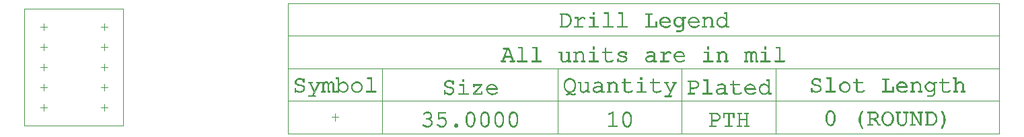
<source format=gbr>
G04 Generated by Ultiboard 14.0 *
%FSLAX24Y24*%
%MOIN*%

%ADD10C,0.0001*%
%ADD11C,0.0004*%
%ADD12C,0.0001*%
%ADD13C,0.0039*%


G04 ColorRGB 000000 for the following layer *
%LNDrill Symbols-Copper Top-Copper Bottom*%
%LPD*%
G54D11*
X4884Y35800D02*
X5234Y35800D01*
X5059Y35625D02*
X5059Y35975D01*
X4884Y34800D02*
X5234Y34800D01*
X5059Y34625D02*
X5059Y34975D01*
X5059Y33625D02*
X5059Y33975D01*
X4884Y33800D02*
X5234Y33800D01*
X7884Y36800D02*
X8234Y36800D01*
X8059Y36625D02*
X8059Y36975D01*
X7884Y34800D02*
X8234Y34800D01*
X8059Y34625D02*
X8059Y34975D01*
X7884Y35800D02*
X8234Y35800D01*
X8059Y35625D02*
X8059Y35975D01*
X7884Y33800D02*
X8234Y33800D01*
X8059Y33625D02*
X8059Y33975D01*
X4884Y32800D02*
X5234Y32800D01*
X5059Y32625D02*
X5059Y32975D01*
X7884Y32800D02*
X8234Y32800D01*
X8059Y32625D02*
X8059Y32975D01*
X5059Y36625D02*
X5059Y36975D01*
X4884Y36800D02*
X5234Y36800D01*
X19319Y32327D02*
X19669Y32327D01*
X19494Y32152D02*
X19494Y32502D01*
G54D12*
G36*
X24178Y32507D02*
X24178Y32507D01*
X24181Y32566D01*
X24154Y32525D01*
X24178Y32507D01*
D02*
G37*
X24181Y32566D01*
X24154Y32525D01*
X24178Y32507D01*
G36*
X24181Y32566D02*
X24181Y32566D01*
X24178Y32507D01*
X24197Y32486D01*
X24181Y32566D01*
D02*
G37*
X24178Y32507D01*
X24197Y32486D01*
X24181Y32566D01*
G36*
X24197Y32486D02*
X24197Y32486D01*
X24213Y32542D01*
X24181Y32566D01*
X24197Y32486D01*
D02*
G37*
X24213Y32542D01*
X24181Y32566D01*
X24197Y32486D01*
G36*
X24213Y32542D02*
X24213Y32542D01*
X24197Y32486D01*
X24220Y32438D01*
X24213Y32542D01*
D02*
G37*
X24197Y32486D01*
X24220Y32438D01*
X24213Y32542D01*
G36*
X24220Y32438D02*
X24220Y32438D01*
X24238Y32513D01*
X24213Y32542D01*
X24220Y32438D01*
D02*
G37*
X24238Y32513D01*
X24213Y32542D01*
X24220Y32438D01*
G36*
X24238Y32513D02*
X24238Y32513D01*
X24220Y32438D01*
X24222Y32411D01*
X24238Y32513D01*
D02*
G37*
X24220Y32438D01*
X24222Y32411D01*
X24238Y32513D01*
G36*
X24222Y32411D02*
X24222Y32411D01*
X24243Y32319D01*
X24238Y32513D01*
X24222Y32411D01*
D02*
G37*
X24243Y32319D01*
X24238Y32513D01*
X24222Y32411D01*
G36*
X24243Y32319D02*
X24243Y32319D01*
X24222Y32411D01*
X24220Y32386D01*
X24243Y32319D01*
D02*
G37*
X24222Y32411D01*
X24220Y32386D01*
X24243Y32319D01*
G36*
X24220Y32386D02*
X24220Y32386D01*
X24208Y32280D01*
X24243Y32319D01*
X24220Y32386D01*
D02*
G37*
X24208Y32280D01*
X24243Y32319D01*
X24220Y32386D01*
G36*
X24208Y32280D02*
X24208Y32280D01*
X24220Y32386D01*
X24199Y32340D01*
X24208Y32280D01*
D02*
G37*
X24220Y32386D01*
X24199Y32340D01*
X24208Y32280D01*
G36*
X24199Y32340D02*
X24199Y32340D01*
X24180Y32319D01*
X24208Y32280D01*
X24199Y32340D01*
D02*
G37*
X24180Y32319D01*
X24208Y32280D01*
X24199Y32340D01*
G36*
X24014Y32544D02*
X24014Y32544D01*
X24019Y32594D01*
X23970Y32531D01*
X24014Y32544D01*
D02*
G37*
X24019Y32594D01*
X23970Y32531D01*
X24014Y32544D01*
G36*
X24019Y32594D02*
X24019Y32594D01*
X24014Y32544D01*
X24062Y32549D01*
X24019Y32594D01*
D02*
G37*
X24014Y32544D01*
X24062Y32549D01*
X24019Y32594D01*
G36*
X24062Y32549D02*
X24062Y32549D01*
X24062Y32597D01*
X24019Y32594D01*
X24062Y32549D01*
D02*
G37*
X24062Y32597D01*
X24019Y32594D01*
X24062Y32549D01*
G36*
X24062Y32597D02*
X24062Y32597D01*
X24062Y32549D01*
X24096Y32546D01*
X24062Y32597D01*
D02*
G37*
X24062Y32549D01*
X24096Y32546D01*
X24062Y32597D01*
G36*
X24096Y32546D02*
X24096Y32546D01*
X24106Y32594D01*
X24062Y32597D01*
X24096Y32546D01*
D02*
G37*
X24106Y32594D01*
X24062Y32597D01*
X24096Y32546D01*
G36*
X24106Y32594D02*
X24106Y32594D01*
X24096Y32546D01*
X24154Y32525D01*
X24106Y32594D01*
D02*
G37*
X24096Y32546D01*
X24154Y32525D01*
X24106Y32594D01*
G36*
X24154Y32525D02*
X24154Y32525D01*
X24181Y32566D01*
X24106Y32594D01*
X24154Y32525D01*
D02*
G37*
X24181Y32566D01*
X24106Y32594D01*
X24154Y32525D01*
G36*
X23902Y32484D02*
X23902Y32484D01*
X23904Y32548D01*
X23894Y32475D01*
X23902Y32484D01*
D02*
G37*
X23904Y32548D01*
X23894Y32475D01*
X23902Y32484D01*
G36*
X23904Y32548D02*
X23904Y32548D01*
X23902Y32484D01*
X23932Y32511D01*
X23904Y32548D01*
D02*
G37*
X23902Y32484D01*
X23932Y32511D01*
X23904Y32548D01*
G36*
X23932Y32511D02*
X23932Y32511D01*
X23940Y32570D01*
X23904Y32548D01*
X23932Y32511D01*
D02*
G37*
X23940Y32570D01*
X23904Y32548D01*
X23932Y32511D01*
G36*
X23940Y32570D02*
X23940Y32570D01*
X23932Y32511D01*
X23970Y32531D01*
X23940Y32570D01*
D02*
G37*
X23932Y32511D01*
X23970Y32531D01*
X23940Y32570D01*
G36*
X23970Y32531D02*
X23970Y32531D01*
X24019Y32594D01*
X23940Y32570D01*
X23970Y32531D01*
D02*
G37*
X24019Y32594D01*
X23940Y32570D01*
X23970Y32531D01*
G36*
X23904Y32548D02*
X23904Y32548D01*
X23866Y32516D01*
X23868Y32469D01*
X23904Y32548D01*
D02*
G37*
X23866Y32516D01*
X23868Y32469D01*
X23904Y32548D01*
G36*
X23904Y32548D01*
X23868Y32469D01*
X23877Y32467D01*
X23904Y32548D01*
D02*
G37*
X23868Y32469D01*
X23877Y32467D01*
X23904Y32548D01*
G36*
X23904Y32548D01*
X23877Y32467D01*
X23883Y32468D01*
X23904Y32548D01*
D02*
G37*
X23877Y32467D01*
X23883Y32468D01*
X23904Y32548D01*
G36*
X23904Y32548D01*
X23883Y32468D01*
X23888Y32470D01*
X23904Y32548D01*
D02*
G37*
X23883Y32468D01*
X23888Y32470D01*
X23904Y32548D01*
G36*
X23904Y32548D01*
X23888Y32470D01*
X23894Y32475D01*
X23904Y32548D01*
D02*
G37*
X23888Y32470D01*
X23894Y32475D01*
X23904Y32548D01*
G36*
X23866Y32516D02*
X23866Y32516D01*
X23853Y32490D01*
X23855Y32481D01*
X23866Y32516D01*
D02*
G37*
X23853Y32490D01*
X23855Y32481D01*
X23866Y32516D01*
G36*
X23866Y32516D01*
X23855Y32481D01*
X23860Y32474D01*
X23866Y32516D01*
D02*
G37*
X23855Y32481D01*
X23860Y32474D01*
X23866Y32516D01*
G36*
X23866Y32516D01*
X23860Y32474D01*
X23868Y32469D01*
X23866Y32516D01*
D02*
G37*
X23860Y32474D01*
X23868Y32469D01*
X23866Y32516D01*
G36*
X24268Y32448D02*
X24268Y32448D01*
X24238Y32513D01*
X24243Y32319D01*
X24268Y32448D01*
D02*
G37*
X24238Y32513D01*
X24243Y32319D01*
X24268Y32448D01*
G36*
X24268Y32448D01*
X24243Y32319D01*
X24264Y32364D01*
X24268Y32448D01*
D02*
G37*
X24243Y32319D01*
X24264Y32364D01*
X24268Y32448D01*
G36*
X24268Y32448D01*
X24264Y32364D01*
X24271Y32411D01*
X24268Y32448D01*
D02*
G37*
X24264Y32364D01*
X24271Y32411D01*
X24268Y32448D01*
G36*
X24180Y32319D02*
X24180Y32319D01*
X24160Y32250D01*
X24208Y32280D01*
X24180Y32319D01*
D02*
G37*
X24160Y32250D01*
X24208Y32280D01*
X24180Y32319D01*
G36*
X24160Y32250D02*
X24160Y32250D01*
X24180Y32319D01*
X24157Y32302D01*
X24160Y32250D01*
D02*
G37*
X24180Y32319D01*
X24157Y32302D01*
X24160Y32250D01*
G36*
X24157Y32302D02*
X24157Y32302D01*
X24141Y32208D01*
X24160Y32250D01*
X24157Y32302D01*
D02*
G37*
X24141Y32208D01*
X24160Y32250D01*
X24157Y32302D01*
G36*
X24141Y32208D02*
X24141Y32208D01*
X24157Y32302D01*
X24104Y32282D01*
X24141Y32208D01*
D02*
G37*
X24157Y32302D01*
X24104Y32282D01*
X24141Y32208D01*
G36*
X24104Y32282D02*
X24104Y32282D01*
X24088Y32226D01*
X24141Y32208D01*
X24104Y32282D01*
D02*
G37*
X24088Y32226D01*
X24141Y32208D01*
X24104Y32282D01*
G36*
X24088Y32226D02*
X24088Y32226D01*
X24104Y32282D01*
X24072Y32279D01*
X24088Y32226D01*
D02*
G37*
X24104Y32282D01*
X24072Y32279D01*
X24088Y32226D01*
G36*
X24072Y32279D02*
X24072Y32279D01*
X24034Y32232D01*
X24088Y32226D01*
X24072Y32279D01*
D02*
G37*
X24034Y32232D01*
X24088Y32226D01*
X24072Y32279D01*
G36*
X24034Y32232D02*
X24034Y32232D01*
X24072Y32279D01*
X24031Y32280D01*
X24034Y32232D01*
D02*
G37*
X24072Y32279D01*
X24031Y32280D01*
X24034Y32232D01*
G36*
X24031Y32280D02*
X24031Y32280D01*
X24020Y32233D01*
X24034Y32232D01*
X24031Y32280D01*
D02*
G37*
X24020Y32233D01*
X24034Y32232D01*
X24031Y32280D01*
G36*
X24020Y32233D02*
X24020Y32233D01*
X24031Y32280D01*
X24018Y32278D01*
X24020Y32233D01*
D02*
G37*
X24031Y32280D01*
X24018Y32278D01*
X24020Y32233D01*
G36*
X24018Y32278D02*
X24018Y32278D01*
X24010Y32238D01*
X24020Y32233D01*
X24018Y32278D01*
D02*
G37*
X24010Y32238D01*
X24020Y32233D01*
X24018Y32278D01*
G36*
X24010Y32238D02*
X24010Y32238D01*
X24018Y32278D01*
X24009Y32273D01*
X24010Y32238D01*
D02*
G37*
X24018Y32278D01*
X24009Y32273D01*
X24010Y32238D01*
G36*
X24009Y32273D02*
X24009Y32273D01*
X24004Y32246D01*
X24010Y32238D01*
X24009Y32273D01*
D02*
G37*
X24004Y32246D01*
X24010Y32238D01*
X24009Y32273D01*
G36*
X24004Y32246D02*
X24004Y32246D01*
X24009Y32273D01*
X24004Y32265D01*
X24004Y32246D01*
D02*
G37*
X24009Y32273D01*
X24004Y32265D01*
X24004Y32246D01*
G36*
X24004Y32265D02*
X24004Y32265D01*
X24002Y32256D01*
X24004Y32246D01*
X24004Y32265D01*
D02*
G37*
X24002Y32256D01*
X24004Y32246D01*
X24004Y32265D01*
G36*
X24289Y32115D02*
X24289Y32115D01*
X24293Y32017D01*
X24297Y32059D01*
X24289Y32115D01*
D02*
G37*
X24293Y32017D01*
X24297Y32059D01*
X24289Y32115D01*
G36*
X24293Y32017D02*
X24293Y32017D01*
X24289Y32115D01*
X24262Y32168D01*
X24293Y32017D01*
D02*
G37*
X24289Y32115D01*
X24262Y32168D01*
X24293Y32017D01*
G36*
X24262Y32168D02*
X24262Y32168D01*
X24258Y31940D01*
X24293Y32017D01*
X24262Y32168D01*
D02*
G37*
X24258Y31940D01*
X24293Y32017D01*
X24262Y32168D01*
G36*
X24258Y31940D02*
X24258Y31940D01*
X24262Y32168D01*
X24249Y32057D01*
X24258Y31940D01*
D02*
G37*
X24262Y32168D01*
X24249Y32057D01*
X24258Y31940D01*
G36*
X24249Y32057D02*
X24249Y32057D01*
X24245Y32026D01*
X24258Y31940D01*
X24249Y32057D01*
D02*
G37*
X24245Y32026D01*
X24258Y31940D01*
X24249Y32057D01*
G36*
X24187Y32179D02*
X24187Y32179D01*
X24219Y32214D01*
X24160Y32250D01*
X24187Y32179D01*
D02*
G37*
X24219Y32214D01*
X24160Y32250D01*
X24187Y32179D01*
G36*
X24219Y32214D02*
X24219Y32214D01*
X24187Y32179D01*
X24221Y32142D01*
X24219Y32214D01*
D02*
G37*
X24187Y32179D01*
X24221Y32142D01*
X24219Y32214D01*
G36*
X24221Y32142D02*
X24221Y32142D01*
X24262Y32168D01*
X24219Y32214D01*
X24221Y32142D01*
D02*
G37*
X24262Y32168D01*
X24219Y32214D01*
X24221Y32142D01*
G36*
X24262Y32168D02*
X24262Y32168D01*
X24221Y32142D01*
X24242Y32100D01*
X24262Y32168D01*
D02*
G37*
X24221Y32142D01*
X24242Y32100D01*
X24262Y32168D01*
G36*
X24242Y32100D02*
X24242Y32100D01*
X24249Y32057D01*
X24262Y32168D01*
X24242Y32100D01*
D02*
G37*
X24249Y32057D01*
X24262Y32168D01*
X24242Y32100D01*
G36*
X24227Y31905D02*
X24227Y31905D01*
X24258Y31940D01*
X24245Y32026D01*
X24227Y31905D01*
D02*
G37*
X24258Y31940D01*
X24245Y32026D01*
X24227Y31905D01*
G36*
X24227Y31905D01*
X24245Y32026D01*
X24217Y31967D01*
X24227Y31905D01*
D02*
G37*
X24245Y32026D01*
X24217Y31967D01*
X24227Y31905D01*
G36*
X24227Y31905D01*
X24217Y31967D01*
X24192Y31940D01*
X24227Y31905D01*
D02*
G37*
X24217Y31967D01*
X24192Y31940D01*
X24227Y31905D01*
G36*
X24227Y31905D01*
X24192Y31940D01*
X24189Y31876D01*
X24227Y31905D01*
D02*
G37*
X24192Y31940D01*
X24189Y31876D01*
X24227Y31905D01*
G36*
X24162Y31917D02*
X24162Y31917D01*
X24092Y31891D01*
X24101Y31843D01*
X24162Y31917D01*
D02*
G37*
X24092Y31891D01*
X24101Y31843D01*
X24162Y31917D01*
G36*
X24162Y31917D01*
X24101Y31843D01*
X24189Y31876D01*
X24162Y31917D01*
D02*
G37*
X24101Y31843D01*
X24189Y31876D01*
X24162Y31917D01*
G36*
X24162Y31917D01*
X24189Y31876D01*
X24192Y31940D01*
X24162Y31917D01*
D02*
G37*
X24189Y31876D01*
X24192Y31940D01*
X24162Y31917D01*
G36*
X23987Y31845D02*
X23987Y31845D01*
X24002Y31891D01*
X23921Y31865D01*
X23987Y31845D01*
D02*
G37*
X24002Y31891D01*
X23921Y31865D01*
X23987Y31845D01*
G36*
X24002Y31891D02*
X24002Y31891D01*
X23987Y31845D01*
X24050Y31839D01*
X24002Y31891D01*
D02*
G37*
X23987Y31845D01*
X24050Y31839D01*
X24002Y31891D01*
G36*
X24050Y31839D02*
X24050Y31839D01*
X24051Y31887D01*
X24002Y31891D01*
X24050Y31839D01*
D02*
G37*
X24051Y31887D01*
X24002Y31891D01*
X24050Y31839D01*
G36*
X24051Y31887D02*
X24051Y31887D01*
X24050Y31839D01*
X24101Y31843D01*
X24051Y31887D01*
D02*
G37*
X24050Y31839D01*
X24101Y31843D01*
X24051Y31887D01*
G36*
X24101Y31843D02*
X24101Y31843D01*
X24092Y31891D01*
X24051Y31887D01*
X24101Y31843D01*
D02*
G37*
X24092Y31891D01*
X24051Y31887D01*
X24101Y31843D01*
G36*
X23907Y31925D02*
X23907Y31925D01*
X23862Y31954D01*
X23864Y31892D01*
X23907Y31925D01*
D02*
G37*
X23862Y31954D01*
X23864Y31892D01*
X23907Y31925D01*
G36*
X23907Y31925D01*
X23864Y31892D01*
X23921Y31865D01*
X23907Y31925D01*
D02*
G37*
X23864Y31892D01*
X23921Y31865D01*
X23907Y31925D01*
G36*
X23907Y31925D01*
X23921Y31865D01*
X24002Y31891D01*
X23907Y31925D01*
D02*
G37*
X23921Y31865D01*
X24002Y31891D01*
X23907Y31925D01*
G36*
X23864Y31892D02*
X23864Y31892D01*
X23862Y31954D01*
X23851Y31960D01*
X23864Y31892D01*
D02*
G37*
X23862Y31954D01*
X23851Y31960D01*
X23864Y31892D01*
G36*
X23864Y31892D01*
X23851Y31960D01*
X23841Y31962D01*
X23864Y31892D01*
D02*
G37*
X23851Y31960D01*
X23841Y31962D01*
X23864Y31892D01*
G36*
X23864Y31892D01*
X23841Y31962D01*
X23833Y31960D01*
X23864Y31892D01*
D02*
G37*
X23841Y31962D01*
X23833Y31960D01*
X23864Y31892D01*
G36*
X23864Y31892D01*
X23833Y31960D01*
X23827Y31920D01*
X23864Y31892D01*
D02*
G37*
X23833Y31960D01*
X23827Y31920D01*
X23864Y31892D01*
G36*
X23825Y31955D02*
X23825Y31955D01*
X23820Y31948D01*
X23821Y31929D01*
X23825Y31955D01*
D02*
G37*
X23820Y31948D01*
X23821Y31929D01*
X23825Y31955D01*
G36*
X23825Y31955D01*
X23821Y31929D01*
X23827Y31920D01*
X23825Y31955D01*
D02*
G37*
X23821Y31929D01*
X23827Y31920D01*
X23825Y31955D01*
G36*
X23825Y31955D01*
X23827Y31920D01*
X23833Y31960D01*
X23825Y31955D01*
D02*
G37*
X23827Y31920D01*
X23833Y31960D01*
X23825Y31955D01*
G36*
X23821Y31929D02*
X23821Y31929D01*
X23820Y31948D01*
X23819Y31939D01*
X23821Y31929D01*
D02*
G37*
X23820Y31948D01*
X23819Y31939D01*
X23821Y31929D01*
G36*
X24160Y32250D02*
X24160Y32250D01*
X24141Y32208D01*
X24187Y32179D01*
X24160Y32250D01*
D02*
G37*
X24141Y32208D01*
X24187Y32179D01*
X24160Y32250D01*
G36*
X24925Y32531D02*
X24925Y32531D01*
X24925Y32580D01*
X24636Y32531D01*
X24925Y32531D01*
D02*
G37*
X24925Y32580D01*
X24636Y32531D01*
X24925Y32531D01*
G36*
X24925Y32580D02*
X24925Y32580D01*
X24925Y32531D01*
X24940Y32533D01*
X24925Y32580D01*
D02*
G37*
X24925Y32531D01*
X24940Y32533D01*
X24925Y32580D01*
G36*
X24940Y32533D02*
X24940Y32533D01*
X24940Y32578D01*
X24925Y32580D01*
X24940Y32533D01*
D02*
G37*
X24940Y32578D01*
X24925Y32580D01*
X24940Y32533D01*
G36*
X24940Y32578D02*
X24940Y32578D01*
X24940Y32533D01*
X24950Y32538D01*
X24940Y32578D01*
D02*
G37*
X24940Y32533D01*
X24950Y32538D01*
X24940Y32578D01*
G36*
X24950Y32538D02*
X24950Y32538D01*
X24950Y32573D01*
X24940Y32578D01*
X24950Y32538D01*
D02*
G37*
X24950Y32573D01*
X24940Y32578D01*
X24950Y32538D01*
G36*
X24950Y32573D02*
X24950Y32573D01*
X24950Y32538D01*
X24956Y32546D01*
X24950Y32573D01*
D02*
G37*
X24950Y32538D01*
X24956Y32546D01*
X24950Y32573D01*
G36*
X24956Y32546D02*
X24956Y32546D01*
X24956Y32565D01*
X24950Y32573D01*
X24956Y32546D01*
D02*
G37*
X24956Y32565D01*
X24950Y32573D01*
X24956Y32546D01*
G36*
X24956Y32565D02*
X24956Y32565D01*
X24956Y32546D01*
X24958Y32555D01*
X24956Y32565D01*
D02*
G37*
X24956Y32546D01*
X24958Y32555D01*
X24956Y32565D01*
G36*
X24756Y32327D02*
X24756Y32327D01*
X24788Y32281D01*
X24792Y32330D01*
X24756Y32327D01*
D02*
G37*
X24788Y32281D01*
X24792Y32330D01*
X24756Y32327D01*
G36*
X24788Y32281D02*
X24788Y32281D01*
X24756Y32327D01*
X24718Y32321D01*
X24788Y32281D01*
D02*
G37*
X24756Y32327D01*
X24718Y32321D01*
X24788Y32281D01*
G36*
X24718Y32321D02*
X24718Y32321D01*
X24712Y32271D01*
X24788Y32281D01*
X24718Y32321D01*
D02*
G37*
X24712Y32271D01*
X24788Y32281D01*
X24718Y32321D01*
G36*
X24712Y32271D02*
X24712Y32271D01*
X24718Y32321D01*
X24678Y32309D01*
X24712Y32271D01*
D02*
G37*
X24718Y32321D01*
X24678Y32309D01*
X24712Y32271D01*
G36*
X24678Y32309D02*
X24678Y32309D01*
X24637Y32241D01*
X24712Y32271D01*
X24678Y32309D01*
D02*
G37*
X24637Y32241D01*
X24712Y32271D01*
X24678Y32309D01*
G36*
X24637Y32241D02*
X24637Y32241D01*
X24678Y32309D01*
X24636Y32294D01*
X24637Y32241D01*
D02*
G37*
X24678Y32309D01*
X24636Y32294D01*
X24637Y32241D01*
G36*
X24636Y32294D02*
X24636Y32294D01*
X24621Y32234D01*
X24637Y32241D01*
X24636Y32294D01*
D02*
G37*
X24621Y32234D01*
X24637Y32241D01*
X24636Y32294D01*
G36*
X24621Y32234D02*
X24621Y32234D01*
X24636Y32294D01*
X24636Y32531D01*
X24621Y32234D01*
D02*
G37*
X24636Y32294D01*
X24636Y32531D01*
X24621Y32234D01*
G36*
X24636Y32531D02*
X24636Y32531D01*
X24611Y32232D01*
X24621Y32234D01*
X24636Y32531D01*
D02*
G37*
X24611Y32232D01*
X24621Y32234D01*
X24636Y32531D01*
G36*
X24611Y32232D02*
X24611Y32232D01*
X24636Y32531D01*
X24601Y32234D01*
X24611Y32232D01*
D02*
G37*
X24636Y32531D01*
X24601Y32234D01*
X24611Y32232D01*
G36*
X24636Y32531D02*
X24636Y32531D01*
X24925Y32580D01*
X24587Y32580D01*
X24636Y32531D01*
D02*
G37*
X24925Y32580D01*
X24587Y32580D01*
X24636Y32531D01*
G36*
X24636Y32531D01*
X24587Y32580D01*
X24589Y32247D01*
X24636Y32531D01*
D02*
G37*
X24587Y32580D01*
X24589Y32247D01*
X24636Y32531D01*
G36*
X24636Y32531D01*
X24589Y32247D01*
X24594Y32239D01*
X24636Y32531D01*
D02*
G37*
X24589Y32247D01*
X24594Y32239D01*
X24636Y32531D01*
G36*
X24636Y32531D01*
X24594Y32239D01*
X24601Y32234D01*
X24636Y32531D01*
D02*
G37*
X24594Y32239D01*
X24601Y32234D01*
X24636Y32531D01*
G36*
X25002Y32147D02*
X25002Y32147D01*
X25002Y32042D01*
X25006Y32097D01*
X25002Y32147D01*
D02*
G37*
X25002Y32042D01*
X25006Y32097D01*
X25002Y32147D01*
G36*
X25002Y32042D02*
X25002Y32042D01*
X25002Y32147D01*
X24972Y32231D01*
X25002Y32042D01*
D02*
G37*
X25002Y32147D01*
X24972Y32231D01*
X25002Y32042D01*
G36*
X24972Y32231D02*
X24972Y32231D01*
X24967Y31949D01*
X25002Y32042D01*
X24972Y32231D01*
D02*
G37*
X24967Y31949D01*
X25002Y32042D01*
X24972Y32231D01*
G36*
X24967Y31949D02*
X24967Y31949D01*
X24972Y32231D01*
X24957Y32099D01*
X24967Y31949D01*
D02*
G37*
X24972Y32231D01*
X24957Y32099D01*
X24967Y31949D01*
G36*
X24957Y32099D02*
X24957Y32099D01*
X24954Y32054D01*
X24967Y31949D01*
X24957Y32099D01*
D02*
G37*
X24954Y32054D01*
X24967Y31949D01*
X24957Y32099D01*
G36*
X24909Y32231D02*
X24909Y32231D01*
X24912Y32294D01*
X24884Y32253D01*
X24909Y32231D01*
D02*
G37*
X24912Y32294D01*
X24884Y32253D01*
X24909Y32231D01*
G36*
X24912Y32294D02*
X24912Y32294D01*
X24909Y32231D01*
X24930Y32204D01*
X24912Y32294D01*
D02*
G37*
X24909Y32231D01*
X24930Y32204D01*
X24912Y32294D01*
G36*
X24930Y32204D02*
X24930Y32204D01*
X24945Y32266D01*
X24912Y32294D01*
X24930Y32204D01*
D02*
G37*
X24945Y32266D01*
X24912Y32294D01*
X24930Y32204D01*
G36*
X24945Y32266D02*
X24945Y32266D01*
X24930Y32204D01*
X24954Y32138D01*
X24945Y32266D01*
D02*
G37*
X24930Y32204D01*
X24954Y32138D01*
X24945Y32266D01*
G36*
X24954Y32138D02*
X24954Y32138D01*
X24972Y32231D01*
X24945Y32266D01*
X24954Y32138D01*
D02*
G37*
X24972Y32231D01*
X24945Y32266D01*
X24954Y32138D01*
G36*
X24972Y32231D02*
X24972Y32231D01*
X24954Y32138D01*
X24957Y32099D01*
X24972Y32231D01*
D02*
G37*
X24954Y32138D01*
X24957Y32099D01*
X24972Y32231D01*
G36*
X24836Y32326D02*
X24836Y32326D01*
X24792Y32330D01*
X24823Y32278D01*
X24836Y32326D01*
D02*
G37*
X24792Y32330D01*
X24823Y32278D01*
X24836Y32326D01*
G36*
X24836Y32326D01*
X24823Y32278D01*
X24884Y32253D01*
X24836Y32326D01*
D02*
G37*
X24823Y32278D01*
X24884Y32253D01*
X24836Y32326D01*
G36*
X24836Y32326D01*
X24884Y32253D01*
X24912Y32294D01*
X24836Y32326D01*
D02*
G37*
X24884Y32253D01*
X24912Y32294D01*
X24836Y32326D01*
G36*
X24937Y31910D02*
X24937Y31910D01*
X24967Y31949D01*
X24954Y32054D01*
X24937Y31910D01*
D02*
G37*
X24967Y31949D01*
X24954Y32054D01*
X24937Y31910D01*
G36*
X24937Y31910D01*
X24954Y32054D01*
X24926Y31977D01*
X24937Y31910D01*
D02*
G37*
X24954Y32054D01*
X24926Y31977D01*
X24937Y31910D01*
G36*
X24937Y31910D01*
X24926Y31977D01*
X24902Y31945D01*
X24937Y31910D01*
D02*
G37*
X24926Y31977D01*
X24902Y31945D01*
X24937Y31910D01*
G36*
X24937Y31910D01*
X24902Y31945D01*
X24900Y31879D01*
X24937Y31910D01*
D02*
G37*
X24902Y31945D01*
X24900Y31879D01*
X24937Y31910D01*
G36*
X24764Y31839D02*
X24764Y31839D01*
X24802Y31891D01*
X24762Y31887D01*
X24764Y31839D01*
D02*
G37*
X24802Y31891D01*
X24762Y31887D01*
X24764Y31839D01*
G36*
X24802Y31891D02*
X24802Y31891D01*
X24764Y31839D01*
X24814Y31843D01*
X24802Y31891D01*
D02*
G37*
X24764Y31839D01*
X24814Y31843D01*
X24802Y31891D01*
G36*
X24814Y31843D02*
X24814Y31843D01*
X24872Y31920D01*
X24802Y31891D01*
X24814Y31843D01*
D02*
G37*
X24872Y31920D01*
X24802Y31891D01*
X24814Y31843D01*
G36*
X24872Y31920D02*
X24872Y31920D01*
X24814Y31843D01*
X24900Y31879D01*
X24872Y31920D01*
D02*
G37*
X24814Y31843D01*
X24900Y31879D01*
X24872Y31920D01*
G36*
X24900Y31879D02*
X24900Y31879D01*
X24902Y31945D01*
X24872Y31920D01*
X24900Y31879D01*
D02*
G37*
X24902Y31945D01*
X24872Y31920D01*
X24900Y31879D01*
G36*
X24711Y31892D02*
X24711Y31892D01*
X24616Y31933D01*
X24632Y31869D01*
X24711Y31892D01*
D02*
G37*
X24616Y31933D01*
X24632Y31869D01*
X24711Y31892D01*
G36*
X24711Y31892D01*
X24632Y31869D01*
X24697Y31846D01*
X24711Y31892D01*
D02*
G37*
X24632Y31869D01*
X24697Y31846D01*
X24711Y31892D01*
G36*
X24711Y31892D01*
X24697Y31846D01*
X24764Y31839D01*
X24711Y31892D01*
D02*
G37*
X24697Y31846D01*
X24764Y31839D01*
X24711Y31892D01*
G36*
X24711Y31892D01*
X24764Y31839D01*
X24762Y31887D01*
X24711Y31892D01*
D02*
G37*
X24764Y31839D01*
X24762Y31887D01*
X24711Y31892D01*
G36*
X24589Y31893D02*
X24589Y31893D01*
X24632Y31869D01*
X24616Y31933D01*
X24589Y31893D01*
D02*
G37*
X24632Y31869D01*
X24616Y31933D01*
X24589Y31893D01*
G36*
X24589Y31893D01*
X24616Y31933D01*
X24572Y31969D01*
X24589Y31893D01*
D02*
G37*
X24616Y31933D01*
X24572Y31969D01*
X24589Y31893D01*
G36*
X24589Y31893D01*
X24572Y31969D01*
X24561Y31976D01*
X24589Y31893D01*
D02*
G37*
X24572Y31969D01*
X24561Y31976D01*
X24589Y31893D01*
G36*
X24589Y31893D01*
X24561Y31976D01*
X24551Y31979D01*
X24589Y31893D01*
D02*
G37*
X24561Y31976D01*
X24551Y31979D01*
X24589Y31893D01*
G36*
X24589Y31893D01*
X24551Y31979D01*
X24550Y31922D01*
X24589Y31893D01*
D02*
G37*
X24551Y31979D01*
X24550Y31922D01*
X24589Y31893D01*
G36*
X24543Y31977D02*
X24543Y31977D01*
X24550Y31922D01*
X24551Y31979D01*
X24543Y31977D01*
D02*
G37*
X24550Y31922D01*
X24551Y31979D01*
X24543Y31977D01*
G36*
X24550Y31922D02*
X24550Y31922D01*
X24543Y31977D01*
X24535Y31972D01*
X24550Y31922D01*
D02*
G37*
X24543Y31977D01*
X24535Y31972D01*
X24550Y31922D01*
G36*
X24535Y31972D02*
X24535Y31972D01*
X24534Y31940D01*
X24550Y31922D01*
X24535Y31972D01*
D02*
G37*
X24534Y31940D01*
X24550Y31922D01*
X24535Y31972D01*
G36*
X24534Y31940D02*
X24534Y31940D01*
X24535Y31972D01*
X24530Y31964D01*
X24534Y31940D01*
D02*
G37*
X24535Y31972D01*
X24530Y31964D01*
X24534Y31940D01*
G36*
X24530Y31964D02*
X24530Y31964D01*
X24528Y31954D01*
X24534Y31940D01*
X24530Y31964D01*
D02*
G37*
X24528Y31954D01*
X24534Y31940D01*
X24530Y31964D01*
G36*
X24792Y32330D02*
X24792Y32330D01*
X24788Y32281D01*
X24823Y32278D01*
X24792Y32330D01*
D02*
G37*
X24788Y32281D01*
X24823Y32278D01*
X24792Y32330D01*
G36*
X24589Y32247D02*
X24589Y32247D01*
X24587Y32580D01*
X24587Y32259D01*
X24589Y32247D01*
D02*
G37*
X24587Y32580D01*
X24587Y32259D01*
X24589Y32247D01*
G36*
X25468Y31995D02*
X25468Y31995D01*
X25438Y31989D01*
X25468Y31995D01*
D02*
G37*
X25438Y31989D01*
X25468Y31995D01*
G36*
X25468Y31995D01*
X25438Y31989D01*
X25413Y31973D01*
X25468Y31995D01*
D02*
G37*
X25438Y31989D01*
X25413Y31973D01*
X25468Y31995D01*
G36*
X25468Y31995D01*
X25413Y31973D01*
X25396Y31947D01*
X25468Y31995D01*
D02*
G37*
X25413Y31973D01*
X25396Y31947D01*
X25468Y31995D01*
G36*
X25468Y31995D01*
X25396Y31947D01*
X25390Y31917D01*
X25468Y31995D01*
D02*
G37*
X25396Y31947D01*
X25390Y31917D01*
X25468Y31995D01*
G36*
X25468Y31995D01*
X25390Y31917D01*
X25395Y31887D01*
X25468Y31995D01*
D02*
G37*
X25390Y31917D01*
X25395Y31887D01*
X25468Y31995D01*
G36*
X25468Y31995D01*
X25395Y31887D01*
X25413Y31862D01*
X25468Y31995D01*
D02*
G37*
X25395Y31887D01*
X25413Y31862D01*
X25468Y31995D01*
G36*
X25468Y31995D01*
X25413Y31862D01*
X25438Y31844D01*
X25468Y31995D01*
D02*
G37*
X25413Y31862D01*
X25438Y31844D01*
X25468Y31995D01*
G36*
X25468Y31995D01*
X25438Y31844D01*
X25468Y31839D01*
X25468Y31995D01*
D02*
G37*
X25438Y31844D01*
X25468Y31839D01*
X25468Y31995D01*
G36*
X25468Y31995D01*
X25468Y31839D01*
X25489Y31839D01*
X25468Y31995D01*
D02*
G37*
X25468Y31839D01*
X25489Y31839D01*
X25468Y31995D01*
G36*
X25468Y31995D01*
X25489Y31839D01*
X25519Y31844D01*
X25468Y31995D01*
D02*
G37*
X25489Y31839D01*
X25519Y31844D01*
X25468Y31995D01*
G36*
X25468Y31995D01*
X25519Y31844D01*
X25544Y31861D01*
X25468Y31995D01*
D02*
G37*
X25519Y31844D01*
X25544Y31861D01*
X25468Y31995D01*
G36*
X25468Y31995D01*
X25544Y31861D01*
X25561Y31886D01*
X25468Y31995D01*
D02*
G37*
X25544Y31861D01*
X25561Y31886D01*
X25468Y31995D01*
G36*
X25468Y31995D01*
X25561Y31886D01*
X25567Y31917D01*
X25468Y31995D01*
D02*
G37*
X25561Y31886D01*
X25567Y31917D01*
X25468Y31995D01*
G36*
X25468Y31995D01*
X25567Y31917D01*
X25562Y31947D01*
X25468Y31995D01*
D02*
G37*
X25567Y31917D01*
X25562Y31947D01*
X25468Y31995D01*
G36*
X25468Y31995D01*
X25562Y31947D01*
X25544Y31972D01*
X25468Y31995D01*
D02*
G37*
X25562Y31947D01*
X25544Y31972D01*
X25468Y31995D01*
G36*
X25468Y31995D01*
X25544Y31972D01*
X25519Y31989D01*
X25468Y31995D01*
D02*
G37*
X25544Y31972D01*
X25519Y31989D01*
X25468Y31995D01*
G36*
X25468Y31995D01*
X25519Y31989D01*
X25489Y31995D01*
X25468Y31995D01*
D02*
G37*
X25519Y31989D01*
X25489Y31995D01*
X25468Y31995D01*
G36*
X26406Y32340D02*
X26406Y32340D01*
X26397Y32394D01*
X26405Y32084D01*
X26406Y32340D01*
D02*
G37*
X26397Y32394D01*
X26405Y32084D01*
X26406Y32340D01*
G36*
X26406Y32340D01*
X26405Y32084D01*
X26409Y32158D01*
X26406Y32340D01*
D02*
G37*
X26405Y32084D01*
X26409Y32158D01*
X26406Y32340D01*
G36*
X26406Y32340D01*
X26409Y32158D01*
X26409Y32278D01*
X26406Y32340D01*
D02*
G37*
X26409Y32158D01*
X26409Y32278D01*
X26406Y32340D01*
G36*
X26385Y32431D02*
X26385Y32431D01*
X26405Y32084D01*
X26397Y32394D01*
X26385Y32431D01*
D02*
G37*
X26405Y32084D01*
X26397Y32394D01*
X26385Y32431D01*
G36*
X26405Y32084D02*
X26405Y32084D01*
X26385Y32431D01*
X26368Y32471D01*
X26405Y32084D01*
D02*
G37*
X26385Y32431D01*
X26368Y32471D01*
X26405Y32084D01*
G36*
X26368Y32471D02*
X26368Y32471D01*
X26367Y31960D01*
X26405Y32084D01*
X26368Y32471D01*
D02*
G37*
X26367Y31960D01*
X26405Y32084D01*
X26368Y32471D01*
G36*
X26367Y31960D02*
X26367Y31960D01*
X26368Y32471D01*
X26361Y32271D01*
X26367Y31960D01*
D02*
G37*
X26368Y32471D01*
X26361Y32271D01*
X26367Y31960D01*
G36*
X26361Y32271D02*
X26361Y32271D01*
X26361Y32165D01*
X26367Y31960D01*
X26361Y32271D01*
D02*
G37*
X26361Y32165D01*
X26367Y31960D01*
X26361Y32271D01*
G36*
X26298Y32493D02*
X26298Y32493D01*
X26302Y32560D01*
X26281Y32512D01*
X26298Y32493D01*
D02*
G37*
X26302Y32560D01*
X26281Y32512D01*
X26298Y32493D01*
G36*
X26302Y32560D02*
X26302Y32560D01*
X26298Y32493D01*
X26321Y32452D01*
X26302Y32560D01*
D02*
G37*
X26298Y32493D01*
X26321Y32452D01*
X26302Y32560D01*
G36*
X26321Y32452D02*
X26321Y32452D01*
X26331Y32533D01*
X26302Y32560D01*
X26321Y32452D01*
D02*
G37*
X26331Y32533D01*
X26302Y32560D01*
X26321Y32452D01*
G36*
X26331Y32533D02*
X26331Y32533D01*
X26321Y32452D01*
X26342Y32399D01*
X26331Y32533D01*
D02*
G37*
X26321Y32452D01*
X26342Y32399D01*
X26331Y32533D01*
G36*
X26342Y32399D02*
X26342Y32399D01*
X26349Y32507D01*
X26331Y32533D01*
X26342Y32399D01*
D02*
G37*
X26349Y32507D01*
X26331Y32533D01*
X26342Y32399D01*
G36*
X26349Y32507D02*
X26349Y32507D01*
X26342Y32399D01*
X26356Y32338D01*
X26349Y32507D01*
D02*
G37*
X26342Y32399D01*
X26356Y32338D01*
X26349Y32507D01*
G36*
X26356Y32338D02*
X26356Y32338D01*
X26368Y32471D01*
X26349Y32507D01*
X26356Y32338D01*
D02*
G37*
X26368Y32471D01*
X26349Y32507D01*
X26356Y32338D01*
G36*
X26368Y32471D02*
X26368Y32471D01*
X26356Y32338D01*
X26361Y32271D01*
X26368Y32471D01*
D02*
G37*
X26356Y32338D01*
X26361Y32271D01*
X26368Y32471D01*
G36*
X26226Y32543D02*
X26226Y32543D01*
X26228Y32593D01*
X26187Y32548D01*
X26226Y32543D01*
D02*
G37*
X26228Y32593D01*
X26187Y32548D01*
X26226Y32543D01*
G36*
X26228Y32593D02*
X26228Y32593D01*
X26226Y32543D01*
X26261Y32528D01*
X26228Y32593D01*
D02*
G37*
X26226Y32543D01*
X26261Y32528D01*
X26228Y32593D01*
G36*
X26261Y32528D02*
X26261Y32528D01*
X26267Y32580D01*
X26228Y32593D01*
X26261Y32528D01*
D02*
G37*
X26267Y32580D01*
X26228Y32593D01*
X26261Y32528D01*
G36*
X26267Y32580D02*
X26267Y32580D01*
X26261Y32528D01*
X26281Y32512D01*
X26267Y32580D01*
D02*
G37*
X26261Y32528D01*
X26281Y32512D01*
X26267Y32580D01*
G36*
X26281Y32512D02*
X26281Y32512D01*
X26302Y32560D01*
X26267Y32580D01*
X26281Y32512D01*
D02*
G37*
X26302Y32560D01*
X26267Y32580D01*
X26281Y32512D01*
G36*
X26039Y32422D02*
X26039Y32422D01*
X26039Y32526D01*
X26016Y32325D01*
X26039Y32422D01*
D02*
G37*
X26039Y32526D01*
X26016Y32325D01*
X26039Y32422D01*
G36*
X26039Y32526D02*
X26039Y32526D01*
X26039Y32422D01*
X26059Y32465D01*
X26039Y32526D01*
D02*
G37*
X26039Y32422D01*
X26059Y32465D01*
X26039Y32526D01*
G36*
X26059Y32465D02*
X26059Y32465D01*
X26070Y32557D01*
X26039Y32526D01*
X26059Y32465D01*
D02*
G37*
X26070Y32557D01*
X26039Y32526D01*
X26059Y32465D01*
G36*
X26070Y32557D02*
X26070Y32557D01*
X26059Y32465D01*
X26085Y32501D01*
X26070Y32557D01*
D02*
G37*
X26059Y32465D01*
X26085Y32501D01*
X26070Y32557D01*
G36*
X26085Y32501D02*
X26085Y32501D01*
X26144Y32593D01*
X26070Y32557D01*
X26085Y32501D01*
D02*
G37*
X26144Y32593D01*
X26070Y32557D01*
X26085Y32501D01*
G36*
X26144Y32593D02*
X26144Y32593D01*
X26085Y32501D01*
X26148Y32543D01*
X26144Y32593D01*
D02*
G37*
X26085Y32501D01*
X26148Y32543D01*
X26144Y32593D01*
G36*
X26148Y32543D02*
X26148Y32543D01*
X26186Y32597D01*
X26144Y32593D01*
X26148Y32543D01*
D02*
G37*
X26186Y32597D01*
X26144Y32593D01*
X26148Y32543D01*
G36*
X26186Y32597D02*
X26186Y32597D01*
X26148Y32543D01*
X26187Y32548D01*
X26186Y32597D01*
D02*
G37*
X26148Y32543D01*
X26187Y32548D01*
X26186Y32597D01*
G36*
X26187Y32548D02*
X26187Y32548D01*
X26228Y32593D01*
X26186Y32597D01*
X26187Y32548D01*
D02*
G37*
X26228Y32593D01*
X26186Y32597D01*
X26187Y32548D01*
G36*
X26007Y32476D02*
X26007Y32476D01*
X25969Y32352D01*
X25978Y32042D01*
X26007Y32476D01*
D02*
G37*
X25969Y32352D01*
X25978Y32042D01*
X26007Y32476D01*
G36*
X26007Y32476D01*
X25978Y32042D01*
X25989Y32005D01*
X26007Y32476D01*
D02*
G37*
X25978Y32042D01*
X25989Y32005D01*
X26007Y32476D01*
G36*
X26007Y32476D01*
X25989Y32005D01*
X26006Y31964D01*
X26007Y32476D01*
D02*
G37*
X25989Y32005D01*
X26006Y31964D01*
X26007Y32476D01*
G36*
X26007Y32476D01*
X26006Y31964D01*
X26013Y32165D01*
X26007Y32476D01*
D02*
G37*
X26006Y31964D01*
X26013Y32165D01*
X26007Y32476D01*
G36*
X26007Y32476D01*
X26013Y32165D01*
X26013Y32271D01*
X26007Y32476D01*
D02*
G37*
X26013Y32165D01*
X26013Y32271D01*
X26007Y32476D01*
G36*
X26007Y32476D01*
X26013Y32271D01*
X26016Y32325D01*
X26007Y32476D01*
D02*
G37*
X26013Y32271D01*
X26016Y32325D01*
X26007Y32476D01*
G36*
X26007Y32476D01*
X26016Y32325D01*
X26039Y32526D01*
X26007Y32476D01*
D02*
G37*
X26016Y32325D01*
X26039Y32526D01*
X26007Y32476D01*
G36*
X26358Y32111D02*
X26358Y32111D01*
X26367Y31960D01*
X26361Y32165D01*
X26358Y32111D01*
D02*
G37*
X26367Y31960D01*
X26361Y32165D01*
X26358Y32111D01*
G36*
X26367Y31960D02*
X26367Y31960D01*
X26358Y32111D01*
X26335Y32014D01*
X26367Y31960D01*
D02*
G37*
X26358Y32111D01*
X26335Y32014D01*
X26367Y31960D01*
G36*
X26335Y32014D02*
X26335Y32014D01*
X26335Y31910D01*
X26367Y31960D01*
X26335Y32014D01*
D02*
G37*
X26335Y31910D01*
X26367Y31960D01*
X26335Y32014D01*
G36*
X26335Y31910D02*
X26335Y31910D01*
X26335Y32014D01*
X26315Y31971D01*
X26335Y31910D01*
D02*
G37*
X26335Y32014D01*
X26315Y31971D01*
X26335Y31910D01*
G36*
X26315Y31971D02*
X26315Y31971D01*
X26304Y31879D01*
X26335Y31910D01*
X26315Y31971D01*
D02*
G37*
X26304Y31879D01*
X26335Y31910D01*
X26315Y31971D01*
G36*
X26304Y31879D02*
X26304Y31879D01*
X26315Y31971D01*
X26290Y31934D01*
X26304Y31879D01*
D02*
G37*
X26315Y31971D01*
X26290Y31934D01*
X26304Y31879D01*
G36*
X26290Y31934D02*
X26290Y31934D01*
X26230Y31843D01*
X26304Y31879D01*
X26290Y31934D01*
D02*
G37*
X26230Y31843D01*
X26304Y31879D01*
X26290Y31934D01*
G36*
X26230Y31843D02*
X26230Y31843D01*
X26290Y31934D01*
X26226Y31892D01*
X26230Y31843D01*
D02*
G37*
X26290Y31934D01*
X26226Y31892D01*
X26230Y31843D01*
G36*
X26226Y31892D02*
X26226Y31892D01*
X26188Y31887D01*
X26230Y31843D01*
X26226Y31892D01*
D02*
G37*
X26188Y31887D01*
X26230Y31843D01*
X26226Y31892D01*
G36*
X26188Y31887D02*
X26188Y31887D01*
X26188Y31839D01*
X26230Y31843D01*
X26188Y31887D01*
D02*
G37*
X26188Y31839D01*
X26230Y31843D01*
X26188Y31887D01*
G36*
X26188Y31839D02*
X26188Y31839D01*
X26188Y31887D01*
X26148Y31892D01*
X26188Y31839D01*
D02*
G37*
X26188Y31887D01*
X26148Y31892D01*
X26188Y31839D01*
G36*
X26148Y31892D02*
X26148Y31892D01*
X26146Y31843D01*
X26188Y31839D01*
X26148Y31892D01*
D02*
G37*
X26146Y31843D01*
X26188Y31839D01*
X26148Y31892D01*
G36*
X26146Y31843D02*
X26146Y31843D01*
X26148Y31892D01*
X26113Y31908D01*
X26146Y31843D01*
D02*
G37*
X26148Y31892D01*
X26113Y31908D01*
X26146Y31843D01*
G36*
X26113Y31908D02*
X26113Y31908D01*
X26107Y31856D01*
X26146Y31843D01*
X26113Y31908D01*
D02*
G37*
X26107Y31856D01*
X26146Y31843D01*
X26113Y31908D01*
G36*
X26107Y31856D02*
X26107Y31856D01*
X26113Y31908D01*
X26093Y31924D01*
X26107Y31856D01*
D02*
G37*
X26113Y31908D01*
X26093Y31924D01*
X26107Y31856D01*
G36*
X26093Y31924D02*
X26093Y31924D01*
X26077Y31942D01*
X26107Y31856D01*
X26093Y31924D01*
D02*
G37*
X26077Y31942D01*
X26107Y31856D01*
X26093Y31924D01*
G36*
X26077Y31942D02*
X26077Y31942D01*
X26072Y31876D01*
X26107Y31856D01*
X26077Y31942D01*
D02*
G37*
X26072Y31876D01*
X26107Y31856D01*
X26077Y31942D01*
G36*
X26072Y31876D02*
X26072Y31876D01*
X26077Y31942D01*
X26053Y31983D01*
X26072Y31876D01*
D02*
G37*
X26077Y31942D01*
X26053Y31983D01*
X26072Y31876D01*
G36*
X26053Y31983D02*
X26053Y31983D01*
X26043Y31903D01*
X26072Y31876D01*
X26053Y31983D01*
D02*
G37*
X26043Y31903D01*
X26072Y31876D01*
X26053Y31983D01*
G36*
X26043Y31903D02*
X26043Y31903D01*
X26053Y31983D01*
X26032Y32037D01*
X26043Y31903D01*
D02*
G37*
X26053Y31983D01*
X26032Y32037D01*
X26043Y31903D01*
G36*
X26032Y32037D02*
X26032Y32037D01*
X26026Y31928D01*
X26043Y31903D01*
X26032Y32037D01*
D02*
G37*
X26026Y31928D01*
X26043Y31903D01*
X26032Y32037D01*
G36*
X26026Y31928D02*
X26026Y31928D01*
X26032Y32037D01*
X26018Y32098D01*
X26026Y31928D01*
D02*
G37*
X26032Y32037D01*
X26018Y32098D01*
X26026Y31928D01*
G36*
X26018Y32098D02*
X26018Y32098D01*
X26013Y32165D01*
X26026Y31928D01*
X26018Y32098D01*
D02*
G37*
X26013Y32165D01*
X26026Y31928D01*
X26018Y32098D01*
G36*
X25968Y32096D02*
X25968Y32096D01*
X25978Y32042D01*
X25969Y32352D01*
X25968Y32096D01*
D02*
G37*
X25978Y32042D01*
X25969Y32352D01*
X25968Y32096D01*
G36*
X25968Y32096D01*
X25969Y32352D01*
X25965Y32278D01*
X25968Y32096D01*
D02*
G37*
X25969Y32352D01*
X25965Y32278D01*
X25968Y32096D01*
G36*
X25968Y32096D01*
X25965Y32278D01*
X25965Y32158D01*
X25968Y32096D01*
D02*
G37*
X25965Y32278D01*
X25965Y32158D01*
X25968Y32096D01*
G36*
X26013Y32165D02*
X26013Y32165D01*
X26006Y31964D01*
X26026Y31928D01*
X26013Y32165D01*
D02*
G37*
X26006Y31964D01*
X26026Y31928D01*
X26013Y32165D01*
G36*
X27115Y32340D02*
X27115Y32340D01*
X27105Y32394D01*
X27113Y32084D01*
X27115Y32340D01*
D02*
G37*
X27105Y32394D01*
X27113Y32084D01*
X27115Y32340D01*
G36*
X27115Y32340D01*
X27113Y32084D01*
X27118Y32158D01*
X27115Y32340D01*
D02*
G37*
X27113Y32084D01*
X27118Y32158D01*
X27115Y32340D01*
G36*
X27115Y32340D01*
X27118Y32158D01*
X27118Y32278D01*
X27115Y32340D01*
D02*
G37*
X27118Y32158D01*
X27118Y32278D01*
X27115Y32340D01*
G36*
X27094Y32431D02*
X27094Y32431D01*
X27113Y32084D01*
X27105Y32394D01*
X27094Y32431D01*
D02*
G37*
X27113Y32084D01*
X27105Y32394D01*
X27094Y32431D01*
G36*
X27113Y32084D02*
X27113Y32084D01*
X27094Y32431D01*
X27077Y32471D01*
X27113Y32084D01*
D02*
G37*
X27094Y32431D01*
X27077Y32471D01*
X27113Y32084D01*
G36*
X27077Y32471D02*
X27077Y32471D01*
X27076Y31960D01*
X27113Y32084D01*
X27077Y32471D01*
D02*
G37*
X27076Y31960D01*
X27113Y32084D01*
X27077Y32471D01*
G36*
X27076Y31960D02*
X27076Y31960D01*
X27077Y32471D01*
X27070Y32271D01*
X27076Y31960D01*
D02*
G37*
X27077Y32471D01*
X27070Y32271D01*
X27076Y31960D01*
G36*
X27070Y32271D02*
X27070Y32271D01*
X27070Y32165D01*
X27076Y31960D01*
X27070Y32271D01*
D02*
G37*
X27070Y32165D01*
X27076Y31960D01*
X27070Y32271D01*
G36*
X27007Y32493D02*
X27007Y32493D01*
X27010Y32560D01*
X26990Y32512D01*
X27007Y32493D01*
D02*
G37*
X27010Y32560D01*
X26990Y32512D01*
X27007Y32493D01*
G36*
X27010Y32560D02*
X27010Y32560D01*
X27007Y32493D01*
X27030Y32452D01*
X27010Y32560D01*
D02*
G37*
X27007Y32493D01*
X27030Y32452D01*
X27010Y32560D01*
G36*
X27030Y32452D02*
X27030Y32452D01*
X27040Y32533D01*
X27010Y32560D01*
X27030Y32452D01*
D02*
G37*
X27040Y32533D01*
X27010Y32560D01*
X27030Y32452D01*
G36*
X27040Y32533D02*
X27040Y32533D01*
X27030Y32452D01*
X27050Y32399D01*
X27040Y32533D01*
D02*
G37*
X27030Y32452D01*
X27050Y32399D01*
X27040Y32533D01*
G36*
X27050Y32399D02*
X27050Y32399D01*
X27058Y32507D01*
X27040Y32533D01*
X27050Y32399D01*
D02*
G37*
X27058Y32507D01*
X27040Y32533D01*
X27050Y32399D01*
G36*
X27058Y32507D02*
X27058Y32507D01*
X27050Y32399D01*
X27065Y32338D01*
X27058Y32507D01*
D02*
G37*
X27050Y32399D01*
X27065Y32338D01*
X27058Y32507D01*
G36*
X27065Y32338D02*
X27065Y32338D01*
X27077Y32471D01*
X27058Y32507D01*
X27065Y32338D01*
D02*
G37*
X27077Y32471D01*
X27058Y32507D01*
X27065Y32338D01*
G36*
X27077Y32471D02*
X27077Y32471D01*
X27065Y32338D01*
X27070Y32271D01*
X27077Y32471D01*
D02*
G37*
X27065Y32338D01*
X27070Y32271D01*
X27077Y32471D01*
G36*
X26934Y32543D02*
X26934Y32543D01*
X26937Y32593D01*
X26895Y32548D01*
X26934Y32543D01*
D02*
G37*
X26937Y32593D01*
X26895Y32548D01*
X26934Y32543D01*
G36*
X26937Y32593D02*
X26937Y32593D01*
X26934Y32543D01*
X26969Y32528D01*
X26937Y32593D01*
D02*
G37*
X26934Y32543D01*
X26969Y32528D01*
X26937Y32593D01*
G36*
X26969Y32528D02*
X26969Y32528D01*
X26976Y32580D01*
X26937Y32593D01*
X26969Y32528D01*
D02*
G37*
X26976Y32580D01*
X26937Y32593D01*
X26969Y32528D01*
G36*
X26976Y32580D02*
X26976Y32580D01*
X26969Y32528D01*
X26990Y32512D01*
X26976Y32580D01*
D02*
G37*
X26969Y32528D01*
X26990Y32512D01*
X26976Y32580D01*
G36*
X26990Y32512D02*
X26990Y32512D01*
X27010Y32560D01*
X26976Y32580D01*
X26990Y32512D01*
D02*
G37*
X27010Y32560D01*
X26976Y32580D01*
X26990Y32512D01*
G36*
X26748Y32422D02*
X26748Y32422D01*
X26748Y32526D01*
X26725Y32325D01*
X26748Y32422D01*
D02*
G37*
X26748Y32526D01*
X26725Y32325D01*
X26748Y32422D01*
G36*
X26748Y32526D02*
X26748Y32526D01*
X26748Y32422D01*
X26768Y32465D01*
X26748Y32526D01*
D02*
G37*
X26748Y32422D01*
X26768Y32465D01*
X26748Y32526D01*
G36*
X26768Y32465D02*
X26768Y32465D01*
X26779Y32557D01*
X26748Y32526D01*
X26768Y32465D01*
D02*
G37*
X26779Y32557D01*
X26748Y32526D01*
X26768Y32465D01*
G36*
X26779Y32557D02*
X26779Y32557D01*
X26768Y32465D01*
X26793Y32501D01*
X26779Y32557D01*
D02*
G37*
X26768Y32465D01*
X26793Y32501D01*
X26779Y32557D01*
G36*
X26793Y32501D02*
X26793Y32501D01*
X26852Y32593D01*
X26779Y32557D01*
X26793Y32501D01*
D02*
G37*
X26852Y32593D01*
X26779Y32557D01*
X26793Y32501D01*
G36*
X26852Y32593D02*
X26852Y32593D01*
X26793Y32501D01*
X26857Y32543D01*
X26852Y32593D01*
D02*
G37*
X26793Y32501D01*
X26857Y32543D01*
X26852Y32593D01*
G36*
X26857Y32543D02*
X26857Y32543D01*
X26895Y32597D01*
X26852Y32593D01*
X26857Y32543D01*
D02*
G37*
X26895Y32597D01*
X26852Y32593D01*
X26857Y32543D01*
G36*
X26895Y32597D02*
X26895Y32597D01*
X26857Y32543D01*
X26895Y32548D01*
X26895Y32597D01*
D02*
G37*
X26857Y32543D01*
X26895Y32548D01*
X26895Y32597D01*
G36*
X26895Y32548D02*
X26895Y32548D01*
X26937Y32593D01*
X26895Y32597D01*
X26895Y32548D01*
D02*
G37*
X26937Y32593D01*
X26895Y32597D01*
X26895Y32548D01*
G36*
X26715Y32476D02*
X26715Y32476D01*
X26678Y32352D01*
X26687Y32042D01*
X26715Y32476D01*
D02*
G37*
X26678Y32352D01*
X26687Y32042D01*
X26715Y32476D01*
G36*
X26715Y32476D01*
X26687Y32042D01*
X26698Y32005D01*
X26715Y32476D01*
D02*
G37*
X26687Y32042D01*
X26698Y32005D01*
X26715Y32476D01*
G36*
X26715Y32476D01*
X26698Y32005D01*
X26715Y31964D01*
X26715Y32476D01*
D02*
G37*
X26698Y32005D01*
X26715Y31964D01*
X26715Y32476D01*
G36*
X26715Y32476D01*
X26715Y31964D01*
X26722Y32165D01*
X26715Y32476D01*
D02*
G37*
X26715Y31964D01*
X26722Y32165D01*
X26715Y32476D01*
G36*
X26715Y32476D01*
X26722Y32165D01*
X26722Y32271D01*
X26715Y32476D01*
D02*
G37*
X26722Y32165D01*
X26722Y32271D01*
X26715Y32476D01*
G36*
X26715Y32476D01*
X26722Y32271D01*
X26725Y32325D01*
X26715Y32476D01*
D02*
G37*
X26722Y32271D01*
X26725Y32325D01*
X26715Y32476D01*
G36*
X26715Y32476D01*
X26725Y32325D01*
X26748Y32526D01*
X26715Y32476D01*
D02*
G37*
X26725Y32325D01*
X26748Y32526D01*
X26715Y32476D01*
G36*
X27067Y32111D02*
X27067Y32111D01*
X27076Y31960D01*
X27070Y32165D01*
X27067Y32111D01*
D02*
G37*
X27076Y31960D01*
X27070Y32165D01*
X27067Y32111D01*
G36*
X27076Y31960D02*
X27076Y31960D01*
X27067Y32111D01*
X27044Y32014D01*
X27076Y31960D01*
D02*
G37*
X27067Y32111D01*
X27044Y32014D01*
X27076Y31960D01*
G36*
X27044Y32014D02*
X27044Y32014D01*
X27044Y31910D01*
X27076Y31960D01*
X27044Y32014D01*
D02*
G37*
X27044Y31910D01*
X27076Y31960D01*
X27044Y32014D01*
G36*
X27044Y31910D02*
X27044Y31910D01*
X27044Y32014D01*
X27024Y31971D01*
X27044Y31910D01*
D02*
G37*
X27044Y32014D01*
X27024Y31971D01*
X27044Y31910D01*
G36*
X27024Y31971D02*
X27024Y31971D01*
X27013Y31879D01*
X27044Y31910D01*
X27024Y31971D01*
D02*
G37*
X27013Y31879D01*
X27044Y31910D01*
X27024Y31971D01*
G36*
X27013Y31879D02*
X27013Y31879D01*
X27024Y31971D01*
X26998Y31934D01*
X27013Y31879D01*
D02*
G37*
X27024Y31971D01*
X26998Y31934D01*
X27013Y31879D01*
G36*
X26998Y31934D02*
X26998Y31934D01*
X26939Y31843D01*
X27013Y31879D01*
X26998Y31934D01*
D02*
G37*
X26939Y31843D01*
X27013Y31879D01*
X26998Y31934D01*
G36*
X26939Y31843D02*
X26939Y31843D01*
X26998Y31934D01*
X26935Y31892D01*
X26939Y31843D01*
D02*
G37*
X26998Y31934D01*
X26935Y31892D01*
X26939Y31843D01*
G36*
X26935Y31892D02*
X26935Y31892D01*
X26897Y31887D01*
X26939Y31843D01*
X26935Y31892D01*
D02*
G37*
X26897Y31887D01*
X26939Y31843D01*
X26935Y31892D01*
G36*
X26897Y31887D02*
X26897Y31887D01*
X26897Y31839D01*
X26939Y31843D01*
X26897Y31887D01*
D02*
G37*
X26897Y31839D01*
X26939Y31843D01*
X26897Y31887D01*
G36*
X26897Y31839D02*
X26897Y31839D01*
X26897Y31887D01*
X26857Y31892D01*
X26897Y31839D01*
D02*
G37*
X26897Y31887D01*
X26857Y31892D01*
X26897Y31839D01*
G36*
X26857Y31892D02*
X26857Y31892D01*
X26855Y31843D01*
X26897Y31839D01*
X26857Y31892D01*
D02*
G37*
X26855Y31843D01*
X26897Y31839D01*
X26857Y31892D01*
G36*
X26855Y31843D02*
X26855Y31843D01*
X26857Y31892D01*
X26822Y31908D01*
X26855Y31843D01*
D02*
G37*
X26857Y31892D01*
X26822Y31908D01*
X26855Y31843D01*
G36*
X26822Y31908D02*
X26822Y31908D01*
X26816Y31856D01*
X26855Y31843D01*
X26822Y31908D01*
D02*
G37*
X26816Y31856D01*
X26855Y31843D01*
X26822Y31908D01*
G36*
X26816Y31856D02*
X26816Y31856D01*
X26822Y31908D01*
X26801Y31924D01*
X26816Y31856D01*
D02*
G37*
X26822Y31908D01*
X26801Y31924D01*
X26816Y31856D01*
G36*
X26801Y31924D02*
X26801Y31924D01*
X26785Y31942D01*
X26816Y31856D01*
X26801Y31924D01*
D02*
G37*
X26785Y31942D01*
X26816Y31856D01*
X26801Y31924D01*
G36*
X26785Y31942D02*
X26785Y31942D01*
X26781Y31876D01*
X26816Y31856D01*
X26785Y31942D01*
D02*
G37*
X26781Y31876D01*
X26816Y31856D01*
X26785Y31942D01*
G36*
X26781Y31876D02*
X26781Y31876D01*
X26785Y31942D01*
X26762Y31983D01*
X26781Y31876D01*
D02*
G37*
X26785Y31942D01*
X26762Y31983D01*
X26781Y31876D01*
G36*
X26762Y31983D02*
X26762Y31983D01*
X26752Y31903D01*
X26781Y31876D01*
X26762Y31983D01*
D02*
G37*
X26752Y31903D01*
X26781Y31876D01*
X26762Y31983D01*
G36*
X26752Y31903D02*
X26752Y31903D01*
X26762Y31983D01*
X26741Y32037D01*
X26752Y31903D01*
D02*
G37*
X26762Y31983D01*
X26741Y32037D01*
X26752Y31903D01*
G36*
X26741Y32037D02*
X26741Y32037D01*
X26734Y31928D01*
X26752Y31903D01*
X26741Y32037D01*
D02*
G37*
X26734Y31928D01*
X26752Y31903D01*
X26741Y32037D01*
G36*
X26734Y31928D02*
X26734Y31928D01*
X26741Y32037D01*
X26727Y32098D01*
X26734Y31928D01*
D02*
G37*
X26741Y32037D01*
X26727Y32098D01*
X26734Y31928D01*
G36*
X26727Y32098D02*
X26727Y32098D01*
X26722Y32165D01*
X26734Y31928D01*
X26727Y32098D01*
D02*
G37*
X26722Y32165D01*
X26734Y31928D01*
X26727Y32098D01*
G36*
X26677Y32096D02*
X26677Y32096D01*
X26687Y32042D01*
X26678Y32352D01*
X26677Y32096D01*
D02*
G37*
X26687Y32042D01*
X26678Y32352D01*
X26677Y32096D01*
G36*
X26677Y32096D01*
X26678Y32352D01*
X26673Y32278D01*
X26677Y32096D01*
D02*
G37*
X26678Y32352D01*
X26673Y32278D01*
X26677Y32096D01*
G36*
X26677Y32096D01*
X26673Y32278D01*
X26673Y32158D01*
X26677Y32096D01*
D02*
G37*
X26673Y32278D01*
X26673Y32158D01*
X26677Y32096D01*
G36*
X26722Y32165D02*
X26722Y32165D01*
X26715Y31964D01*
X26734Y31928D01*
X26722Y32165D01*
D02*
G37*
X26715Y31964D01*
X26734Y31928D01*
X26722Y32165D01*
G36*
X27824Y32340D02*
X27824Y32340D01*
X27814Y32394D01*
X27822Y32084D01*
X27824Y32340D01*
D02*
G37*
X27814Y32394D01*
X27822Y32084D01*
X27824Y32340D01*
G36*
X27824Y32340D01*
X27822Y32084D01*
X27827Y32158D01*
X27824Y32340D01*
D02*
G37*
X27822Y32084D01*
X27827Y32158D01*
X27824Y32340D01*
G36*
X27824Y32340D01*
X27827Y32158D01*
X27827Y32278D01*
X27824Y32340D01*
D02*
G37*
X27827Y32158D01*
X27827Y32278D01*
X27824Y32340D01*
G36*
X27802Y32431D02*
X27802Y32431D01*
X27822Y32084D01*
X27814Y32394D01*
X27802Y32431D01*
D02*
G37*
X27822Y32084D01*
X27814Y32394D01*
X27802Y32431D01*
G36*
X27822Y32084D02*
X27822Y32084D01*
X27802Y32431D01*
X27785Y32471D01*
X27822Y32084D01*
D02*
G37*
X27802Y32431D01*
X27785Y32471D01*
X27822Y32084D01*
G36*
X27785Y32471D02*
X27785Y32471D01*
X27785Y31960D01*
X27822Y32084D01*
X27785Y32471D01*
D02*
G37*
X27785Y31960D01*
X27822Y32084D01*
X27785Y32471D01*
G36*
X27785Y31960D02*
X27785Y31960D01*
X27785Y32471D01*
X27778Y32271D01*
X27785Y31960D01*
D02*
G37*
X27785Y32471D01*
X27778Y32271D01*
X27785Y31960D01*
G36*
X27778Y32271D02*
X27778Y32271D01*
X27778Y32165D01*
X27785Y31960D01*
X27778Y32271D01*
D02*
G37*
X27778Y32165D01*
X27785Y31960D01*
X27778Y32271D01*
G36*
X27716Y32493D02*
X27716Y32493D01*
X27719Y32560D01*
X27699Y32512D01*
X27716Y32493D01*
D02*
G37*
X27719Y32560D01*
X27699Y32512D01*
X27716Y32493D01*
G36*
X27719Y32560D02*
X27719Y32560D01*
X27716Y32493D01*
X27739Y32452D01*
X27719Y32560D01*
D02*
G37*
X27716Y32493D01*
X27739Y32452D01*
X27719Y32560D01*
G36*
X27739Y32452D02*
X27739Y32452D01*
X27748Y32533D01*
X27719Y32560D01*
X27739Y32452D01*
D02*
G37*
X27748Y32533D01*
X27719Y32560D01*
X27739Y32452D01*
G36*
X27748Y32533D02*
X27748Y32533D01*
X27739Y32452D01*
X27759Y32399D01*
X27748Y32533D01*
D02*
G37*
X27739Y32452D01*
X27759Y32399D01*
X27748Y32533D01*
G36*
X27759Y32399D02*
X27759Y32399D01*
X27766Y32507D01*
X27748Y32533D01*
X27759Y32399D01*
D02*
G37*
X27766Y32507D01*
X27748Y32533D01*
X27759Y32399D01*
G36*
X27766Y32507D02*
X27766Y32507D01*
X27759Y32399D01*
X27774Y32338D01*
X27766Y32507D01*
D02*
G37*
X27759Y32399D01*
X27774Y32338D01*
X27766Y32507D01*
G36*
X27774Y32338D02*
X27774Y32338D01*
X27785Y32471D01*
X27766Y32507D01*
X27774Y32338D01*
D02*
G37*
X27785Y32471D01*
X27766Y32507D01*
X27774Y32338D01*
G36*
X27785Y32471D02*
X27785Y32471D01*
X27774Y32338D01*
X27778Y32271D01*
X27785Y32471D01*
D02*
G37*
X27774Y32338D01*
X27778Y32271D01*
X27785Y32471D01*
G36*
X27643Y32543D02*
X27643Y32543D01*
X27645Y32593D01*
X27604Y32548D01*
X27643Y32543D01*
D02*
G37*
X27645Y32593D01*
X27604Y32548D01*
X27643Y32543D01*
G36*
X27645Y32593D02*
X27645Y32593D01*
X27643Y32543D01*
X27678Y32528D01*
X27645Y32593D01*
D02*
G37*
X27643Y32543D01*
X27678Y32528D01*
X27645Y32593D01*
G36*
X27678Y32528D02*
X27678Y32528D01*
X27684Y32580D01*
X27645Y32593D01*
X27678Y32528D01*
D02*
G37*
X27684Y32580D01*
X27645Y32593D01*
X27678Y32528D01*
G36*
X27684Y32580D02*
X27684Y32580D01*
X27678Y32528D01*
X27699Y32512D01*
X27684Y32580D01*
D02*
G37*
X27678Y32528D01*
X27699Y32512D01*
X27684Y32580D01*
G36*
X27699Y32512D02*
X27699Y32512D01*
X27719Y32560D01*
X27684Y32580D01*
X27699Y32512D01*
D02*
G37*
X27719Y32560D01*
X27684Y32580D01*
X27699Y32512D01*
G36*
X27457Y32422D02*
X27457Y32422D01*
X27457Y32526D01*
X27434Y32325D01*
X27457Y32422D01*
D02*
G37*
X27457Y32526D01*
X27434Y32325D01*
X27457Y32422D01*
G36*
X27457Y32526D02*
X27457Y32526D01*
X27457Y32422D01*
X27477Y32465D01*
X27457Y32526D01*
D02*
G37*
X27457Y32422D01*
X27477Y32465D01*
X27457Y32526D01*
G36*
X27477Y32465D02*
X27477Y32465D01*
X27488Y32557D01*
X27457Y32526D01*
X27477Y32465D01*
D02*
G37*
X27488Y32557D01*
X27457Y32526D01*
X27477Y32465D01*
G36*
X27488Y32557D02*
X27488Y32557D01*
X27477Y32465D01*
X27502Y32501D01*
X27488Y32557D01*
D02*
G37*
X27477Y32465D01*
X27502Y32501D01*
X27488Y32557D01*
G36*
X27502Y32501D02*
X27502Y32501D01*
X27561Y32593D01*
X27488Y32557D01*
X27502Y32501D01*
D02*
G37*
X27561Y32593D01*
X27488Y32557D01*
X27502Y32501D01*
G36*
X27561Y32593D02*
X27561Y32593D01*
X27502Y32501D01*
X27566Y32543D01*
X27561Y32593D01*
D02*
G37*
X27502Y32501D01*
X27566Y32543D01*
X27561Y32593D01*
G36*
X27566Y32543D02*
X27566Y32543D01*
X27604Y32597D01*
X27561Y32593D01*
X27566Y32543D01*
D02*
G37*
X27604Y32597D01*
X27561Y32593D01*
X27566Y32543D01*
G36*
X27604Y32597D02*
X27604Y32597D01*
X27566Y32543D01*
X27604Y32548D01*
X27604Y32597D01*
D02*
G37*
X27566Y32543D01*
X27604Y32548D01*
X27604Y32597D01*
G36*
X27604Y32548D02*
X27604Y32548D01*
X27645Y32593D01*
X27604Y32597D01*
X27604Y32548D01*
D02*
G37*
X27645Y32593D01*
X27604Y32597D01*
X27604Y32548D01*
G36*
X27424Y32476D02*
X27424Y32476D01*
X27387Y32352D01*
X27395Y32042D01*
X27424Y32476D01*
D02*
G37*
X27387Y32352D01*
X27395Y32042D01*
X27424Y32476D01*
G36*
X27424Y32476D01*
X27395Y32042D01*
X27407Y32005D01*
X27424Y32476D01*
D02*
G37*
X27395Y32042D01*
X27407Y32005D01*
X27424Y32476D01*
G36*
X27424Y32476D01*
X27407Y32005D01*
X27424Y31964D01*
X27424Y32476D01*
D02*
G37*
X27407Y32005D01*
X27424Y31964D01*
X27424Y32476D01*
G36*
X27424Y32476D01*
X27424Y31964D01*
X27431Y32165D01*
X27424Y32476D01*
D02*
G37*
X27424Y31964D01*
X27431Y32165D01*
X27424Y32476D01*
G36*
X27424Y32476D01*
X27431Y32165D01*
X27431Y32271D01*
X27424Y32476D01*
D02*
G37*
X27431Y32165D01*
X27431Y32271D01*
X27424Y32476D01*
G36*
X27424Y32476D01*
X27431Y32271D01*
X27434Y32325D01*
X27424Y32476D01*
D02*
G37*
X27431Y32271D01*
X27434Y32325D01*
X27424Y32476D01*
G36*
X27424Y32476D01*
X27434Y32325D01*
X27457Y32526D01*
X27424Y32476D01*
D02*
G37*
X27434Y32325D01*
X27457Y32526D01*
X27424Y32476D01*
G36*
X27776Y32111D02*
X27776Y32111D01*
X27785Y31960D01*
X27778Y32165D01*
X27776Y32111D01*
D02*
G37*
X27785Y31960D01*
X27778Y32165D01*
X27776Y32111D01*
G36*
X27785Y31960D02*
X27785Y31960D01*
X27776Y32111D01*
X27752Y32014D01*
X27785Y31960D01*
D02*
G37*
X27776Y32111D01*
X27752Y32014D01*
X27785Y31960D01*
G36*
X27752Y32014D02*
X27752Y32014D01*
X27752Y31910D01*
X27785Y31960D01*
X27752Y32014D01*
D02*
G37*
X27752Y31910D01*
X27785Y31960D01*
X27752Y32014D01*
G36*
X27752Y31910D02*
X27752Y31910D01*
X27752Y32014D01*
X27732Y31971D01*
X27752Y31910D01*
D02*
G37*
X27752Y32014D01*
X27732Y31971D01*
X27752Y31910D01*
G36*
X27732Y31971D02*
X27732Y31971D01*
X27721Y31879D01*
X27752Y31910D01*
X27732Y31971D01*
D02*
G37*
X27721Y31879D01*
X27752Y31910D01*
X27732Y31971D01*
G36*
X27721Y31879D02*
X27721Y31879D01*
X27732Y31971D01*
X27707Y31934D01*
X27721Y31879D01*
D02*
G37*
X27732Y31971D01*
X27707Y31934D01*
X27721Y31879D01*
G36*
X27707Y31934D02*
X27707Y31934D01*
X27648Y31843D01*
X27721Y31879D01*
X27707Y31934D01*
D02*
G37*
X27648Y31843D01*
X27721Y31879D01*
X27707Y31934D01*
G36*
X27648Y31843D02*
X27648Y31843D01*
X27707Y31934D01*
X27644Y31892D01*
X27648Y31843D01*
D02*
G37*
X27707Y31934D01*
X27644Y31892D01*
X27648Y31843D01*
G36*
X27644Y31892D02*
X27644Y31892D01*
X27605Y31887D01*
X27648Y31843D01*
X27644Y31892D01*
D02*
G37*
X27605Y31887D01*
X27648Y31843D01*
X27644Y31892D01*
G36*
X27605Y31887D02*
X27605Y31887D01*
X27605Y31839D01*
X27648Y31843D01*
X27605Y31887D01*
D02*
G37*
X27605Y31839D01*
X27648Y31843D01*
X27605Y31887D01*
G36*
X27605Y31839D02*
X27605Y31839D01*
X27605Y31887D01*
X27566Y31892D01*
X27605Y31839D01*
D02*
G37*
X27605Y31887D01*
X27566Y31892D01*
X27605Y31839D01*
G36*
X27566Y31892D02*
X27566Y31892D01*
X27564Y31843D01*
X27605Y31839D01*
X27566Y31892D01*
D02*
G37*
X27564Y31843D01*
X27605Y31839D01*
X27566Y31892D01*
G36*
X27564Y31843D02*
X27564Y31843D01*
X27566Y31892D01*
X27531Y31908D01*
X27564Y31843D01*
D02*
G37*
X27566Y31892D01*
X27531Y31908D01*
X27564Y31843D01*
G36*
X27531Y31908D02*
X27531Y31908D01*
X27525Y31856D01*
X27564Y31843D01*
X27531Y31908D01*
D02*
G37*
X27525Y31856D01*
X27564Y31843D01*
X27531Y31908D01*
G36*
X27525Y31856D02*
X27525Y31856D01*
X27531Y31908D01*
X27510Y31924D01*
X27525Y31856D01*
D02*
G37*
X27531Y31908D01*
X27510Y31924D01*
X27525Y31856D01*
G36*
X27510Y31924D02*
X27510Y31924D01*
X27494Y31942D01*
X27525Y31856D01*
X27510Y31924D01*
D02*
G37*
X27494Y31942D01*
X27525Y31856D01*
X27510Y31924D01*
G36*
X27494Y31942D02*
X27494Y31942D01*
X27490Y31876D01*
X27525Y31856D01*
X27494Y31942D01*
D02*
G37*
X27490Y31876D01*
X27525Y31856D01*
X27494Y31942D01*
G36*
X27490Y31876D02*
X27490Y31876D01*
X27494Y31942D01*
X27471Y31983D01*
X27490Y31876D01*
D02*
G37*
X27494Y31942D01*
X27471Y31983D01*
X27490Y31876D01*
G36*
X27471Y31983D02*
X27471Y31983D01*
X27461Y31903D01*
X27490Y31876D01*
X27471Y31983D01*
D02*
G37*
X27461Y31903D01*
X27490Y31876D01*
X27471Y31983D01*
G36*
X27461Y31903D02*
X27461Y31903D01*
X27471Y31983D01*
X27450Y32037D01*
X27461Y31903D01*
D02*
G37*
X27471Y31983D01*
X27450Y32037D01*
X27461Y31903D01*
G36*
X27450Y32037D02*
X27450Y32037D01*
X27443Y31928D01*
X27461Y31903D01*
X27450Y32037D01*
D02*
G37*
X27443Y31928D01*
X27461Y31903D01*
X27450Y32037D01*
G36*
X27443Y31928D02*
X27443Y31928D01*
X27450Y32037D01*
X27435Y32098D01*
X27443Y31928D01*
D02*
G37*
X27450Y32037D01*
X27435Y32098D01*
X27443Y31928D01*
G36*
X27435Y32098D02*
X27435Y32098D01*
X27431Y32165D01*
X27443Y31928D01*
X27435Y32098D01*
D02*
G37*
X27431Y32165D01*
X27443Y31928D01*
X27435Y32098D01*
G36*
X27386Y32096D02*
X27386Y32096D01*
X27395Y32042D01*
X27387Y32352D01*
X27386Y32096D01*
D02*
G37*
X27395Y32042D01*
X27387Y32352D01*
X27386Y32096D01*
G36*
X27386Y32096D01*
X27387Y32352D01*
X27382Y32278D01*
X27386Y32096D01*
D02*
G37*
X27387Y32352D01*
X27382Y32278D01*
X27386Y32096D01*
G36*
X27386Y32096D01*
X27382Y32278D01*
X27382Y32158D01*
X27386Y32096D01*
D02*
G37*
X27382Y32278D01*
X27382Y32158D01*
X27386Y32096D01*
G36*
X27431Y32165D02*
X27431Y32165D01*
X27424Y31964D01*
X27443Y31928D01*
X27431Y32165D01*
D02*
G37*
X27424Y31964D01*
X27443Y31928D01*
X27431Y32165D01*
G36*
X28532Y32340D02*
X28532Y32340D01*
X28523Y32394D01*
X28531Y32084D01*
X28532Y32340D01*
D02*
G37*
X28523Y32394D01*
X28531Y32084D01*
X28532Y32340D01*
G36*
X28532Y32340D01*
X28531Y32084D01*
X28536Y32158D01*
X28532Y32340D01*
D02*
G37*
X28531Y32084D01*
X28536Y32158D01*
X28532Y32340D01*
G36*
X28532Y32340D01*
X28536Y32158D01*
X28536Y32278D01*
X28532Y32340D01*
D02*
G37*
X28536Y32158D01*
X28536Y32278D01*
X28532Y32340D01*
G36*
X28511Y32431D02*
X28511Y32431D01*
X28531Y32084D01*
X28523Y32394D01*
X28511Y32431D01*
D02*
G37*
X28531Y32084D01*
X28523Y32394D01*
X28511Y32431D01*
G36*
X28531Y32084D02*
X28531Y32084D01*
X28511Y32431D01*
X28494Y32471D01*
X28531Y32084D01*
D02*
G37*
X28511Y32431D01*
X28494Y32471D01*
X28531Y32084D01*
G36*
X28494Y32471D02*
X28494Y32471D01*
X28494Y31960D01*
X28531Y32084D01*
X28494Y32471D01*
D02*
G37*
X28494Y31960D01*
X28531Y32084D01*
X28494Y32471D01*
G36*
X28494Y31960D02*
X28494Y31960D01*
X28494Y32471D01*
X28487Y32271D01*
X28494Y31960D01*
D02*
G37*
X28494Y32471D01*
X28487Y32271D01*
X28494Y31960D01*
G36*
X28487Y32271D02*
X28487Y32271D01*
X28487Y32165D01*
X28494Y31960D01*
X28487Y32271D01*
D02*
G37*
X28487Y32165D01*
X28494Y31960D01*
X28487Y32271D01*
G36*
X28424Y32493D02*
X28424Y32493D01*
X28428Y32560D01*
X28408Y32512D01*
X28424Y32493D01*
D02*
G37*
X28428Y32560D01*
X28408Y32512D01*
X28424Y32493D01*
G36*
X28428Y32560D02*
X28428Y32560D01*
X28424Y32493D01*
X28447Y32452D01*
X28428Y32560D01*
D02*
G37*
X28424Y32493D01*
X28447Y32452D01*
X28428Y32560D01*
G36*
X28447Y32452D02*
X28447Y32452D01*
X28457Y32533D01*
X28428Y32560D01*
X28447Y32452D01*
D02*
G37*
X28457Y32533D01*
X28428Y32560D01*
X28447Y32452D01*
G36*
X28457Y32533D02*
X28457Y32533D01*
X28447Y32452D01*
X28468Y32399D01*
X28457Y32533D01*
D02*
G37*
X28447Y32452D01*
X28468Y32399D01*
X28457Y32533D01*
G36*
X28468Y32399D02*
X28468Y32399D01*
X28475Y32507D01*
X28457Y32533D01*
X28468Y32399D01*
D02*
G37*
X28475Y32507D01*
X28457Y32533D01*
X28468Y32399D01*
G36*
X28475Y32507D02*
X28475Y32507D01*
X28468Y32399D01*
X28482Y32338D01*
X28475Y32507D01*
D02*
G37*
X28468Y32399D01*
X28482Y32338D01*
X28475Y32507D01*
G36*
X28482Y32338D02*
X28482Y32338D01*
X28494Y32471D01*
X28475Y32507D01*
X28482Y32338D01*
D02*
G37*
X28494Y32471D01*
X28475Y32507D01*
X28482Y32338D01*
G36*
X28494Y32471D02*
X28494Y32471D01*
X28482Y32338D01*
X28487Y32271D01*
X28494Y32471D01*
D02*
G37*
X28482Y32338D01*
X28487Y32271D01*
X28494Y32471D01*
G36*
X28352Y32543D02*
X28352Y32543D01*
X28354Y32593D01*
X28313Y32548D01*
X28352Y32543D01*
D02*
G37*
X28354Y32593D01*
X28313Y32548D01*
X28352Y32543D01*
G36*
X28354Y32593D02*
X28354Y32593D01*
X28352Y32543D01*
X28387Y32528D01*
X28354Y32593D01*
D02*
G37*
X28352Y32543D01*
X28387Y32528D01*
X28354Y32593D01*
G36*
X28387Y32528D02*
X28387Y32528D01*
X28393Y32580D01*
X28354Y32593D01*
X28387Y32528D01*
D02*
G37*
X28393Y32580D01*
X28354Y32593D01*
X28387Y32528D01*
G36*
X28393Y32580D02*
X28393Y32580D01*
X28387Y32528D01*
X28408Y32512D01*
X28393Y32580D01*
D02*
G37*
X28387Y32528D01*
X28408Y32512D01*
X28393Y32580D01*
G36*
X28408Y32512D02*
X28408Y32512D01*
X28428Y32560D01*
X28393Y32580D01*
X28408Y32512D01*
D02*
G37*
X28428Y32560D01*
X28393Y32580D01*
X28408Y32512D01*
G36*
X28165Y32422D02*
X28165Y32422D01*
X28165Y32526D01*
X28142Y32325D01*
X28165Y32422D01*
D02*
G37*
X28165Y32526D01*
X28142Y32325D01*
X28165Y32422D01*
G36*
X28165Y32526D02*
X28165Y32526D01*
X28165Y32422D01*
X28186Y32465D01*
X28165Y32526D01*
D02*
G37*
X28165Y32422D01*
X28186Y32465D01*
X28165Y32526D01*
G36*
X28186Y32465D02*
X28186Y32465D01*
X28196Y32557D01*
X28165Y32526D01*
X28186Y32465D01*
D02*
G37*
X28196Y32557D01*
X28165Y32526D01*
X28186Y32465D01*
G36*
X28196Y32557D02*
X28196Y32557D01*
X28186Y32465D01*
X28211Y32501D01*
X28196Y32557D01*
D02*
G37*
X28186Y32465D01*
X28211Y32501D01*
X28196Y32557D01*
G36*
X28211Y32501D02*
X28211Y32501D01*
X28270Y32593D01*
X28196Y32557D01*
X28211Y32501D01*
D02*
G37*
X28270Y32593D01*
X28196Y32557D01*
X28211Y32501D01*
G36*
X28270Y32593D02*
X28270Y32593D01*
X28211Y32501D01*
X28275Y32543D01*
X28270Y32593D01*
D02*
G37*
X28211Y32501D01*
X28275Y32543D01*
X28270Y32593D01*
G36*
X28275Y32543D02*
X28275Y32543D01*
X28312Y32597D01*
X28270Y32593D01*
X28275Y32543D01*
D02*
G37*
X28312Y32597D01*
X28270Y32593D01*
X28275Y32543D01*
G36*
X28312Y32597D02*
X28312Y32597D01*
X28275Y32543D01*
X28313Y32548D01*
X28312Y32597D01*
D02*
G37*
X28275Y32543D01*
X28313Y32548D01*
X28312Y32597D01*
G36*
X28313Y32548D02*
X28313Y32548D01*
X28354Y32593D01*
X28312Y32597D01*
X28313Y32548D01*
D02*
G37*
X28354Y32593D01*
X28312Y32597D01*
X28313Y32548D01*
G36*
X28133Y32476D02*
X28133Y32476D01*
X28096Y32352D01*
X28104Y32042D01*
X28133Y32476D01*
D02*
G37*
X28096Y32352D01*
X28104Y32042D01*
X28133Y32476D01*
G36*
X28133Y32476D01*
X28104Y32042D01*
X28116Y32005D01*
X28133Y32476D01*
D02*
G37*
X28104Y32042D01*
X28116Y32005D01*
X28133Y32476D01*
G36*
X28133Y32476D01*
X28116Y32005D01*
X28133Y31964D01*
X28133Y32476D01*
D02*
G37*
X28116Y32005D01*
X28133Y31964D01*
X28133Y32476D01*
G36*
X28133Y32476D01*
X28133Y31964D01*
X28139Y32165D01*
X28133Y32476D01*
D02*
G37*
X28133Y31964D01*
X28139Y32165D01*
X28133Y32476D01*
G36*
X28133Y32476D01*
X28139Y32165D01*
X28139Y32271D01*
X28133Y32476D01*
D02*
G37*
X28139Y32165D01*
X28139Y32271D01*
X28133Y32476D01*
G36*
X28133Y32476D01*
X28139Y32271D01*
X28142Y32325D01*
X28133Y32476D01*
D02*
G37*
X28139Y32271D01*
X28142Y32325D01*
X28133Y32476D01*
G36*
X28133Y32476D01*
X28142Y32325D01*
X28165Y32526D01*
X28133Y32476D01*
D02*
G37*
X28142Y32325D01*
X28165Y32526D01*
X28133Y32476D01*
G36*
X28484Y32111D02*
X28484Y32111D01*
X28494Y31960D01*
X28487Y32165D01*
X28484Y32111D01*
D02*
G37*
X28494Y31960D01*
X28487Y32165D01*
X28484Y32111D01*
G36*
X28494Y31960D02*
X28494Y31960D01*
X28484Y32111D01*
X28461Y32014D01*
X28494Y31960D01*
D02*
G37*
X28484Y32111D01*
X28461Y32014D01*
X28494Y31960D01*
G36*
X28461Y32014D02*
X28461Y32014D01*
X28461Y31910D01*
X28494Y31960D01*
X28461Y32014D01*
D02*
G37*
X28461Y31910D01*
X28494Y31960D01*
X28461Y32014D01*
G36*
X28461Y31910D02*
X28461Y31910D01*
X28461Y32014D01*
X28441Y31971D01*
X28461Y31910D01*
D02*
G37*
X28461Y32014D01*
X28441Y31971D01*
X28461Y31910D01*
G36*
X28441Y31971D02*
X28441Y31971D01*
X28430Y31879D01*
X28461Y31910D01*
X28441Y31971D01*
D02*
G37*
X28430Y31879D01*
X28461Y31910D01*
X28441Y31971D01*
G36*
X28430Y31879D02*
X28430Y31879D01*
X28441Y31971D01*
X28416Y31934D01*
X28430Y31879D01*
D02*
G37*
X28441Y31971D01*
X28416Y31934D01*
X28430Y31879D01*
G36*
X28416Y31934D02*
X28416Y31934D01*
X28357Y31843D01*
X28430Y31879D01*
X28416Y31934D01*
D02*
G37*
X28357Y31843D01*
X28430Y31879D01*
X28416Y31934D01*
G36*
X28357Y31843D02*
X28357Y31843D01*
X28416Y31934D01*
X28352Y31892D01*
X28357Y31843D01*
D02*
G37*
X28416Y31934D01*
X28352Y31892D01*
X28357Y31843D01*
G36*
X28352Y31892D02*
X28352Y31892D01*
X28314Y31887D01*
X28357Y31843D01*
X28352Y31892D01*
D02*
G37*
X28314Y31887D01*
X28357Y31843D01*
X28352Y31892D01*
G36*
X28314Y31887D02*
X28314Y31887D01*
X28314Y31839D01*
X28357Y31843D01*
X28314Y31887D01*
D02*
G37*
X28314Y31839D01*
X28357Y31843D01*
X28314Y31887D01*
G36*
X28314Y31839D02*
X28314Y31839D01*
X28314Y31887D01*
X28275Y31892D01*
X28314Y31839D01*
D02*
G37*
X28314Y31887D01*
X28275Y31892D01*
X28314Y31839D01*
G36*
X28275Y31892D02*
X28275Y31892D01*
X28273Y31843D01*
X28314Y31839D01*
X28275Y31892D01*
D02*
G37*
X28273Y31843D01*
X28314Y31839D01*
X28275Y31892D01*
G36*
X28273Y31843D02*
X28273Y31843D01*
X28275Y31892D01*
X28240Y31908D01*
X28273Y31843D01*
D02*
G37*
X28275Y31892D01*
X28240Y31908D01*
X28273Y31843D01*
G36*
X28240Y31908D02*
X28240Y31908D01*
X28234Y31856D01*
X28273Y31843D01*
X28240Y31908D01*
D02*
G37*
X28234Y31856D01*
X28273Y31843D01*
X28240Y31908D01*
G36*
X28234Y31856D02*
X28234Y31856D01*
X28240Y31908D01*
X28219Y31924D01*
X28234Y31856D01*
D02*
G37*
X28240Y31908D01*
X28219Y31924D01*
X28234Y31856D01*
G36*
X28219Y31924D02*
X28219Y31924D01*
X28203Y31942D01*
X28234Y31856D01*
X28219Y31924D01*
D02*
G37*
X28203Y31942D01*
X28234Y31856D01*
X28219Y31924D01*
G36*
X28203Y31942D02*
X28203Y31942D01*
X28199Y31876D01*
X28234Y31856D01*
X28203Y31942D01*
D02*
G37*
X28199Y31876D01*
X28234Y31856D01*
X28203Y31942D01*
G36*
X28199Y31876D02*
X28199Y31876D01*
X28203Y31942D01*
X28179Y31983D01*
X28199Y31876D01*
D02*
G37*
X28203Y31942D01*
X28179Y31983D01*
X28199Y31876D01*
G36*
X28179Y31983D02*
X28179Y31983D01*
X28169Y31903D01*
X28199Y31876D01*
X28179Y31983D01*
D02*
G37*
X28169Y31903D01*
X28199Y31876D01*
X28179Y31983D01*
G36*
X28169Y31903D02*
X28169Y31903D01*
X28179Y31983D01*
X28159Y32037D01*
X28169Y31903D01*
D02*
G37*
X28179Y31983D01*
X28159Y32037D01*
X28169Y31903D01*
G36*
X28159Y32037D02*
X28159Y32037D01*
X28152Y31928D01*
X28169Y31903D01*
X28159Y32037D01*
D02*
G37*
X28152Y31928D01*
X28169Y31903D01*
X28159Y32037D01*
G36*
X28152Y31928D02*
X28152Y31928D01*
X28159Y32037D01*
X28144Y32098D01*
X28152Y31928D01*
D02*
G37*
X28159Y32037D01*
X28144Y32098D01*
X28152Y31928D01*
G36*
X28144Y32098D02*
X28144Y32098D01*
X28139Y32165D01*
X28152Y31928D01*
X28144Y32098D01*
D02*
G37*
X28139Y32165D01*
X28152Y31928D01*
X28144Y32098D01*
G36*
X28094Y32096D02*
X28094Y32096D01*
X28104Y32042D01*
X28096Y32352D01*
X28094Y32096D01*
D02*
G37*
X28104Y32042D01*
X28096Y32352D01*
X28094Y32096D01*
G36*
X28094Y32096D01*
X28096Y32352D01*
X28091Y32278D01*
X28094Y32096D01*
D02*
G37*
X28096Y32352D01*
X28091Y32278D01*
X28094Y32096D01*
G36*
X28094Y32096D01*
X28091Y32278D01*
X28091Y32158D01*
X28094Y32096D01*
D02*
G37*
X28091Y32278D01*
X28091Y32158D01*
X28094Y32096D01*
G36*
X28139Y32165D02*
X28139Y32165D01*
X28133Y31964D01*
X28152Y31928D01*
X28139Y32165D01*
D02*
G37*
X28133Y31964D01*
X28152Y31928D01*
X28139Y32165D01*
G36*
X33014Y31871D02*
X33014Y31871D01*
X33014Y31890D01*
X33012Y31880D01*
X33014Y31871D01*
D02*
G37*
X33014Y31890D01*
X33012Y31880D01*
X33014Y31871D01*
G36*
X33014Y31890D02*
X33014Y31890D01*
X33014Y31871D01*
X33019Y31863D01*
X33014Y31890D01*
D02*
G37*
X33014Y31871D01*
X33019Y31863D01*
X33014Y31890D01*
G36*
X33019Y31863D02*
X33019Y31863D01*
X33019Y31898D01*
X33014Y31890D01*
X33019Y31863D01*
D02*
G37*
X33019Y31898D01*
X33014Y31890D01*
X33019Y31863D01*
G36*
X33019Y31898D02*
X33019Y31898D01*
X33019Y31863D01*
X33029Y31858D01*
X33019Y31898D01*
D02*
G37*
X33019Y31863D01*
X33029Y31858D01*
X33019Y31898D01*
G36*
X33029Y31858D02*
X33029Y31858D01*
X33029Y31903D01*
X33019Y31898D01*
X33029Y31858D01*
D02*
G37*
X33029Y31903D01*
X33019Y31898D01*
X33029Y31858D01*
G36*
X33029Y31903D02*
X33029Y31903D01*
X33029Y31858D01*
X33044Y31856D01*
X33029Y31903D01*
D02*
G37*
X33029Y31858D01*
X33044Y31856D01*
X33029Y31903D01*
G36*
X33044Y31856D02*
X33044Y31856D01*
X33044Y31905D01*
X33029Y31903D01*
X33044Y31856D01*
D02*
G37*
X33044Y31905D01*
X33029Y31903D01*
X33044Y31856D01*
G36*
X33044Y31905D02*
X33044Y31905D01*
X33044Y31856D01*
X33425Y31856D01*
X33044Y31905D01*
D02*
G37*
X33044Y31856D01*
X33425Y31856D01*
X33044Y31905D01*
G36*
X33425Y31856D02*
X33425Y31856D01*
X33210Y31905D01*
X33044Y31905D01*
X33425Y31856D01*
D02*
G37*
X33210Y31905D01*
X33044Y31905D01*
X33425Y31856D01*
G36*
X33210Y31905D02*
X33210Y31905D01*
X33425Y31856D01*
X33259Y31905D01*
X33210Y31905D01*
D02*
G37*
X33425Y31856D01*
X33259Y31905D01*
X33210Y31905D01*
G36*
X33259Y31905D02*
X33259Y31905D01*
X33210Y32523D01*
X33210Y31905D01*
X33259Y31905D01*
D02*
G37*
X33210Y32523D01*
X33210Y31905D01*
X33259Y31905D01*
G36*
X33210Y32523D02*
X33210Y32523D01*
X33259Y31905D01*
X33259Y32590D01*
X33210Y32523D01*
D02*
G37*
X33259Y31905D01*
X33259Y32590D01*
X33210Y32523D01*
G36*
X33259Y32590D02*
X33259Y32590D01*
X33052Y32473D01*
X33210Y32523D01*
X33259Y32590D01*
D02*
G37*
X33052Y32473D01*
X33210Y32523D01*
X33259Y32590D01*
G36*
X33052Y32473D02*
X33052Y32473D01*
X33259Y32590D01*
X33042Y32471D01*
X33052Y32473D01*
D02*
G37*
X33259Y32590D01*
X33042Y32471D01*
X33052Y32473D01*
G36*
X33037Y32520D02*
X33037Y32520D01*
X33025Y32515D01*
X33027Y32471D01*
X33037Y32520D01*
D02*
G37*
X33025Y32515D01*
X33027Y32471D01*
X33037Y32520D01*
G36*
X33037Y32520D01*
X33027Y32471D01*
X33035Y32470D01*
X33037Y32520D01*
D02*
G37*
X33027Y32471D01*
X33035Y32470D01*
X33037Y32520D01*
G36*
X33037Y32520D01*
X33035Y32470D01*
X33042Y32471D01*
X33037Y32520D01*
D02*
G37*
X33035Y32470D01*
X33042Y32471D01*
X33037Y32520D01*
G36*
X33037Y32520D01*
X33042Y32471D01*
X33259Y32590D01*
X33037Y32520D01*
D02*
G37*
X33042Y32471D01*
X33259Y32590D01*
X33037Y32520D01*
G36*
X33025Y32515D02*
X33025Y32515D01*
X33020Y32477D01*
X33027Y32471D01*
X33025Y32515D01*
D02*
G37*
X33020Y32477D01*
X33027Y32471D01*
X33025Y32515D01*
G36*
X33020Y32477D02*
X33020Y32477D01*
X33025Y32515D01*
X33018Y32510D01*
X33020Y32477D01*
D02*
G37*
X33025Y32515D01*
X33018Y32510D01*
X33020Y32477D01*
G36*
X33018Y32510D02*
X33018Y32510D01*
X33014Y32485D01*
X33020Y32477D01*
X33018Y32510D01*
D02*
G37*
X33014Y32485D01*
X33020Y32477D01*
X33018Y32510D01*
G36*
X33014Y32485D02*
X33014Y32485D01*
X33018Y32510D01*
X33014Y32502D01*
X33014Y32485D01*
D02*
G37*
X33018Y32510D01*
X33014Y32502D01*
X33014Y32485D01*
G36*
X33014Y32502D02*
X33014Y32502D01*
X33012Y32494D01*
X33014Y32485D01*
X33014Y32502D01*
D02*
G37*
X33012Y32494D01*
X33014Y32485D01*
X33014Y32502D01*
G36*
X33425Y31856D02*
X33425Y31856D01*
X33425Y31905D01*
X33259Y31905D01*
X33425Y31856D01*
D02*
G37*
X33425Y31905D01*
X33259Y31905D01*
X33425Y31856D01*
G36*
X33425Y31905D02*
X33425Y31905D01*
X33425Y31856D01*
X33440Y31858D01*
X33425Y31905D01*
D02*
G37*
X33425Y31856D01*
X33440Y31858D01*
X33425Y31905D01*
G36*
X33440Y31858D02*
X33440Y31858D01*
X33440Y31903D01*
X33425Y31905D01*
X33440Y31858D01*
D02*
G37*
X33440Y31903D01*
X33425Y31905D01*
X33440Y31858D01*
G36*
X33440Y31903D02*
X33440Y31903D01*
X33440Y31858D01*
X33449Y31863D01*
X33440Y31903D01*
D02*
G37*
X33440Y31858D01*
X33449Y31863D01*
X33440Y31903D01*
G36*
X33449Y31863D02*
X33449Y31863D01*
X33449Y31898D01*
X33440Y31903D01*
X33449Y31863D01*
D02*
G37*
X33449Y31898D01*
X33440Y31903D01*
X33449Y31863D01*
G36*
X33449Y31898D02*
X33449Y31898D01*
X33449Y31863D01*
X33455Y31871D01*
X33449Y31898D01*
D02*
G37*
X33449Y31863D01*
X33455Y31871D01*
X33449Y31898D01*
G36*
X33455Y31871D02*
X33455Y31871D01*
X33455Y31890D01*
X33449Y31898D01*
X33455Y31871D01*
D02*
G37*
X33455Y31890D01*
X33449Y31898D01*
X33455Y31871D01*
G36*
X33455Y31890D02*
X33455Y31890D01*
X33455Y31871D01*
X33457Y31880D01*
X33455Y31890D01*
D02*
G37*
X33455Y31871D01*
X33457Y31880D01*
X33455Y31890D01*
G36*
X34163Y32340D02*
X34163Y32340D01*
X34153Y32394D01*
X34161Y32084D01*
X34163Y32340D01*
D02*
G37*
X34153Y32394D01*
X34161Y32084D01*
X34163Y32340D01*
G36*
X34163Y32340D01*
X34161Y32084D01*
X34166Y32158D01*
X34163Y32340D01*
D02*
G37*
X34161Y32084D01*
X34166Y32158D01*
X34163Y32340D01*
G36*
X34163Y32340D01*
X34166Y32158D01*
X34166Y32278D01*
X34163Y32340D01*
D02*
G37*
X34166Y32158D01*
X34166Y32278D01*
X34163Y32340D01*
G36*
X34141Y32431D02*
X34141Y32431D01*
X34161Y32084D01*
X34153Y32394D01*
X34141Y32431D01*
D02*
G37*
X34161Y32084D01*
X34153Y32394D01*
X34141Y32431D01*
G36*
X34161Y32084D02*
X34161Y32084D01*
X34141Y32431D01*
X34124Y32471D01*
X34161Y32084D01*
D02*
G37*
X34141Y32431D01*
X34124Y32471D01*
X34161Y32084D01*
G36*
X34124Y32471D02*
X34124Y32471D01*
X34124Y31960D01*
X34161Y32084D01*
X34124Y32471D01*
D02*
G37*
X34124Y31960D01*
X34161Y32084D01*
X34124Y32471D01*
G36*
X34124Y31960D02*
X34124Y31960D01*
X34124Y32471D01*
X34117Y32271D01*
X34124Y31960D01*
D02*
G37*
X34124Y32471D01*
X34117Y32271D01*
X34124Y31960D01*
G36*
X34117Y32271D02*
X34117Y32271D01*
X34117Y32165D01*
X34124Y31960D01*
X34117Y32271D01*
D02*
G37*
X34117Y32165D01*
X34124Y31960D01*
X34117Y32271D01*
G36*
X34054Y32493D02*
X34054Y32493D01*
X34058Y32560D01*
X34038Y32512D01*
X34054Y32493D01*
D02*
G37*
X34058Y32560D01*
X34038Y32512D01*
X34054Y32493D01*
G36*
X34058Y32560D02*
X34058Y32560D01*
X34054Y32493D01*
X34077Y32452D01*
X34058Y32560D01*
D02*
G37*
X34054Y32493D01*
X34077Y32452D01*
X34058Y32560D01*
G36*
X34077Y32452D02*
X34077Y32452D01*
X34087Y32533D01*
X34058Y32560D01*
X34077Y32452D01*
D02*
G37*
X34087Y32533D01*
X34058Y32560D01*
X34077Y32452D01*
G36*
X34087Y32533D02*
X34087Y32533D01*
X34077Y32452D01*
X34098Y32399D01*
X34087Y32533D01*
D02*
G37*
X34077Y32452D01*
X34098Y32399D01*
X34087Y32533D01*
G36*
X34098Y32399D02*
X34098Y32399D01*
X34105Y32507D01*
X34087Y32533D01*
X34098Y32399D01*
D02*
G37*
X34105Y32507D01*
X34087Y32533D01*
X34098Y32399D01*
G36*
X34105Y32507D02*
X34105Y32507D01*
X34098Y32399D01*
X34112Y32338D01*
X34105Y32507D01*
D02*
G37*
X34098Y32399D01*
X34112Y32338D01*
X34105Y32507D01*
G36*
X34112Y32338D02*
X34112Y32338D01*
X34124Y32471D01*
X34105Y32507D01*
X34112Y32338D01*
D02*
G37*
X34124Y32471D01*
X34105Y32507D01*
X34112Y32338D01*
G36*
X34124Y32471D02*
X34124Y32471D01*
X34112Y32338D01*
X34117Y32271D01*
X34124Y32471D01*
D02*
G37*
X34112Y32338D01*
X34117Y32271D01*
X34124Y32471D01*
G36*
X33982Y32543D02*
X33982Y32543D01*
X33984Y32593D01*
X33943Y32548D01*
X33982Y32543D01*
D02*
G37*
X33984Y32593D01*
X33943Y32548D01*
X33982Y32543D01*
G36*
X33984Y32593D02*
X33984Y32593D01*
X33982Y32543D01*
X34017Y32528D01*
X33984Y32593D01*
D02*
G37*
X33982Y32543D01*
X34017Y32528D01*
X33984Y32593D01*
G36*
X34017Y32528D02*
X34017Y32528D01*
X34023Y32580D01*
X33984Y32593D01*
X34017Y32528D01*
D02*
G37*
X34023Y32580D01*
X33984Y32593D01*
X34017Y32528D01*
G36*
X34023Y32580D02*
X34023Y32580D01*
X34017Y32528D01*
X34038Y32512D01*
X34023Y32580D01*
D02*
G37*
X34017Y32528D01*
X34038Y32512D01*
X34023Y32580D01*
G36*
X34038Y32512D02*
X34038Y32512D01*
X34058Y32560D01*
X34023Y32580D01*
X34038Y32512D01*
D02*
G37*
X34058Y32560D01*
X34023Y32580D01*
X34038Y32512D01*
G36*
X33795Y32422D02*
X33795Y32422D01*
X33795Y32526D01*
X33772Y32325D01*
X33795Y32422D01*
D02*
G37*
X33795Y32526D01*
X33772Y32325D01*
X33795Y32422D01*
G36*
X33795Y32526D02*
X33795Y32526D01*
X33795Y32422D01*
X33816Y32465D01*
X33795Y32526D01*
D02*
G37*
X33795Y32422D01*
X33816Y32465D01*
X33795Y32526D01*
G36*
X33816Y32465D02*
X33816Y32465D01*
X33827Y32557D01*
X33795Y32526D01*
X33816Y32465D01*
D02*
G37*
X33827Y32557D01*
X33795Y32526D01*
X33816Y32465D01*
G36*
X33827Y32557D02*
X33827Y32557D01*
X33816Y32465D01*
X33841Y32501D01*
X33827Y32557D01*
D02*
G37*
X33816Y32465D01*
X33841Y32501D01*
X33827Y32557D01*
G36*
X33841Y32501D02*
X33841Y32501D01*
X33900Y32593D01*
X33827Y32557D01*
X33841Y32501D01*
D02*
G37*
X33900Y32593D01*
X33827Y32557D01*
X33841Y32501D01*
G36*
X33900Y32593D02*
X33900Y32593D01*
X33841Y32501D01*
X33905Y32543D01*
X33900Y32593D01*
D02*
G37*
X33841Y32501D01*
X33905Y32543D01*
X33900Y32593D01*
G36*
X33905Y32543D02*
X33905Y32543D01*
X33943Y32597D01*
X33900Y32593D01*
X33905Y32543D01*
D02*
G37*
X33943Y32597D01*
X33900Y32593D01*
X33905Y32543D01*
G36*
X33943Y32597D02*
X33943Y32597D01*
X33905Y32543D01*
X33943Y32548D01*
X33943Y32597D01*
D02*
G37*
X33905Y32543D01*
X33943Y32548D01*
X33943Y32597D01*
G36*
X33943Y32548D02*
X33943Y32548D01*
X33984Y32593D01*
X33943Y32597D01*
X33943Y32548D01*
D02*
G37*
X33984Y32593D01*
X33943Y32597D01*
X33943Y32548D01*
G36*
X33763Y32476D02*
X33763Y32476D01*
X33726Y32352D01*
X33734Y32042D01*
X33763Y32476D01*
D02*
G37*
X33726Y32352D01*
X33734Y32042D01*
X33763Y32476D01*
G36*
X33763Y32476D01*
X33734Y32042D01*
X33746Y32005D01*
X33763Y32476D01*
D02*
G37*
X33734Y32042D01*
X33746Y32005D01*
X33763Y32476D01*
G36*
X33763Y32476D01*
X33746Y32005D01*
X33763Y31964D01*
X33763Y32476D01*
D02*
G37*
X33746Y32005D01*
X33763Y31964D01*
X33763Y32476D01*
G36*
X33763Y32476D01*
X33763Y31964D01*
X33770Y32165D01*
X33763Y32476D01*
D02*
G37*
X33763Y31964D01*
X33770Y32165D01*
X33763Y32476D01*
G36*
X33763Y32476D01*
X33770Y32165D01*
X33770Y32271D01*
X33763Y32476D01*
D02*
G37*
X33770Y32165D01*
X33770Y32271D01*
X33763Y32476D01*
G36*
X33763Y32476D01*
X33770Y32271D01*
X33772Y32325D01*
X33763Y32476D01*
D02*
G37*
X33770Y32271D01*
X33772Y32325D01*
X33763Y32476D01*
G36*
X33763Y32476D01*
X33772Y32325D01*
X33795Y32526D01*
X33763Y32476D01*
D02*
G37*
X33772Y32325D01*
X33795Y32526D01*
X33763Y32476D01*
G36*
X34114Y32111D02*
X34114Y32111D01*
X34124Y31960D01*
X34117Y32165D01*
X34114Y32111D01*
D02*
G37*
X34124Y31960D01*
X34117Y32165D01*
X34114Y32111D01*
G36*
X34124Y31960D02*
X34124Y31960D01*
X34114Y32111D01*
X34091Y32014D01*
X34124Y31960D01*
D02*
G37*
X34114Y32111D01*
X34091Y32014D01*
X34124Y31960D01*
G36*
X34091Y32014D02*
X34091Y32014D01*
X34091Y31910D01*
X34124Y31960D01*
X34091Y32014D01*
D02*
G37*
X34091Y31910D01*
X34124Y31960D01*
X34091Y32014D01*
G36*
X34091Y31910D02*
X34091Y31910D01*
X34091Y32014D01*
X34071Y31971D01*
X34091Y31910D01*
D02*
G37*
X34091Y32014D01*
X34071Y31971D01*
X34091Y31910D01*
G36*
X34071Y31971D02*
X34071Y31971D01*
X34060Y31879D01*
X34091Y31910D01*
X34071Y31971D01*
D02*
G37*
X34060Y31879D01*
X34091Y31910D01*
X34071Y31971D01*
G36*
X34060Y31879D02*
X34060Y31879D01*
X34071Y31971D01*
X34046Y31934D01*
X34060Y31879D01*
D02*
G37*
X34071Y31971D01*
X34046Y31934D01*
X34060Y31879D01*
G36*
X34046Y31934D02*
X34046Y31934D01*
X33987Y31843D01*
X34060Y31879D01*
X34046Y31934D01*
D02*
G37*
X33987Y31843D01*
X34060Y31879D01*
X34046Y31934D01*
G36*
X33987Y31843D02*
X33987Y31843D01*
X34046Y31934D01*
X33982Y31892D01*
X33987Y31843D01*
D02*
G37*
X34046Y31934D01*
X33982Y31892D01*
X33987Y31843D01*
G36*
X33982Y31892D02*
X33982Y31892D01*
X33944Y31887D01*
X33987Y31843D01*
X33982Y31892D01*
D02*
G37*
X33944Y31887D01*
X33987Y31843D01*
X33982Y31892D01*
G36*
X33944Y31887D02*
X33944Y31887D01*
X33944Y31839D01*
X33987Y31843D01*
X33944Y31887D01*
D02*
G37*
X33944Y31839D01*
X33987Y31843D01*
X33944Y31887D01*
G36*
X33944Y31839D02*
X33944Y31839D01*
X33944Y31887D01*
X33905Y31892D01*
X33944Y31839D01*
D02*
G37*
X33944Y31887D01*
X33905Y31892D01*
X33944Y31839D01*
G36*
X33905Y31892D02*
X33905Y31892D01*
X33903Y31843D01*
X33944Y31839D01*
X33905Y31892D01*
D02*
G37*
X33903Y31843D01*
X33944Y31839D01*
X33905Y31892D01*
G36*
X33903Y31843D02*
X33903Y31843D01*
X33905Y31892D01*
X33870Y31908D01*
X33903Y31843D01*
D02*
G37*
X33905Y31892D01*
X33870Y31908D01*
X33903Y31843D01*
G36*
X33870Y31908D02*
X33870Y31908D01*
X33864Y31856D01*
X33903Y31843D01*
X33870Y31908D01*
D02*
G37*
X33864Y31856D01*
X33903Y31843D01*
X33870Y31908D01*
G36*
X33864Y31856D02*
X33864Y31856D01*
X33870Y31908D01*
X33849Y31924D01*
X33864Y31856D01*
D02*
G37*
X33870Y31908D01*
X33849Y31924D01*
X33864Y31856D01*
G36*
X33849Y31924D02*
X33849Y31924D01*
X33833Y31942D01*
X33864Y31856D01*
X33849Y31924D01*
D02*
G37*
X33833Y31942D01*
X33864Y31856D01*
X33849Y31924D01*
G36*
X33833Y31942D02*
X33833Y31942D01*
X33829Y31876D01*
X33864Y31856D01*
X33833Y31942D01*
D02*
G37*
X33829Y31876D01*
X33864Y31856D01*
X33833Y31942D01*
G36*
X33829Y31876D02*
X33829Y31876D01*
X33833Y31942D01*
X33810Y31983D01*
X33829Y31876D01*
D02*
G37*
X33833Y31942D01*
X33810Y31983D01*
X33829Y31876D01*
G36*
X33810Y31983D02*
X33810Y31983D01*
X33800Y31903D01*
X33829Y31876D01*
X33810Y31983D01*
D02*
G37*
X33800Y31903D01*
X33829Y31876D01*
X33810Y31983D01*
G36*
X33800Y31903D02*
X33800Y31903D01*
X33810Y31983D01*
X33789Y32037D01*
X33800Y31903D01*
D02*
G37*
X33810Y31983D01*
X33789Y32037D01*
X33800Y31903D01*
G36*
X33789Y32037D02*
X33789Y32037D01*
X33782Y31928D01*
X33800Y31903D01*
X33789Y32037D01*
D02*
G37*
X33782Y31928D01*
X33800Y31903D01*
X33789Y32037D01*
G36*
X33782Y31928D02*
X33782Y31928D01*
X33789Y32037D01*
X33774Y32098D01*
X33782Y31928D01*
D02*
G37*
X33789Y32037D01*
X33774Y32098D01*
X33782Y31928D01*
G36*
X33774Y32098D02*
X33774Y32098D01*
X33770Y32165D01*
X33782Y31928D01*
X33774Y32098D01*
D02*
G37*
X33770Y32165D01*
X33782Y31928D01*
X33774Y32098D01*
G36*
X33724Y32096D02*
X33724Y32096D01*
X33734Y32042D01*
X33726Y32352D01*
X33724Y32096D01*
D02*
G37*
X33734Y32042D01*
X33726Y32352D01*
X33724Y32096D01*
G36*
X33724Y32096D01*
X33726Y32352D01*
X33721Y32278D01*
X33724Y32096D01*
D02*
G37*
X33726Y32352D01*
X33721Y32278D01*
X33724Y32096D01*
G36*
X33724Y32096D01*
X33721Y32278D01*
X33721Y32158D01*
X33724Y32096D01*
D02*
G37*
X33721Y32278D01*
X33721Y32158D01*
X33724Y32096D01*
G36*
X33770Y32165D02*
X33770Y32165D01*
X33763Y31964D01*
X33782Y31928D01*
X33770Y32165D01*
D02*
G37*
X33763Y31964D01*
X33782Y31928D01*
X33770Y32165D01*
G36*
X38520Y32224D02*
X38520Y32224D01*
X38528Y32449D01*
X38515Y32342D01*
X38520Y32224D01*
D02*
G37*
X38528Y32449D01*
X38515Y32342D01*
X38520Y32224D01*
G36*
X38528Y32449D02*
X38528Y32449D01*
X38520Y32224D01*
X38543Y32258D01*
X38528Y32449D01*
D02*
G37*
X38520Y32224D01*
X38543Y32258D01*
X38528Y32449D01*
G36*
X38543Y32258D02*
X38543Y32258D01*
X38559Y32380D01*
X38528Y32449D01*
X38543Y32258D01*
D02*
G37*
X38559Y32380D01*
X38528Y32449D01*
X38543Y32258D01*
G36*
X38559Y32380D02*
X38559Y32380D01*
X38543Y32258D01*
X38558Y32298D01*
X38559Y32380D01*
D02*
G37*
X38543Y32258D01*
X38558Y32298D01*
X38559Y32380D01*
G36*
X38558Y32298D02*
X38558Y32298D01*
X38563Y32342D01*
X38559Y32380D01*
X38558Y32298D01*
D02*
G37*
X38563Y32342D01*
X38559Y32380D01*
X38558Y32298D01*
G36*
X38466Y32445D02*
X38466Y32445D01*
X38466Y32506D01*
X38440Y32465D01*
X38466Y32445D01*
D02*
G37*
X38466Y32506D01*
X38440Y32465D01*
X38466Y32445D01*
G36*
X38466Y32506D02*
X38466Y32506D01*
X38466Y32445D01*
X38487Y32421D01*
X38466Y32506D01*
D02*
G37*
X38466Y32445D01*
X38487Y32421D01*
X38466Y32506D01*
G36*
X38487Y32421D02*
X38487Y32421D01*
X38500Y32480D01*
X38466Y32506D01*
X38487Y32421D01*
D02*
G37*
X38500Y32480D01*
X38466Y32506D01*
X38487Y32421D01*
G36*
X38500Y32480D02*
X38500Y32480D01*
X38487Y32421D01*
X38512Y32370D01*
X38500Y32480D01*
D02*
G37*
X38487Y32421D01*
X38512Y32370D01*
X38500Y32480D01*
G36*
X38512Y32370D02*
X38512Y32370D01*
X38528Y32449D01*
X38500Y32480D01*
X38512Y32370D01*
D02*
G37*
X38528Y32449D01*
X38500Y32480D01*
X38512Y32370D01*
G36*
X38528Y32449D02*
X38528Y32449D01*
X38512Y32370D01*
X38515Y32342D01*
X38528Y32449D01*
D02*
G37*
X38512Y32370D01*
X38515Y32342D01*
X38528Y32449D01*
G36*
X38385Y32535D02*
X38385Y32535D01*
X38337Y32539D01*
X38342Y32490D01*
X38385Y32535D01*
D02*
G37*
X38337Y32539D01*
X38342Y32490D01*
X38385Y32535D01*
G36*
X38385Y32535D01*
X38342Y32490D01*
X38378Y32487D01*
X38385Y32535D01*
D02*
G37*
X38342Y32490D01*
X38378Y32487D01*
X38385Y32535D01*
G36*
X38385Y32535D01*
X38378Y32487D01*
X38440Y32465D01*
X38385Y32535D01*
D02*
G37*
X38378Y32487D01*
X38440Y32465D01*
X38385Y32535D01*
G36*
X38385Y32535D01*
X38440Y32465D01*
X38466Y32506D01*
X38385Y32535D01*
D02*
G37*
X38440Y32465D01*
X38466Y32506D01*
X38385Y32535D01*
G36*
X38025Y31879D02*
X38025Y31879D01*
X38025Y31898D01*
X38024Y31888D01*
X38025Y31879D01*
D02*
G37*
X38025Y31898D01*
X38024Y31888D01*
X38025Y31879D01*
G36*
X38025Y31898D02*
X38025Y31898D01*
X38025Y31879D01*
X38031Y31871D01*
X38025Y31898D01*
D02*
G37*
X38025Y31879D01*
X38031Y31871D01*
X38025Y31898D01*
G36*
X38031Y31871D02*
X38031Y31871D01*
X38031Y31906D01*
X38025Y31898D01*
X38031Y31871D01*
D02*
G37*
X38031Y31906D01*
X38025Y31898D01*
X38031Y31871D01*
G36*
X38031Y31906D02*
X38031Y31906D01*
X38031Y31871D01*
X38041Y31866D01*
X38031Y31906D01*
D02*
G37*
X38031Y31871D01*
X38041Y31866D01*
X38031Y31906D01*
G36*
X38041Y31866D02*
X38041Y31866D01*
X38041Y31911D01*
X38031Y31906D01*
X38041Y31866D01*
D02*
G37*
X38041Y31911D01*
X38031Y31906D01*
X38041Y31866D01*
G36*
X38041Y31911D02*
X38041Y31911D01*
X38041Y31866D01*
X38056Y31864D01*
X38041Y31911D01*
D02*
G37*
X38041Y31866D01*
X38056Y31864D01*
X38041Y31911D01*
G36*
X38056Y31864D02*
X38056Y31864D01*
X38056Y31912D01*
X38041Y31911D01*
X38056Y31864D01*
D02*
G37*
X38056Y31912D01*
X38041Y31911D01*
X38056Y31864D01*
G36*
X38056Y31912D02*
X38056Y31912D01*
X38056Y31864D01*
X38336Y31864D01*
X38056Y31912D01*
D02*
G37*
X38056Y31864D01*
X38336Y31864D01*
X38056Y31912D01*
G36*
X38336Y31864D02*
X38336Y31864D01*
X38121Y31912D01*
X38056Y31912D01*
X38336Y31864D01*
D02*
G37*
X38121Y31912D01*
X38056Y31912D01*
X38336Y31864D01*
G36*
X38121Y31912D02*
X38121Y31912D01*
X38336Y31864D01*
X38170Y31912D01*
X38121Y31912D01*
D02*
G37*
X38336Y31864D01*
X38170Y31912D01*
X38121Y31912D01*
G36*
X38170Y31912D02*
X38170Y31912D01*
X38121Y32490D01*
X38121Y31912D01*
X38170Y31912D01*
D02*
G37*
X38121Y32490D01*
X38121Y31912D01*
X38170Y31912D01*
G36*
X38121Y32490D02*
X38121Y32490D01*
X38170Y31912D01*
X38170Y32490D01*
X38121Y32490D01*
D02*
G37*
X38170Y31912D01*
X38170Y32490D01*
X38121Y32490D01*
G36*
X38170Y32490D02*
X38170Y32490D01*
X38337Y32539D01*
X38121Y32490D01*
X38170Y32490D01*
D02*
G37*
X38337Y32539D01*
X38121Y32490D01*
X38170Y32490D01*
G36*
X38337Y32539D02*
X38337Y32539D01*
X38170Y32490D01*
X38342Y32490D01*
X38337Y32539D01*
D02*
G37*
X38170Y32490D01*
X38342Y32490D01*
X38337Y32539D01*
G36*
X38493Y32272D02*
X38493Y32272D01*
X38494Y32199D01*
X38510Y32306D01*
X38493Y32272D01*
D02*
G37*
X38494Y32199D01*
X38510Y32306D01*
X38493Y32272D01*
G36*
X38494Y32199D02*
X38494Y32199D01*
X38493Y32272D01*
X38465Y32240D01*
X38494Y32199D01*
D02*
G37*
X38493Y32272D01*
X38465Y32240D01*
X38494Y32199D01*
G36*
X38465Y32240D02*
X38465Y32240D01*
X38450Y32171D01*
X38494Y32199D01*
X38465Y32240D01*
D02*
G37*
X38450Y32171D01*
X38494Y32199D01*
X38465Y32240D01*
G36*
X38450Y32171D02*
X38450Y32171D01*
X38465Y32240D01*
X38425Y32213D01*
X38450Y32171D01*
D02*
G37*
X38465Y32240D01*
X38425Y32213D01*
X38450Y32171D01*
G36*
X38425Y32213D02*
X38425Y32213D01*
X38404Y32152D01*
X38450Y32171D01*
X38425Y32213D01*
D02*
G37*
X38404Y32152D01*
X38450Y32171D01*
X38425Y32213D01*
G36*
X38404Y32152D02*
X38404Y32152D01*
X38425Y32213D01*
X38376Y32195D01*
X38404Y32152D01*
D02*
G37*
X38425Y32213D01*
X38376Y32195D01*
X38404Y32152D01*
G36*
X38376Y32195D02*
X38376Y32195D01*
X38367Y32143D01*
X38404Y32152D01*
X38376Y32195D01*
D02*
G37*
X38367Y32143D01*
X38404Y32152D01*
X38376Y32195D01*
G36*
X38367Y32143D02*
X38367Y32143D01*
X38376Y32195D01*
X38324Y32189D01*
X38367Y32143D01*
D02*
G37*
X38376Y32195D01*
X38324Y32189D01*
X38367Y32143D01*
G36*
X38324Y32189D02*
X38324Y32189D01*
X38321Y32141D01*
X38367Y32143D01*
X38324Y32189D01*
D02*
G37*
X38321Y32141D01*
X38367Y32143D01*
X38324Y32189D01*
G36*
X38321Y32141D02*
X38321Y32141D01*
X38324Y32189D01*
X38170Y32189D01*
X38321Y32141D01*
D02*
G37*
X38324Y32189D01*
X38170Y32189D01*
X38321Y32141D01*
G36*
X38170Y32189D02*
X38170Y32189D01*
X38170Y32141D01*
X38321Y32141D01*
X38170Y32189D01*
D02*
G37*
X38170Y32141D01*
X38321Y32141D01*
X38170Y32189D01*
G36*
X38170Y32141D02*
X38170Y32141D01*
X38170Y32490D01*
X38170Y32141D01*
D02*
G37*
X38170Y32490D01*
X38170Y32141D01*
G36*
X38170Y32490D02*
X38170Y32490D01*
X38170Y31912D01*
X38170Y32141D01*
X38170Y32490D01*
D02*
G37*
X38170Y31912D01*
X38170Y32141D01*
X38170Y32490D01*
G36*
X38025Y32505D02*
X38025Y32505D01*
X38025Y32524D01*
X38024Y32514D01*
X38025Y32505D01*
D02*
G37*
X38025Y32524D01*
X38024Y32514D01*
X38025Y32505D01*
G36*
X38025Y32524D02*
X38025Y32524D01*
X38025Y32505D01*
X38031Y32497D01*
X38025Y32524D01*
D02*
G37*
X38025Y32505D01*
X38031Y32497D01*
X38025Y32524D01*
G36*
X38031Y32497D02*
X38031Y32497D01*
X38031Y32532D01*
X38025Y32524D01*
X38031Y32497D01*
D02*
G37*
X38031Y32532D01*
X38025Y32524D01*
X38031Y32497D01*
G36*
X38031Y32532D02*
X38031Y32532D01*
X38031Y32497D01*
X38041Y32492D01*
X38031Y32532D01*
D02*
G37*
X38031Y32497D01*
X38041Y32492D01*
X38031Y32532D01*
G36*
X38041Y32492D02*
X38041Y32492D01*
X38041Y32537D01*
X38031Y32532D01*
X38041Y32492D01*
D02*
G37*
X38041Y32537D01*
X38031Y32532D01*
X38041Y32492D01*
G36*
X38041Y32537D02*
X38041Y32537D01*
X38041Y32492D01*
X38056Y32490D01*
X38041Y32537D01*
D02*
G37*
X38041Y32492D01*
X38056Y32490D01*
X38041Y32537D01*
G36*
X38056Y32490D02*
X38056Y32490D01*
X38056Y32539D01*
X38041Y32537D01*
X38056Y32490D01*
D02*
G37*
X38056Y32539D01*
X38041Y32537D01*
X38056Y32490D01*
G36*
X38056Y32539D02*
X38056Y32539D01*
X38056Y32490D01*
X38121Y32490D01*
X38056Y32539D01*
D02*
G37*
X38056Y32490D01*
X38121Y32490D01*
X38056Y32539D01*
G36*
X38121Y32490D02*
X38121Y32490D01*
X38337Y32539D01*
X38056Y32539D01*
X38121Y32490D01*
D02*
G37*
X38337Y32539D01*
X38056Y32539D01*
X38121Y32490D01*
G36*
X38510Y32306D02*
X38510Y32306D01*
X38494Y32199D01*
X38520Y32224D01*
X38510Y32306D01*
D02*
G37*
X38494Y32199D01*
X38520Y32224D01*
X38510Y32306D01*
G36*
X38510Y32306D01*
X38520Y32224D01*
X38515Y32342D01*
X38510Y32306D01*
D02*
G37*
X38520Y32224D01*
X38515Y32342D01*
X38510Y32306D01*
G36*
X38336Y31864D02*
X38336Y31864D01*
X38336Y31912D01*
X38170Y31912D01*
X38336Y31864D01*
D02*
G37*
X38336Y31912D01*
X38170Y31912D01*
X38336Y31864D01*
G36*
X38336Y31912D02*
X38336Y31912D01*
X38336Y31864D01*
X38350Y31866D01*
X38336Y31912D01*
D02*
G37*
X38336Y31864D01*
X38350Y31866D01*
X38336Y31912D01*
G36*
X38350Y31866D02*
X38350Y31866D01*
X38350Y31911D01*
X38336Y31912D01*
X38350Y31866D01*
D02*
G37*
X38350Y31911D01*
X38336Y31912D01*
X38350Y31866D01*
G36*
X38350Y31911D02*
X38350Y31911D01*
X38350Y31866D01*
X38360Y31871D01*
X38350Y31911D01*
D02*
G37*
X38350Y31866D01*
X38360Y31871D01*
X38350Y31911D01*
G36*
X38360Y31871D02*
X38360Y31871D01*
X38360Y31906D01*
X38350Y31911D01*
X38360Y31871D01*
D02*
G37*
X38360Y31906D01*
X38350Y31911D01*
X38360Y31871D01*
G36*
X38360Y31906D02*
X38360Y31906D01*
X38360Y31871D01*
X38366Y31879D01*
X38360Y31906D01*
D02*
G37*
X38360Y31871D01*
X38366Y31879D01*
X38360Y31906D01*
G36*
X38366Y31879D02*
X38366Y31879D01*
X38366Y31898D01*
X38360Y31906D01*
X38366Y31879D01*
D02*
G37*
X38366Y31898D01*
X38360Y31906D01*
X38366Y31879D01*
G36*
X38366Y31898D02*
X38366Y31898D01*
X38366Y31879D01*
X38368Y31888D01*
X38366Y31898D01*
D02*
G37*
X38366Y31879D01*
X38368Y31888D01*
X38366Y31898D01*
G36*
X39254Y32539D02*
X39254Y32539D01*
X38712Y32539D01*
X38760Y32490D01*
X39254Y32539D01*
D02*
G37*
X38712Y32539D01*
X38760Y32490D01*
X39254Y32539D01*
G36*
X39254Y32539D01*
X38760Y32490D01*
X38958Y32490D01*
X39254Y32539D01*
D02*
G37*
X38760Y32490D01*
X38958Y32490D01*
X39254Y32539D01*
G36*
X39254Y32539D01*
X38958Y32490D01*
X39007Y32490D01*
X39254Y32539D01*
D02*
G37*
X38958Y32490D01*
X39007Y32490D01*
X39254Y32539D01*
G36*
X39254Y32539D01*
X39007Y32490D01*
X39206Y32490D01*
X39254Y32539D01*
D02*
G37*
X39007Y32490D01*
X39206Y32490D01*
X39254Y32539D01*
G36*
X39254Y32539D01*
X39206Y32490D01*
X39208Y32307D01*
X39254Y32539D01*
D02*
G37*
X39206Y32490D01*
X39208Y32307D01*
X39254Y32539D01*
G36*
X39254Y32539D01*
X39208Y32307D01*
X39212Y32297D01*
X39254Y32539D01*
D02*
G37*
X39208Y32307D01*
X39212Y32297D01*
X39254Y32539D01*
G36*
X39254Y32539D01*
X39212Y32297D01*
X39220Y32291D01*
X39254Y32539D01*
D02*
G37*
X39212Y32297D01*
X39220Y32291D01*
X39254Y32539D01*
G36*
X39254Y32539D01*
X39220Y32291D01*
X39230Y32289D01*
X39254Y32539D01*
D02*
G37*
X39220Y32291D01*
X39230Y32289D01*
X39254Y32539D01*
G36*
X39254Y32539D01*
X39230Y32289D01*
X39240Y32291D01*
X39254Y32539D01*
D02*
G37*
X39230Y32289D01*
X39240Y32291D01*
X39254Y32539D01*
G36*
X39254Y32539D01*
X39240Y32291D01*
X39248Y32297D01*
X39254Y32539D01*
D02*
G37*
X39240Y32291D01*
X39248Y32297D01*
X39254Y32539D01*
G36*
X39254Y32539D01*
X39248Y32297D01*
X39253Y32307D01*
X39254Y32539D01*
D02*
G37*
X39248Y32297D01*
X39253Y32307D01*
X39254Y32539D01*
G36*
X39254Y32539D01*
X39253Y32307D01*
X39254Y32322D01*
X39254Y32539D01*
D02*
G37*
X39253Y32307D01*
X39254Y32322D01*
X39254Y32539D01*
G36*
X38802Y31879D02*
X38802Y31879D01*
X38802Y31898D01*
X38800Y31888D01*
X38802Y31879D01*
D02*
G37*
X38802Y31898D01*
X38800Y31888D01*
X38802Y31879D01*
G36*
X38802Y31898D02*
X38802Y31898D01*
X38802Y31879D01*
X38808Y31871D01*
X38802Y31898D01*
D02*
G37*
X38802Y31879D01*
X38808Y31871D01*
X38802Y31898D01*
G36*
X38808Y31871D02*
X38808Y31871D01*
X38808Y31906D01*
X38802Y31898D01*
X38808Y31871D01*
D02*
G37*
X38808Y31906D01*
X38802Y31898D01*
X38808Y31871D01*
G36*
X38808Y31906D02*
X38808Y31906D01*
X38808Y31871D01*
X38818Y31866D01*
X38808Y31906D01*
D02*
G37*
X38808Y31871D01*
X38818Y31866D01*
X38808Y31906D01*
G36*
X38818Y31866D02*
X38818Y31866D01*
X38818Y31911D01*
X38808Y31906D01*
X38818Y31866D01*
D02*
G37*
X38818Y31911D01*
X38808Y31906D01*
X38818Y31866D01*
G36*
X38818Y31911D02*
X38818Y31911D01*
X38818Y31866D01*
X38833Y31864D01*
X38818Y31911D01*
D02*
G37*
X38818Y31866D01*
X38833Y31864D01*
X38818Y31911D01*
G36*
X38833Y31864D02*
X38833Y31864D01*
X38833Y31912D01*
X38818Y31911D01*
X38833Y31864D01*
D02*
G37*
X38833Y31912D01*
X38818Y31911D01*
X38833Y31864D01*
G36*
X38833Y31912D02*
X38833Y31912D01*
X38833Y31864D01*
X39133Y31864D01*
X38833Y31912D01*
D02*
G37*
X38833Y31864D01*
X39133Y31864D01*
X38833Y31912D01*
G36*
X39133Y31864D02*
X39133Y31864D01*
X38958Y31912D01*
X38833Y31912D01*
X39133Y31864D01*
D02*
G37*
X38958Y31912D01*
X38833Y31912D01*
X39133Y31864D01*
G36*
X38958Y31912D02*
X38958Y31912D01*
X39133Y31864D01*
X39007Y31912D01*
X38958Y31912D01*
D02*
G37*
X39133Y31864D01*
X39007Y31912D01*
X38958Y31912D01*
G36*
X39007Y31912D02*
X39007Y31912D01*
X38958Y32490D01*
X38958Y31912D01*
X39007Y31912D01*
D02*
G37*
X38958Y32490D01*
X38958Y31912D01*
X39007Y31912D01*
G36*
X38958Y32490D02*
X38958Y32490D01*
X39007Y31912D01*
X39007Y32490D01*
X38958Y32490D01*
D02*
G37*
X39007Y31912D01*
X39007Y32490D01*
X38958Y32490D01*
G36*
X38760Y32490D02*
X38760Y32490D01*
X38712Y32539D01*
X38713Y32307D01*
X38760Y32490D01*
D02*
G37*
X38712Y32539D01*
X38713Y32307D01*
X38760Y32490D01*
G36*
X38760Y32490D01*
X38713Y32307D01*
X38719Y32297D01*
X38760Y32490D01*
D02*
G37*
X38713Y32307D01*
X38719Y32297D01*
X38760Y32490D01*
G36*
X38760Y32490D01*
X38719Y32297D01*
X38726Y32291D01*
X38760Y32490D01*
D02*
G37*
X38719Y32297D01*
X38726Y32291D01*
X38760Y32490D01*
G36*
X38760Y32490D01*
X38726Y32291D01*
X38736Y32289D01*
X38760Y32490D01*
D02*
G37*
X38726Y32291D01*
X38736Y32289D01*
X38760Y32490D01*
G36*
X38760Y32490D01*
X38736Y32289D01*
X38746Y32291D01*
X38760Y32490D01*
D02*
G37*
X38736Y32289D01*
X38746Y32291D01*
X38760Y32490D01*
G36*
X38760Y32490D01*
X38746Y32291D01*
X38753Y32297D01*
X38760Y32490D01*
D02*
G37*
X38746Y32291D01*
X38753Y32297D01*
X38760Y32490D01*
G36*
X38760Y32490D01*
X38753Y32297D01*
X38758Y32307D01*
X38760Y32490D01*
D02*
G37*
X38753Y32297D01*
X38758Y32307D01*
X38760Y32490D01*
G36*
X38760Y32490D01*
X38758Y32307D01*
X38760Y32322D01*
X38760Y32490D01*
D02*
G37*
X38758Y32307D01*
X38760Y32322D01*
X38760Y32490D01*
G36*
X39133Y31864D02*
X39133Y31864D01*
X39133Y31912D01*
X39007Y31912D01*
X39133Y31864D01*
D02*
G37*
X39133Y31912D01*
X39007Y31912D01*
X39133Y31864D01*
G36*
X39133Y31912D02*
X39133Y31912D01*
X39133Y31864D01*
X39148Y31866D01*
X39133Y31912D01*
D02*
G37*
X39133Y31864D01*
X39148Y31866D01*
X39133Y31912D01*
G36*
X39148Y31866D02*
X39148Y31866D01*
X39148Y31911D01*
X39133Y31912D01*
X39148Y31866D01*
D02*
G37*
X39148Y31911D01*
X39133Y31912D01*
X39148Y31866D01*
G36*
X39148Y31911D02*
X39148Y31911D01*
X39148Y31866D01*
X39158Y31871D01*
X39148Y31911D01*
D02*
G37*
X39148Y31866D01*
X39158Y31871D01*
X39148Y31911D01*
G36*
X39158Y31871D02*
X39158Y31871D01*
X39158Y31906D01*
X39148Y31911D01*
X39158Y31871D01*
D02*
G37*
X39158Y31906D01*
X39148Y31911D01*
X39158Y31871D01*
G36*
X39158Y31906D02*
X39158Y31906D01*
X39158Y31871D01*
X39164Y31879D01*
X39158Y31906D01*
D02*
G37*
X39158Y31871D01*
X39164Y31879D01*
X39158Y31906D01*
G36*
X39164Y31879D02*
X39164Y31879D01*
X39164Y31898D01*
X39158Y31906D01*
X39164Y31879D01*
D02*
G37*
X39164Y31898D01*
X39158Y31906D01*
X39164Y31879D01*
G36*
X39164Y31898D02*
X39164Y31898D01*
X39164Y31879D01*
X39165Y31888D01*
X39164Y31898D01*
D02*
G37*
X39164Y31879D01*
X39165Y31888D01*
X39164Y31898D01*
G36*
X39208Y32307D02*
X39208Y32307D01*
X39206Y32490D01*
X39206Y32322D01*
X39208Y32307D01*
D02*
G37*
X39206Y32490D01*
X39206Y32322D01*
X39208Y32307D01*
G36*
X38713Y32307D02*
X38713Y32307D01*
X38712Y32539D01*
X38712Y32322D01*
X38713Y32307D01*
D02*
G37*
X38712Y32539D01*
X38712Y32322D01*
X38713Y32307D01*
G36*
X39600Y32490D02*
X39600Y32490D01*
X39600Y32539D01*
X39535Y32490D01*
X39600Y32490D01*
D02*
G37*
X39600Y32539D01*
X39535Y32490D01*
X39600Y32490D01*
G36*
X39600Y32539D02*
X39600Y32539D01*
X39600Y32490D01*
X39615Y32492D01*
X39600Y32539D01*
D02*
G37*
X39600Y32490D01*
X39615Y32492D01*
X39600Y32539D01*
G36*
X39615Y32492D02*
X39615Y32492D01*
X39615Y32537D01*
X39600Y32539D01*
X39615Y32492D01*
D02*
G37*
X39615Y32537D01*
X39600Y32539D01*
X39615Y32492D01*
G36*
X39615Y32537D02*
X39615Y32537D01*
X39615Y32492D01*
X39625Y32497D01*
X39615Y32537D01*
D02*
G37*
X39615Y32492D01*
X39625Y32497D01*
X39615Y32537D01*
G36*
X39625Y32497D02*
X39625Y32497D01*
X39625Y32532D01*
X39615Y32537D01*
X39625Y32497D01*
D02*
G37*
X39625Y32532D01*
X39615Y32537D01*
X39625Y32497D01*
G36*
X39625Y32532D02*
X39625Y32532D01*
X39625Y32497D01*
X39631Y32505D01*
X39625Y32532D01*
D02*
G37*
X39625Y32497D01*
X39631Y32505D01*
X39625Y32532D01*
G36*
X39631Y32505D02*
X39631Y32505D01*
X39631Y32524D01*
X39625Y32532D01*
X39631Y32505D01*
D02*
G37*
X39631Y32524D01*
X39625Y32532D01*
X39631Y32505D01*
G36*
X39631Y32524D02*
X39631Y32524D01*
X39631Y32505D01*
X39633Y32514D01*
X39631Y32524D01*
D02*
G37*
X39631Y32505D01*
X39633Y32514D01*
X39631Y32524D01*
G36*
X39535Y31912D02*
X39535Y31912D01*
X39535Y32490D01*
X39487Y32490D01*
X39535Y31912D01*
D02*
G37*
X39535Y32490D01*
X39487Y32490D01*
X39535Y31912D01*
G36*
X39535Y32490D02*
X39535Y32490D01*
X39535Y31912D01*
X39535Y32190D01*
X39535Y32490D01*
D02*
G37*
X39535Y31912D01*
X39535Y32190D01*
X39535Y32490D01*
G36*
X39535Y32190D02*
X39535Y32190D01*
X39535Y32490D01*
X39535Y32190D01*
D02*
G37*
X39535Y32490D01*
X39535Y32190D01*
G36*
X39535Y32239D02*
X39535Y32239D01*
X39535Y32190D01*
X39856Y32190D01*
X39535Y32239D01*
D02*
G37*
X39535Y32190D01*
X39856Y32190D01*
X39535Y32239D01*
G36*
X39856Y32190D02*
X39856Y32190D01*
X39856Y32239D01*
X39535Y32239D01*
X39856Y32190D01*
D02*
G37*
X39856Y32239D01*
X39535Y32239D01*
X39856Y32190D01*
G36*
X39856Y32239D02*
X39856Y32239D01*
X39856Y32190D01*
X39905Y31912D01*
X39856Y32239D01*
D02*
G37*
X39856Y32190D01*
X39905Y31912D01*
X39856Y32239D01*
G36*
X39905Y31912D02*
X39905Y31912D01*
X39856Y32490D01*
X39856Y32239D01*
X39905Y31912D01*
D02*
G37*
X39856Y32490D01*
X39856Y32239D01*
X39905Y31912D01*
G36*
X39856Y32490D02*
X39856Y32490D01*
X39905Y31912D01*
X39905Y32490D01*
X39856Y32490D01*
D02*
G37*
X39905Y31912D01*
X39905Y32490D01*
X39856Y32490D01*
G36*
X39905Y32490D02*
X39905Y32490D01*
X39935Y32539D01*
X39856Y32490D01*
X39905Y32490D01*
D02*
G37*
X39935Y32539D01*
X39856Y32490D01*
X39905Y32490D01*
G36*
X39935Y32539D02*
X39935Y32539D01*
X39905Y32490D01*
X39935Y32490D01*
X39935Y32539D01*
D02*
G37*
X39905Y32490D01*
X39935Y32490D01*
X39935Y32539D01*
G36*
X39935Y32490D02*
X39935Y32490D01*
X39951Y32492D01*
X39935Y32539D01*
X39935Y32490D01*
D02*
G37*
X39951Y32492D01*
X39935Y32539D01*
X39935Y32490D01*
G36*
X39426Y32505D02*
X39426Y32505D01*
X39426Y32524D01*
X39424Y32514D01*
X39426Y32505D01*
D02*
G37*
X39426Y32524D01*
X39424Y32514D01*
X39426Y32505D01*
G36*
X39426Y32524D02*
X39426Y32524D01*
X39426Y32505D01*
X39431Y32497D01*
X39426Y32524D01*
D02*
G37*
X39426Y32505D01*
X39431Y32497D01*
X39426Y32524D01*
G36*
X39431Y32497D02*
X39431Y32497D01*
X39431Y32532D01*
X39426Y32524D01*
X39431Y32497D01*
D02*
G37*
X39431Y32532D01*
X39426Y32524D01*
X39431Y32497D01*
G36*
X39431Y32532D02*
X39431Y32532D01*
X39431Y32497D01*
X39441Y32492D01*
X39431Y32532D01*
D02*
G37*
X39431Y32497D01*
X39441Y32492D01*
X39431Y32532D01*
G36*
X39441Y32492D02*
X39441Y32492D01*
X39441Y32537D01*
X39431Y32532D01*
X39441Y32492D01*
D02*
G37*
X39441Y32537D01*
X39431Y32532D01*
X39441Y32492D01*
G36*
X39441Y32537D02*
X39441Y32537D01*
X39441Y32492D01*
X39457Y32490D01*
X39441Y32537D01*
D02*
G37*
X39441Y32492D01*
X39457Y32490D01*
X39441Y32537D01*
G36*
X39457Y32490D02*
X39457Y32490D01*
X39457Y32539D01*
X39441Y32537D01*
X39457Y32490D01*
D02*
G37*
X39457Y32539D01*
X39441Y32537D01*
X39457Y32490D01*
G36*
X39457Y32539D02*
X39457Y32539D01*
X39457Y32490D01*
X39487Y32490D01*
X39457Y32539D01*
D02*
G37*
X39457Y32490D01*
X39487Y32490D01*
X39457Y32539D01*
G36*
X39487Y32490D02*
X39487Y32490D01*
X39600Y32539D01*
X39457Y32539D01*
X39487Y32490D01*
D02*
G37*
X39600Y32539D01*
X39457Y32539D01*
X39487Y32490D01*
G36*
X39600Y32539D02*
X39600Y32539D01*
X39487Y32490D01*
X39535Y32490D01*
X39600Y32539D01*
D02*
G37*
X39487Y32490D01*
X39535Y32490D01*
X39600Y32539D01*
G36*
X39951Y32492D02*
X39951Y32492D01*
X39951Y32537D01*
X39935Y32539D01*
X39951Y32492D01*
D02*
G37*
X39951Y32537D01*
X39935Y32539D01*
X39951Y32492D01*
G36*
X39951Y32537D02*
X39951Y32537D01*
X39951Y32492D01*
X39961Y32497D01*
X39951Y32537D01*
D02*
G37*
X39951Y32492D01*
X39961Y32497D01*
X39951Y32537D01*
G36*
X39961Y32497D02*
X39961Y32497D01*
X39961Y32532D01*
X39951Y32537D01*
X39961Y32497D01*
D02*
G37*
X39961Y32532D01*
X39951Y32537D01*
X39961Y32497D01*
G36*
X39961Y32532D02*
X39961Y32532D01*
X39961Y32497D01*
X39966Y32505D01*
X39961Y32532D01*
D02*
G37*
X39961Y32497D01*
X39966Y32505D01*
X39961Y32532D01*
G36*
X39966Y32505D02*
X39966Y32505D01*
X39966Y32524D01*
X39961Y32532D01*
X39966Y32505D01*
D02*
G37*
X39966Y32524D01*
X39961Y32532D01*
X39966Y32505D01*
G36*
X39966Y32524D02*
X39966Y32524D01*
X39966Y32505D01*
X39968Y32514D01*
X39966Y32524D01*
D02*
G37*
X39966Y32505D01*
X39968Y32514D01*
X39966Y32524D01*
G36*
X39792Y32539D02*
X39792Y32539D01*
X39777Y32537D01*
X39777Y32492D01*
X39792Y32539D01*
D02*
G37*
X39777Y32537D01*
X39777Y32492D01*
X39792Y32539D01*
G36*
X39792Y32539D01*
X39777Y32492D01*
X39792Y32490D01*
X39792Y32539D01*
D02*
G37*
X39777Y32492D01*
X39792Y32490D01*
X39792Y32539D01*
G36*
X39792Y32539D01*
X39792Y32490D01*
X39856Y32490D01*
X39792Y32539D01*
D02*
G37*
X39792Y32490D01*
X39856Y32490D01*
X39792Y32539D01*
G36*
X39792Y32539D01*
X39856Y32490D01*
X39935Y32539D01*
X39792Y32539D01*
D02*
G37*
X39856Y32490D01*
X39935Y32539D01*
X39792Y32539D01*
G36*
X39777Y32537D02*
X39777Y32537D01*
X39767Y32497D01*
X39777Y32492D01*
X39777Y32537D01*
D02*
G37*
X39767Y32497D01*
X39777Y32492D01*
X39777Y32537D01*
G36*
X39767Y32497D02*
X39767Y32497D01*
X39777Y32537D01*
X39767Y32532D01*
X39767Y32497D01*
D02*
G37*
X39777Y32537D01*
X39767Y32532D01*
X39767Y32497D01*
G36*
X39767Y32532D02*
X39767Y32532D01*
X39761Y32505D01*
X39767Y32497D01*
X39767Y32532D01*
D02*
G37*
X39761Y32505D01*
X39767Y32497D01*
X39767Y32532D01*
G36*
X39761Y32505D02*
X39761Y32505D01*
X39767Y32532D01*
X39761Y32524D01*
X39761Y32505D01*
D02*
G37*
X39767Y32532D01*
X39761Y32524D01*
X39761Y32505D01*
G36*
X39761Y32524D02*
X39761Y32524D01*
X39759Y32514D01*
X39761Y32505D01*
X39761Y32524D01*
D02*
G37*
X39759Y32514D01*
X39761Y32505D01*
X39761Y32524D01*
G36*
X39856Y31912D02*
X39856Y31912D01*
X39905Y31912D01*
X39856Y32190D01*
X39856Y31912D01*
D02*
G37*
X39905Y31912D01*
X39856Y32190D01*
X39856Y31912D01*
G36*
X39905Y31912D02*
X39905Y31912D01*
X39856Y31912D01*
X39960Y31864D01*
X39905Y31912D01*
D02*
G37*
X39856Y31912D01*
X39960Y31864D01*
X39905Y31912D01*
G36*
X39960Y31864D02*
X39960Y31864D01*
X39960Y31912D01*
X39905Y31912D01*
X39960Y31864D01*
D02*
G37*
X39960Y31912D01*
X39905Y31912D01*
X39960Y31864D01*
G36*
X39960Y31912D02*
X39960Y31912D01*
X39960Y31864D01*
X39975Y31866D01*
X39960Y31912D01*
D02*
G37*
X39960Y31864D01*
X39975Y31866D01*
X39960Y31912D01*
G36*
X39975Y31866D02*
X39975Y31866D01*
X39975Y31911D01*
X39960Y31912D01*
X39975Y31866D01*
D02*
G37*
X39975Y31911D01*
X39960Y31912D01*
X39975Y31866D01*
G36*
X39975Y31911D02*
X39975Y31911D01*
X39975Y31866D01*
X39985Y31871D01*
X39975Y31911D01*
D02*
G37*
X39975Y31866D01*
X39985Y31871D01*
X39975Y31911D01*
G36*
X39985Y31871D02*
X39985Y31871D01*
X39985Y31906D01*
X39975Y31911D01*
X39985Y31871D01*
D02*
G37*
X39985Y31906D01*
X39975Y31911D01*
X39985Y31871D01*
G36*
X39985Y31906D02*
X39985Y31906D01*
X39985Y31871D01*
X39991Y31879D01*
X39985Y31906D01*
D02*
G37*
X39985Y31871D01*
X39991Y31879D01*
X39985Y31906D01*
G36*
X39991Y31879D02*
X39991Y31879D01*
X39991Y31898D01*
X39985Y31906D01*
X39991Y31879D01*
D02*
G37*
X39991Y31898D01*
X39985Y31906D01*
X39991Y31879D01*
G36*
X39991Y31898D02*
X39991Y31898D01*
X39991Y31879D01*
X39992Y31888D01*
X39991Y31898D01*
D02*
G37*
X39991Y31879D01*
X39992Y31888D01*
X39991Y31898D01*
G36*
X39792Y31912D02*
X39792Y31912D01*
X39777Y31911D01*
X39777Y31866D01*
X39792Y31912D01*
D02*
G37*
X39777Y31911D01*
X39777Y31866D01*
X39792Y31912D01*
G36*
X39792Y31912D01*
X39777Y31866D01*
X39792Y31864D01*
X39792Y31912D01*
D02*
G37*
X39777Y31866D01*
X39792Y31864D01*
X39792Y31912D01*
G36*
X39792Y31912D01*
X39792Y31864D01*
X39960Y31864D01*
X39792Y31912D01*
D02*
G37*
X39792Y31864D01*
X39960Y31864D01*
X39792Y31912D01*
G36*
X39792Y31912D01*
X39960Y31864D01*
X39856Y31912D01*
X39792Y31912D01*
D02*
G37*
X39960Y31864D01*
X39856Y31912D01*
X39792Y31912D01*
G36*
X39777Y31911D02*
X39777Y31911D01*
X39767Y31871D01*
X39777Y31866D01*
X39777Y31911D01*
D02*
G37*
X39767Y31871D01*
X39777Y31866D01*
X39777Y31911D01*
G36*
X39767Y31871D02*
X39767Y31871D01*
X39777Y31911D01*
X39767Y31906D01*
X39767Y31871D01*
D02*
G37*
X39777Y31911D01*
X39767Y31906D01*
X39767Y31871D01*
G36*
X39767Y31906D02*
X39767Y31906D01*
X39761Y31879D01*
X39767Y31871D01*
X39767Y31906D01*
D02*
G37*
X39761Y31879D01*
X39767Y31871D01*
X39767Y31906D01*
G36*
X39761Y31879D02*
X39761Y31879D01*
X39767Y31906D01*
X39761Y31898D01*
X39761Y31879D01*
D02*
G37*
X39767Y31906D01*
X39761Y31898D01*
X39761Y31879D01*
G36*
X39761Y31898D02*
X39761Y31898D01*
X39759Y31888D01*
X39761Y31879D01*
X39761Y31898D01*
D02*
G37*
X39759Y31888D01*
X39761Y31879D01*
X39761Y31898D01*
G36*
X39487Y31912D02*
X39487Y31912D01*
X39535Y31912D01*
X39487Y32490D01*
X39487Y31912D01*
D02*
G37*
X39535Y31912D01*
X39487Y32490D01*
X39487Y31912D01*
G36*
X39535Y31912D02*
X39535Y31912D01*
X39487Y31912D01*
X39600Y31864D01*
X39535Y31912D01*
D02*
G37*
X39487Y31912D01*
X39600Y31864D01*
X39535Y31912D01*
G36*
X39600Y31864D02*
X39600Y31864D01*
X39600Y31912D01*
X39535Y31912D01*
X39600Y31864D01*
D02*
G37*
X39600Y31912D01*
X39535Y31912D01*
X39600Y31864D01*
G36*
X39600Y31912D02*
X39600Y31912D01*
X39600Y31864D01*
X39615Y31866D01*
X39600Y31912D01*
D02*
G37*
X39600Y31864D01*
X39615Y31866D01*
X39600Y31912D01*
G36*
X39615Y31866D02*
X39615Y31866D01*
X39615Y31911D01*
X39600Y31912D01*
X39615Y31866D01*
D02*
G37*
X39615Y31911D01*
X39600Y31912D01*
X39615Y31866D01*
G36*
X39615Y31911D02*
X39615Y31911D01*
X39615Y31866D01*
X39625Y31871D01*
X39615Y31911D01*
D02*
G37*
X39615Y31866D01*
X39625Y31871D01*
X39615Y31911D01*
G36*
X39625Y31871D02*
X39625Y31871D01*
X39625Y31906D01*
X39615Y31911D01*
X39625Y31871D01*
D02*
G37*
X39625Y31906D01*
X39615Y31911D01*
X39625Y31871D01*
G36*
X39625Y31906D02*
X39625Y31906D01*
X39625Y31871D01*
X39631Y31879D01*
X39625Y31906D01*
D02*
G37*
X39625Y31871D01*
X39631Y31879D01*
X39625Y31906D01*
G36*
X39631Y31879D02*
X39631Y31879D01*
X39631Y31898D01*
X39625Y31906D01*
X39631Y31879D01*
D02*
G37*
X39631Y31898D01*
X39625Y31906D01*
X39631Y31879D01*
G36*
X39631Y31898D02*
X39631Y31898D01*
X39631Y31879D01*
X39633Y31888D01*
X39631Y31898D01*
D02*
G37*
X39631Y31879D01*
X39633Y31888D01*
X39631Y31898D01*
G36*
X39402Y31879D02*
X39402Y31879D01*
X39402Y31898D01*
X39400Y31888D01*
X39402Y31879D01*
D02*
G37*
X39402Y31898D01*
X39400Y31888D01*
X39402Y31879D01*
G36*
X39402Y31898D02*
X39402Y31898D01*
X39402Y31879D01*
X39407Y31871D01*
X39402Y31898D01*
D02*
G37*
X39402Y31879D01*
X39407Y31871D01*
X39402Y31898D01*
G36*
X39407Y31871D02*
X39407Y31871D01*
X39407Y31906D01*
X39402Y31898D01*
X39407Y31871D01*
D02*
G37*
X39407Y31906D01*
X39402Y31898D01*
X39407Y31871D01*
G36*
X39407Y31906D02*
X39407Y31906D01*
X39407Y31871D01*
X39417Y31866D01*
X39407Y31906D01*
D02*
G37*
X39407Y31871D01*
X39417Y31866D01*
X39407Y31906D01*
G36*
X39417Y31866D02*
X39417Y31866D01*
X39417Y31911D01*
X39407Y31906D01*
X39417Y31866D01*
D02*
G37*
X39417Y31911D01*
X39407Y31906D01*
X39417Y31866D01*
G36*
X39417Y31911D02*
X39417Y31911D01*
X39417Y31866D01*
X39432Y31864D01*
X39417Y31911D01*
D02*
G37*
X39417Y31866D01*
X39432Y31864D01*
X39417Y31911D01*
G36*
X39432Y31864D02*
X39432Y31864D01*
X39432Y31912D01*
X39417Y31911D01*
X39432Y31864D01*
D02*
G37*
X39432Y31912D01*
X39417Y31911D01*
X39432Y31864D01*
G36*
X39432Y31912D02*
X39432Y31912D01*
X39432Y31864D01*
X39600Y31864D01*
X39432Y31912D01*
D02*
G37*
X39432Y31864D01*
X39600Y31864D01*
X39432Y31912D01*
G36*
X39600Y31864D02*
X39600Y31864D01*
X39487Y31912D01*
X39432Y31912D01*
X39600Y31864D01*
D02*
G37*
X39487Y31912D01*
X39432Y31912D01*
X39600Y31864D01*
G36*
X44242Y32407D02*
X44242Y32407D01*
X44232Y32460D01*
X44240Y32150D01*
X44242Y32407D01*
D02*
G37*
X44232Y32460D01*
X44240Y32150D01*
X44242Y32407D01*
G36*
X44242Y32407D01*
X44240Y32150D01*
X44245Y32224D01*
X44242Y32407D01*
D02*
G37*
X44240Y32150D01*
X44245Y32224D01*
X44242Y32407D01*
G36*
X44242Y32407D01*
X44245Y32224D01*
X44245Y32344D01*
X44242Y32407D01*
D02*
G37*
X44245Y32224D01*
X44245Y32344D01*
X44242Y32407D01*
G36*
X44221Y32497D02*
X44221Y32497D01*
X44240Y32150D01*
X44232Y32460D01*
X44221Y32497D01*
D02*
G37*
X44240Y32150D01*
X44232Y32460D01*
X44221Y32497D01*
G36*
X44240Y32150D02*
X44240Y32150D01*
X44221Y32497D01*
X44204Y32537D01*
X44240Y32150D01*
D02*
G37*
X44221Y32497D01*
X44204Y32537D01*
X44240Y32150D01*
G36*
X44204Y32537D02*
X44204Y32537D01*
X44203Y32026D01*
X44240Y32150D01*
X44204Y32537D01*
D02*
G37*
X44203Y32026D01*
X44240Y32150D01*
X44204Y32537D01*
G36*
X44203Y32026D02*
X44203Y32026D01*
X44204Y32537D01*
X44197Y32338D01*
X44203Y32026D01*
D02*
G37*
X44204Y32537D01*
X44197Y32338D01*
X44203Y32026D01*
G36*
X44197Y32338D02*
X44197Y32338D01*
X44197Y32231D01*
X44203Y32026D01*
X44197Y32338D01*
D02*
G37*
X44197Y32231D01*
X44203Y32026D01*
X44197Y32338D01*
G36*
X44134Y32560D02*
X44134Y32560D01*
X44137Y32626D01*
X44117Y32578D01*
X44134Y32560D01*
D02*
G37*
X44137Y32626D01*
X44117Y32578D01*
X44134Y32560D01*
G36*
X44137Y32626D02*
X44137Y32626D01*
X44134Y32560D01*
X44157Y32518D01*
X44137Y32626D01*
D02*
G37*
X44134Y32560D01*
X44157Y32518D01*
X44137Y32626D01*
G36*
X44157Y32518D02*
X44157Y32518D01*
X44167Y32599D01*
X44137Y32626D01*
X44157Y32518D01*
D02*
G37*
X44167Y32599D01*
X44137Y32626D01*
X44157Y32518D01*
G36*
X44167Y32599D02*
X44167Y32599D01*
X44157Y32518D01*
X44177Y32465D01*
X44167Y32599D01*
D02*
G37*
X44157Y32518D01*
X44177Y32465D01*
X44167Y32599D01*
G36*
X44177Y32465D02*
X44177Y32465D01*
X44185Y32574D01*
X44167Y32599D01*
X44177Y32465D01*
D02*
G37*
X44185Y32574D01*
X44167Y32599D01*
X44177Y32465D01*
G36*
X44185Y32574D02*
X44185Y32574D01*
X44177Y32465D01*
X44192Y32404D01*
X44185Y32574D01*
D02*
G37*
X44177Y32465D01*
X44192Y32404D01*
X44185Y32574D01*
G36*
X44192Y32404D02*
X44192Y32404D01*
X44204Y32537D01*
X44185Y32574D01*
X44192Y32404D01*
D02*
G37*
X44204Y32537D01*
X44185Y32574D01*
X44192Y32404D01*
G36*
X44204Y32537D02*
X44204Y32537D01*
X44192Y32404D01*
X44197Y32338D01*
X44204Y32537D01*
D02*
G37*
X44192Y32404D01*
X44197Y32338D01*
X44204Y32537D01*
G36*
X44061Y32609D02*
X44061Y32609D01*
X44064Y32659D01*
X44022Y32614D01*
X44061Y32609D01*
D02*
G37*
X44064Y32659D01*
X44022Y32614D01*
X44061Y32609D01*
G36*
X44064Y32659D02*
X44064Y32659D01*
X44061Y32609D01*
X44096Y32594D01*
X44064Y32659D01*
D02*
G37*
X44061Y32609D01*
X44096Y32594D01*
X44064Y32659D01*
G36*
X44096Y32594D02*
X44096Y32594D01*
X44103Y32646D01*
X44064Y32659D01*
X44096Y32594D01*
D02*
G37*
X44103Y32646D01*
X44064Y32659D01*
X44096Y32594D01*
G36*
X44103Y32646D02*
X44103Y32646D01*
X44096Y32594D01*
X44117Y32578D01*
X44103Y32646D01*
D02*
G37*
X44096Y32594D01*
X44117Y32578D01*
X44103Y32646D01*
G36*
X44117Y32578D02*
X44117Y32578D01*
X44137Y32626D01*
X44103Y32646D01*
X44117Y32578D01*
D02*
G37*
X44137Y32626D01*
X44103Y32646D01*
X44117Y32578D01*
G36*
X43875Y32488D02*
X43875Y32488D01*
X43875Y32592D01*
X43852Y32391D01*
X43875Y32488D01*
D02*
G37*
X43875Y32592D01*
X43852Y32391D01*
X43875Y32488D01*
G36*
X43875Y32592D02*
X43875Y32592D01*
X43875Y32488D01*
X43895Y32531D01*
X43875Y32592D01*
D02*
G37*
X43875Y32488D01*
X43895Y32531D01*
X43875Y32592D01*
G36*
X43895Y32531D02*
X43895Y32531D01*
X43906Y32623D01*
X43875Y32592D01*
X43895Y32531D01*
D02*
G37*
X43906Y32623D01*
X43875Y32592D01*
X43895Y32531D01*
G36*
X43906Y32623D02*
X43906Y32623D01*
X43895Y32531D01*
X43920Y32568D01*
X43906Y32623D01*
D02*
G37*
X43895Y32531D01*
X43920Y32568D01*
X43906Y32623D01*
G36*
X43920Y32568D02*
X43920Y32568D01*
X43979Y32659D01*
X43906Y32623D01*
X43920Y32568D01*
D02*
G37*
X43979Y32659D01*
X43906Y32623D01*
X43920Y32568D01*
G36*
X43979Y32659D02*
X43979Y32659D01*
X43920Y32568D01*
X43984Y32609D01*
X43979Y32659D01*
D02*
G37*
X43920Y32568D01*
X43984Y32609D01*
X43979Y32659D01*
G36*
X43984Y32609D02*
X43984Y32609D01*
X44022Y32663D01*
X43979Y32659D01*
X43984Y32609D01*
D02*
G37*
X44022Y32663D01*
X43979Y32659D01*
X43984Y32609D01*
G36*
X44022Y32663D02*
X44022Y32663D01*
X43984Y32609D01*
X44022Y32614D01*
X44022Y32663D01*
D02*
G37*
X43984Y32609D01*
X44022Y32614D01*
X44022Y32663D01*
G36*
X44022Y32614D02*
X44022Y32614D01*
X44064Y32659D01*
X44022Y32663D01*
X44022Y32614D01*
D02*
G37*
X44064Y32659D01*
X44022Y32663D01*
X44022Y32614D01*
G36*
X43842Y32542D02*
X43842Y32542D01*
X43805Y32418D01*
X43814Y32108D01*
X43842Y32542D01*
D02*
G37*
X43805Y32418D01*
X43814Y32108D01*
X43842Y32542D01*
G36*
X43842Y32542D01*
X43814Y32108D01*
X43825Y32071D01*
X43842Y32542D01*
D02*
G37*
X43814Y32108D01*
X43825Y32071D01*
X43842Y32542D01*
G36*
X43842Y32542D01*
X43825Y32071D01*
X43842Y32031D01*
X43842Y32542D01*
D02*
G37*
X43825Y32071D01*
X43842Y32031D01*
X43842Y32542D01*
G36*
X43842Y32542D01*
X43842Y32031D01*
X43849Y32231D01*
X43842Y32542D01*
D02*
G37*
X43842Y32031D01*
X43849Y32231D01*
X43842Y32542D01*
G36*
X43842Y32542D01*
X43849Y32231D01*
X43849Y32338D01*
X43842Y32542D01*
D02*
G37*
X43849Y32231D01*
X43849Y32338D01*
X43842Y32542D01*
G36*
X43842Y32542D01*
X43849Y32338D01*
X43852Y32391D01*
X43842Y32542D01*
D02*
G37*
X43849Y32338D01*
X43852Y32391D01*
X43842Y32542D01*
G36*
X43842Y32542D01*
X43852Y32391D01*
X43875Y32592D01*
X43842Y32542D01*
D02*
G37*
X43852Y32391D01*
X43875Y32592D01*
X43842Y32542D01*
G36*
X44194Y32177D02*
X44194Y32177D01*
X44203Y32026D01*
X44197Y32231D01*
X44194Y32177D01*
D02*
G37*
X44203Y32026D01*
X44197Y32231D01*
X44194Y32177D01*
G36*
X44203Y32026D02*
X44203Y32026D01*
X44194Y32177D01*
X44171Y32080D01*
X44203Y32026D01*
D02*
G37*
X44194Y32177D01*
X44171Y32080D01*
X44203Y32026D01*
G36*
X44171Y32080D02*
X44171Y32080D01*
X44171Y31977D01*
X44203Y32026D01*
X44171Y32080D01*
D02*
G37*
X44171Y31977D01*
X44203Y32026D01*
X44171Y32080D01*
G36*
X44171Y31977D02*
X44171Y31977D01*
X44171Y32080D01*
X44151Y32037D01*
X44171Y31977D01*
D02*
G37*
X44171Y32080D01*
X44151Y32037D01*
X44171Y31977D01*
G36*
X44151Y32037D02*
X44151Y32037D01*
X44140Y31945D01*
X44171Y31977D01*
X44151Y32037D01*
D02*
G37*
X44140Y31945D01*
X44171Y31977D01*
X44151Y32037D01*
G36*
X44140Y31945D02*
X44140Y31945D01*
X44151Y32037D01*
X44125Y32000D01*
X44140Y31945D01*
D02*
G37*
X44151Y32037D01*
X44125Y32000D01*
X44140Y31945D01*
G36*
X44125Y32000D02*
X44125Y32000D01*
X44066Y31910D01*
X44140Y31945D01*
X44125Y32000D01*
D02*
G37*
X44066Y31910D01*
X44140Y31945D01*
X44125Y32000D01*
G36*
X44066Y31910D02*
X44066Y31910D01*
X44125Y32000D01*
X44062Y31959D01*
X44066Y31910D01*
D02*
G37*
X44125Y32000D01*
X44062Y31959D01*
X44066Y31910D01*
G36*
X44062Y31959D02*
X44062Y31959D01*
X44024Y31954D01*
X44066Y31910D01*
X44062Y31959D01*
D02*
G37*
X44024Y31954D01*
X44066Y31910D01*
X44062Y31959D01*
G36*
X44024Y31954D02*
X44024Y31954D01*
X44024Y31905D01*
X44066Y31910D01*
X44024Y31954D01*
D02*
G37*
X44024Y31905D01*
X44066Y31910D01*
X44024Y31954D01*
G36*
X44024Y31905D02*
X44024Y31905D01*
X44024Y31954D01*
X43984Y31959D01*
X44024Y31905D01*
D02*
G37*
X44024Y31954D01*
X43984Y31959D01*
X44024Y31905D01*
G36*
X43984Y31959D02*
X43984Y31959D01*
X43982Y31909D01*
X44024Y31905D01*
X43984Y31959D01*
D02*
G37*
X43982Y31909D01*
X44024Y31905D01*
X43984Y31959D01*
G36*
X43982Y31909D02*
X43982Y31909D01*
X43984Y31959D01*
X43949Y31974D01*
X43982Y31909D01*
D02*
G37*
X43984Y31959D01*
X43949Y31974D01*
X43982Y31909D01*
G36*
X43949Y31974D02*
X43949Y31974D01*
X43943Y31922D01*
X43982Y31909D01*
X43949Y31974D01*
D02*
G37*
X43943Y31922D01*
X43982Y31909D01*
X43949Y31974D01*
G36*
X43943Y31922D02*
X43943Y31922D01*
X43949Y31974D01*
X43928Y31990D01*
X43943Y31922D01*
D02*
G37*
X43949Y31974D01*
X43928Y31990D01*
X43943Y31922D01*
G36*
X43928Y31990D02*
X43928Y31990D01*
X43912Y32008D01*
X43943Y31922D01*
X43928Y31990D01*
D02*
G37*
X43912Y32008D01*
X43943Y31922D01*
X43928Y31990D01*
G36*
X43912Y32008D02*
X43912Y32008D01*
X43908Y31943D01*
X43943Y31922D01*
X43912Y32008D01*
D02*
G37*
X43908Y31943D01*
X43943Y31922D01*
X43912Y32008D01*
G36*
X43908Y31943D02*
X43908Y31943D01*
X43912Y32008D01*
X43889Y32050D01*
X43908Y31943D01*
D02*
G37*
X43912Y32008D01*
X43889Y32050D01*
X43908Y31943D01*
G36*
X43889Y32050D02*
X43889Y32050D01*
X43879Y31970D01*
X43908Y31943D01*
X43889Y32050D01*
D02*
G37*
X43879Y31970D01*
X43908Y31943D01*
X43889Y32050D01*
G36*
X43879Y31970D02*
X43879Y31970D01*
X43889Y32050D01*
X43868Y32103D01*
X43879Y31970D01*
D02*
G37*
X43889Y32050D01*
X43868Y32103D01*
X43879Y31970D01*
G36*
X43868Y32103D02*
X43868Y32103D01*
X43861Y31994D01*
X43879Y31970D01*
X43868Y32103D01*
D02*
G37*
X43861Y31994D01*
X43879Y31970D01*
X43868Y32103D01*
G36*
X43861Y31994D02*
X43861Y31994D01*
X43868Y32103D01*
X43854Y32165D01*
X43861Y31994D01*
D02*
G37*
X43868Y32103D01*
X43854Y32165D01*
X43861Y31994D01*
G36*
X43854Y32165D02*
X43854Y32165D01*
X43849Y32231D01*
X43861Y31994D01*
X43854Y32165D01*
D02*
G37*
X43849Y32231D01*
X43861Y31994D01*
X43854Y32165D01*
G36*
X43804Y32162D02*
X43804Y32162D01*
X43814Y32108D01*
X43805Y32418D01*
X43804Y32162D01*
D02*
G37*
X43814Y32108D01*
X43805Y32418D01*
X43804Y32162D01*
G36*
X43804Y32162D01*
X43805Y32418D01*
X43800Y32344D01*
X43804Y32162D01*
D02*
G37*
X43805Y32418D01*
X43800Y32344D01*
X43804Y32162D01*
G36*
X43804Y32162D01*
X43800Y32344D01*
X43800Y32224D01*
X43804Y32162D01*
D02*
G37*
X43800Y32344D01*
X43800Y32224D01*
X43804Y32162D01*
G36*
X43849Y32231D02*
X43849Y32231D01*
X43842Y32031D01*
X43861Y31994D01*
X43849Y32231D01*
D02*
G37*
X43842Y32031D01*
X43861Y31994D01*
X43849Y32231D01*
G36*
X45628Y32632D02*
X45628Y32632D01*
X45623Y32639D01*
X45626Y32610D01*
X45628Y32632D01*
D02*
G37*
X45623Y32639D01*
X45626Y32610D01*
X45628Y32632D01*
G36*
X45628Y32632D01*
X45626Y32610D01*
X45629Y32616D01*
X45628Y32632D01*
D02*
G37*
X45626Y32610D01*
X45629Y32616D01*
X45628Y32632D01*
G36*
X45628Y32632D01*
X45629Y32616D01*
X45630Y32623D01*
X45628Y32632D01*
D02*
G37*
X45629Y32616D01*
X45630Y32623D01*
X45628Y32632D01*
G36*
X45626Y32610D02*
X45626Y32610D01*
X45623Y32639D01*
X45615Y32644D01*
X45626Y32610D01*
D02*
G37*
X45623Y32639D01*
X45615Y32644D01*
X45626Y32610D01*
G36*
X45626Y32610D01*
X45615Y32644D01*
X45605Y32646D01*
X45626Y32610D01*
D02*
G37*
X45615Y32644D01*
X45605Y32646D01*
X45626Y32610D01*
G36*
X45626Y32610D01*
X45605Y32646D01*
X45597Y32645D01*
X45626Y32610D01*
D02*
G37*
X45605Y32646D01*
X45597Y32645D01*
X45626Y32610D01*
G36*
X45626Y32610D01*
X45597Y32645D01*
X45590Y32640D01*
X45626Y32610D01*
D02*
G37*
X45597Y32645D01*
X45590Y32640D01*
X45626Y32610D01*
G36*
X45626Y32610D01*
X45590Y32640D01*
X45571Y32499D01*
X45626Y32610D01*
D02*
G37*
X45590Y32640D01*
X45571Y32499D01*
X45626Y32610D01*
G36*
X45515Y32304D02*
X45515Y32304D01*
X45518Y32522D01*
X45508Y32210D01*
X45515Y32304D01*
D02*
G37*
X45518Y32522D01*
X45508Y32210D01*
X45515Y32304D01*
G36*
X45518Y32522D02*
X45518Y32522D01*
X45515Y32304D01*
X45535Y32399D01*
X45518Y32522D01*
D02*
G37*
X45515Y32304D01*
X45535Y32399D01*
X45518Y32522D01*
G36*
X45535Y32399D02*
X45535Y32399D01*
X45561Y32600D01*
X45518Y32522D01*
X45535Y32399D01*
D02*
G37*
X45561Y32600D01*
X45518Y32522D01*
X45535Y32399D01*
G36*
X45561Y32600D02*
X45561Y32600D01*
X45535Y32399D01*
X45571Y32499D01*
X45561Y32600D01*
D02*
G37*
X45535Y32399D01*
X45571Y32499D01*
X45561Y32600D01*
G36*
X45571Y32499D02*
X45571Y32499D01*
X45590Y32640D01*
X45561Y32600D01*
X45571Y32499D01*
D02*
G37*
X45590Y32640D01*
X45561Y32600D01*
X45571Y32499D01*
G36*
X45518Y32522D02*
X45518Y32522D01*
X45479Y31983D01*
X45508Y32210D01*
X45518Y32522D01*
D02*
G37*
X45479Y31983D01*
X45508Y32210D01*
X45518Y32522D01*
G36*
X45479Y31983D02*
X45479Y31983D01*
X45518Y32522D01*
X45477Y32430D01*
X45479Y31983D01*
D02*
G37*
X45518Y32522D01*
X45477Y32430D01*
X45479Y31983D01*
G36*
X45477Y32430D02*
X45477Y32430D01*
X45453Y32062D01*
X45479Y31983D01*
X45477Y32430D01*
D02*
G37*
X45453Y32062D01*
X45479Y31983D01*
X45477Y32430D01*
G36*
X45453Y32062D02*
X45453Y32062D01*
X45477Y32430D01*
X45452Y32350D01*
X45453Y32062D01*
D02*
G37*
X45477Y32430D01*
X45452Y32350D01*
X45453Y32062D01*
G36*
X45452Y32350D02*
X45452Y32350D01*
X45439Y32135D01*
X45453Y32062D01*
X45452Y32350D01*
D02*
G37*
X45439Y32135D01*
X45453Y32062D01*
X45452Y32350D01*
G36*
X45439Y32135D02*
X45439Y32135D01*
X45452Y32350D01*
X45439Y32278D01*
X45439Y32135D01*
D02*
G37*
X45452Y32350D01*
X45439Y32278D01*
X45439Y32135D01*
G36*
X45439Y32278D02*
X45439Y32278D01*
X45435Y32210D01*
X45439Y32135D01*
X45439Y32278D01*
D02*
G37*
X45435Y32210D01*
X45439Y32135D01*
X45439Y32278D01*
G36*
X45623Y31780D02*
X45623Y31780D01*
X45626Y31809D01*
X45615Y31774D01*
X45623Y31780D01*
D02*
G37*
X45626Y31809D01*
X45615Y31774D01*
X45623Y31780D01*
G36*
X45626Y31809D02*
X45626Y31809D01*
X45623Y31780D01*
X45628Y31788D01*
X45626Y31809D01*
D02*
G37*
X45623Y31780D01*
X45628Y31788D01*
X45626Y31809D01*
G36*
X45628Y31788D02*
X45628Y31788D01*
X45629Y31803D01*
X45626Y31809D01*
X45628Y31788D01*
D02*
G37*
X45629Y31803D01*
X45626Y31809D01*
X45628Y31788D01*
G36*
X45629Y31803D02*
X45629Y31803D01*
X45628Y31788D01*
X45630Y31797D01*
X45629Y31803D01*
D02*
G37*
X45628Y31788D01*
X45630Y31797D01*
X45629Y31803D01*
G36*
X45626Y31809D02*
X45626Y31809D01*
X45571Y31920D01*
X45590Y31779D01*
X45626Y31809D01*
D02*
G37*
X45571Y31920D01*
X45590Y31779D01*
X45626Y31809D01*
G36*
X45626Y31809D01*
X45590Y31779D01*
X45597Y31774D01*
X45626Y31809D01*
D02*
G37*
X45590Y31779D01*
X45597Y31774D01*
X45626Y31809D01*
G36*
X45626Y31809D01*
X45597Y31774D01*
X45605Y31772D01*
X45626Y31809D01*
D02*
G37*
X45597Y31774D01*
X45605Y31772D01*
X45626Y31809D01*
G36*
X45626Y31809D01*
X45605Y31772D01*
X45615Y31774D01*
X45626Y31809D01*
D02*
G37*
X45605Y31772D01*
X45615Y31774D01*
X45626Y31809D01*
G36*
X45571Y31920D02*
X45571Y31920D01*
X45562Y31817D01*
X45590Y31779D01*
X45571Y31920D01*
D02*
G37*
X45562Y31817D01*
X45590Y31779D01*
X45571Y31920D01*
G36*
X45562Y31817D02*
X45562Y31817D01*
X45571Y31920D01*
X45535Y32020D01*
X45562Y31817D01*
D02*
G37*
X45571Y31920D01*
X45535Y32020D01*
X45562Y31817D01*
G36*
X45535Y32020D02*
X45535Y32020D01*
X45520Y31894D01*
X45562Y31817D01*
X45535Y32020D01*
D02*
G37*
X45520Y31894D01*
X45562Y31817D01*
X45535Y32020D01*
G36*
X45520Y31894D02*
X45520Y31894D01*
X45535Y32020D01*
X45515Y32115D01*
X45520Y31894D01*
D02*
G37*
X45535Y32020D01*
X45515Y32115D01*
X45520Y31894D01*
G36*
X45515Y32115D02*
X45515Y32115D01*
X45508Y32210D01*
X45520Y31894D01*
X45515Y32115D01*
D02*
G37*
X45508Y32210D01*
X45520Y31894D01*
X45515Y32115D01*
G36*
X45520Y31894D02*
X45520Y31894D01*
X45508Y32210D01*
X45479Y31983D01*
X45520Y31894D01*
D02*
G37*
X45508Y32210D01*
X45479Y31983D01*
X45520Y31894D01*
G36*
X46381Y32445D02*
X46381Y32445D01*
X46376Y32360D01*
X46385Y32410D01*
X46381Y32445D01*
D02*
G37*
X46376Y32360D01*
X46385Y32410D01*
X46381Y32445D01*
G36*
X46376Y32360D02*
X46376Y32360D01*
X46381Y32445D01*
X46350Y32510D01*
X46376Y32360D01*
D02*
G37*
X46381Y32445D01*
X46350Y32510D01*
X46376Y32360D01*
G36*
X46350Y32510D02*
X46350Y32510D01*
X46347Y32313D01*
X46376Y32360D01*
X46350Y32510D01*
D02*
G37*
X46347Y32313D01*
X46376Y32360D01*
X46350Y32510D01*
G36*
X46347Y32313D02*
X46347Y32313D01*
X46350Y32510D01*
X46337Y32413D01*
X46347Y32313D01*
D02*
G37*
X46350Y32510D01*
X46337Y32413D01*
X46347Y32313D01*
G36*
X46337Y32413D02*
X46337Y32413D01*
X46331Y32381D01*
X46347Y32313D01*
X46337Y32413D01*
D02*
G37*
X46331Y32381D01*
X46347Y32313D01*
X46337Y32413D01*
G36*
X46288Y32505D02*
X46288Y32505D01*
X46291Y32565D01*
X46262Y32524D01*
X46288Y32505D01*
D02*
G37*
X46291Y32565D01*
X46262Y32524D01*
X46288Y32505D01*
G36*
X46291Y32565D02*
X46291Y32565D01*
X46288Y32505D01*
X46309Y32483D01*
X46291Y32565D01*
D02*
G37*
X46288Y32505D01*
X46309Y32483D01*
X46291Y32565D01*
G36*
X46309Y32483D02*
X46309Y32483D01*
X46323Y32540D01*
X46291Y32565D01*
X46309Y32483D01*
D02*
G37*
X46323Y32540D01*
X46291Y32565D01*
X46309Y32483D01*
G36*
X46323Y32540D02*
X46323Y32540D01*
X46309Y32483D01*
X46334Y32437D01*
X46323Y32540D01*
D02*
G37*
X46309Y32483D01*
X46334Y32437D01*
X46323Y32540D01*
G36*
X46334Y32437D02*
X46334Y32437D01*
X46350Y32510D01*
X46323Y32540D01*
X46334Y32437D01*
D02*
G37*
X46350Y32510D01*
X46323Y32540D01*
X46334Y32437D01*
G36*
X46350Y32510D02*
X46350Y32510D01*
X46334Y32437D01*
X46337Y32413D01*
X46350Y32510D01*
D02*
G37*
X46334Y32437D01*
X46337Y32413D01*
X46350Y32510D01*
G36*
X46170Y32549D02*
X46170Y32549D01*
X46171Y32597D01*
X45991Y32549D01*
X46170Y32549D01*
D02*
G37*
X46171Y32597D01*
X45991Y32549D01*
X46170Y32549D01*
G36*
X46171Y32597D02*
X46171Y32597D01*
X46170Y32549D01*
X46203Y32546D01*
X46171Y32597D01*
D02*
G37*
X46170Y32549D01*
X46203Y32546D01*
X46171Y32597D01*
G36*
X46203Y32546D02*
X46203Y32546D01*
X46214Y32594D01*
X46171Y32597D01*
X46203Y32546D01*
D02*
G37*
X46214Y32594D01*
X46171Y32597D01*
X46203Y32546D01*
G36*
X46214Y32594D02*
X46214Y32594D01*
X46203Y32546D01*
X46262Y32524D01*
X46214Y32594D01*
D02*
G37*
X46203Y32546D01*
X46262Y32524D01*
X46214Y32594D01*
G36*
X46262Y32524D02*
X46262Y32524D01*
X46291Y32565D01*
X46214Y32594D01*
X46262Y32524D01*
D02*
G37*
X46291Y32565D01*
X46214Y32594D01*
X46262Y32524D01*
G36*
X46123Y32272D02*
X46123Y32272D01*
X46145Y32223D01*
X46184Y32278D01*
X46123Y32272D01*
D02*
G37*
X46145Y32223D01*
X46184Y32278D01*
X46123Y32272D01*
G36*
X46145Y32223D02*
X46145Y32223D01*
X46123Y32272D01*
X45991Y32272D01*
X46145Y32223D01*
D02*
G37*
X46123Y32272D01*
X45991Y32272D01*
X46145Y32223D01*
G36*
X45991Y32272D02*
X45991Y32272D01*
X45991Y32223D01*
X46145Y32223D01*
X45991Y32272D01*
D02*
G37*
X45991Y32223D01*
X46145Y32223D01*
X45991Y32272D01*
G36*
X45991Y32223D02*
X45991Y32223D01*
X45991Y32549D01*
X45991Y32223D01*
D02*
G37*
X45991Y32549D01*
X45991Y32223D01*
G36*
X45991Y32549D02*
X45991Y32549D01*
X45991Y31971D01*
X45991Y32223D01*
X45991Y32549D01*
D02*
G37*
X45991Y31971D01*
X45991Y32223D01*
X45991Y32549D01*
G36*
X45991Y31971D02*
X45991Y31971D01*
X45991Y32549D01*
X45943Y32549D01*
X45991Y31971D01*
D02*
G37*
X45991Y32549D01*
X45943Y32549D01*
X45991Y31971D01*
G36*
X45943Y32549D02*
X45943Y32549D01*
X45943Y31971D01*
X45991Y31971D01*
X45943Y32549D01*
D02*
G37*
X45943Y31971D01*
X45991Y31971D01*
X45943Y32549D01*
G36*
X45847Y32563D02*
X45847Y32563D01*
X45847Y32583D01*
X45845Y32573D01*
X45847Y32563D01*
D02*
G37*
X45847Y32583D01*
X45845Y32573D01*
X45847Y32563D01*
G36*
X45847Y32583D02*
X45847Y32583D01*
X45847Y32563D01*
X45853Y32555D01*
X45847Y32583D01*
D02*
G37*
X45847Y32563D01*
X45853Y32555D01*
X45847Y32583D01*
G36*
X45853Y32555D02*
X45853Y32555D01*
X45853Y32591D01*
X45847Y32583D01*
X45853Y32555D01*
D02*
G37*
X45853Y32591D01*
X45847Y32583D01*
X45853Y32555D01*
G36*
X45853Y32591D02*
X45853Y32591D01*
X45853Y32555D01*
X45863Y32550D01*
X45853Y32591D01*
D02*
G37*
X45853Y32555D01*
X45863Y32550D01*
X45853Y32591D01*
G36*
X45863Y32550D02*
X45863Y32550D01*
X45863Y32595D01*
X45853Y32591D01*
X45863Y32550D01*
D02*
G37*
X45863Y32595D01*
X45853Y32591D01*
X45863Y32550D01*
G36*
X45863Y32595D02*
X45863Y32595D01*
X45863Y32550D01*
X45878Y32549D01*
X45863Y32595D01*
D02*
G37*
X45863Y32550D01*
X45878Y32549D01*
X45863Y32595D01*
G36*
X45878Y32549D02*
X45878Y32549D01*
X45878Y32597D01*
X45863Y32595D01*
X45878Y32549D01*
D02*
G37*
X45878Y32597D01*
X45863Y32595D01*
X45878Y32549D01*
G36*
X45878Y32597D02*
X45878Y32597D01*
X45878Y32549D01*
X45943Y32549D01*
X45878Y32597D01*
D02*
G37*
X45878Y32549D01*
X45943Y32549D01*
X45878Y32597D01*
G36*
X45943Y32549D02*
X45943Y32549D01*
X46171Y32597D01*
X45878Y32597D01*
X45943Y32549D01*
D02*
G37*
X46171Y32597D01*
X45878Y32597D01*
X45943Y32549D01*
G36*
X46171Y32597D02*
X46171Y32597D01*
X45943Y32549D01*
X45991Y32549D01*
X46171Y32597D01*
D02*
G37*
X45943Y32549D01*
X45991Y32549D01*
X46171Y32597D01*
G36*
X46325Y32291D02*
X46325Y32291D01*
X46347Y32313D01*
X46331Y32381D01*
X46325Y32291D01*
D02*
G37*
X46347Y32313D01*
X46331Y32381D01*
X46325Y32291D01*
G36*
X46325Y32291D01*
X46331Y32381D01*
X46313Y32349D01*
X46325Y32291D01*
D02*
G37*
X46331Y32381D01*
X46313Y32349D01*
X46325Y32291D01*
G36*
X46325Y32291D01*
X46313Y32349D01*
X46283Y32320D01*
X46325Y32291D01*
D02*
G37*
X46313Y32349D01*
X46283Y32320D01*
X46325Y32291D01*
G36*
X46325Y32291D01*
X46283Y32320D01*
X46260Y32252D01*
X46325Y32291D01*
D02*
G37*
X46283Y32320D01*
X46260Y32252D01*
X46325Y32291D01*
G36*
X46206Y32187D02*
X46206Y32187D01*
X46184Y32278D01*
X46145Y32223D01*
X46206Y32187D01*
D02*
G37*
X46184Y32278D01*
X46145Y32223D01*
X46206Y32187D01*
G36*
X46184Y32278D02*
X46184Y32278D01*
X46206Y32187D01*
X46219Y32236D01*
X46184Y32278D01*
D02*
G37*
X46206Y32187D01*
X46219Y32236D01*
X46184Y32278D01*
G36*
X46219Y32236D02*
X46219Y32236D01*
X46239Y32295D01*
X46184Y32278D01*
X46219Y32236D01*
D02*
G37*
X46239Y32295D01*
X46184Y32278D01*
X46219Y32236D01*
G36*
X46239Y32295D02*
X46239Y32295D01*
X46219Y32236D01*
X46260Y32252D01*
X46239Y32295D01*
D02*
G37*
X46219Y32236D01*
X46260Y32252D01*
X46239Y32295D01*
G36*
X46260Y32252D02*
X46260Y32252D01*
X46283Y32320D01*
X46239Y32295D01*
X46260Y32252D01*
D02*
G37*
X46283Y32320D01*
X46239Y32295D01*
X46260Y32252D01*
G36*
X46493Y31956D02*
X46493Y31956D01*
X46493Y31937D01*
X46495Y31947D01*
X46493Y31956D01*
D02*
G37*
X46493Y31937D01*
X46495Y31947D01*
X46493Y31956D01*
G36*
X46493Y31937D02*
X46493Y31937D01*
X46493Y31956D01*
X46487Y31964D01*
X46493Y31937D01*
D02*
G37*
X46493Y31956D01*
X46487Y31964D01*
X46493Y31937D01*
G36*
X46487Y31964D02*
X46487Y31964D01*
X46487Y31929D01*
X46493Y31937D01*
X46487Y31964D01*
D02*
G37*
X46487Y31929D01*
X46493Y31937D01*
X46487Y31964D01*
G36*
X46487Y31929D02*
X46487Y31929D01*
X46487Y31964D01*
X46477Y31969D01*
X46487Y31929D01*
D02*
G37*
X46487Y31964D01*
X46477Y31969D01*
X46487Y31929D01*
G36*
X46477Y31969D02*
X46477Y31969D01*
X46477Y31924D01*
X46487Y31929D01*
X46477Y31969D01*
D02*
G37*
X46477Y31924D01*
X46487Y31929D01*
X46477Y31969D01*
G36*
X46477Y31924D02*
X46477Y31924D01*
X46477Y31969D01*
X46463Y31971D01*
X46477Y31924D01*
D02*
G37*
X46477Y31969D01*
X46463Y31971D01*
X46477Y31924D01*
G36*
X46463Y31971D02*
X46463Y31971D01*
X46463Y31922D01*
X46477Y31924D01*
X46463Y31971D01*
D02*
G37*
X46463Y31922D01*
X46477Y31924D01*
X46463Y31971D01*
G36*
X46463Y31922D02*
X46463Y31922D01*
X46463Y31971D01*
X46426Y31971D01*
X46463Y31922D01*
D02*
G37*
X46463Y31971D01*
X46426Y31971D01*
X46463Y31922D01*
G36*
X46426Y31971D02*
X46426Y31971D01*
X46398Y31922D01*
X46463Y31922D01*
X46426Y31971D01*
D02*
G37*
X46398Y31922D01*
X46463Y31922D01*
X46426Y31971D01*
G36*
X46398Y31922D02*
X46398Y31922D01*
X46426Y31971D01*
X46355Y32087D01*
X46398Y31922D01*
D02*
G37*
X46426Y31971D01*
X46355Y32087D01*
X46398Y31922D01*
G36*
X46355Y32087D02*
X46355Y32087D01*
X46318Y32057D01*
X46398Y31922D01*
X46355Y32087D01*
D02*
G37*
X46318Y32057D01*
X46398Y31922D01*
X46355Y32087D01*
G36*
X46318Y32057D02*
X46318Y32057D01*
X46355Y32087D01*
X46307Y32155D01*
X46318Y32057D01*
D02*
G37*
X46355Y32087D01*
X46307Y32155D01*
X46318Y32057D01*
G36*
X46307Y32155D02*
X46307Y32155D01*
X46267Y32198D01*
X46318Y32057D01*
X46307Y32155D01*
D02*
G37*
X46267Y32198D01*
X46318Y32057D01*
X46307Y32155D01*
G36*
X46259Y32138D02*
X46259Y32138D01*
X46318Y32057D01*
X46267Y32198D01*
X46259Y32138D01*
D02*
G37*
X46318Y32057D01*
X46267Y32198D01*
X46259Y32138D01*
G36*
X46259Y32138D01*
X46267Y32198D01*
X46219Y32236D01*
X46259Y32138D01*
D02*
G37*
X46267Y32198D01*
X46219Y32236D01*
X46259Y32138D01*
G36*
X46259Y32138D01*
X46219Y32236D01*
X46206Y32187D01*
X46259Y32138D01*
D02*
G37*
X46219Y32236D01*
X46206Y32187D01*
X46259Y32138D01*
G36*
X46112Y31956D02*
X46112Y31956D01*
X46112Y31937D01*
X46114Y31947D01*
X46112Y31956D01*
D02*
G37*
X46112Y31937D01*
X46114Y31947D01*
X46112Y31956D01*
G36*
X46112Y31937D02*
X46112Y31937D01*
X46112Y31956D01*
X46106Y31964D01*
X46112Y31937D01*
D02*
G37*
X46112Y31956D01*
X46106Y31964D01*
X46112Y31937D01*
G36*
X46106Y31964D02*
X46106Y31964D01*
X46106Y31929D01*
X46112Y31937D01*
X46106Y31964D01*
D02*
G37*
X46106Y31929D01*
X46112Y31937D01*
X46106Y31964D01*
G36*
X46106Y31929D02*
X46106Y31929D01*
X46106Y31964D01*
X46096Y31969D01*
X46106Y31929D01*
D02*
G37*
X46106Y31964D01*
X46096Y31969D01*
X46106Y31929D01*
G36*
X46096Y31969D02*
X46096Y31969D01*
X46096Y31924D01*
X46106Y31929D01*
X46096Y31969D01*
D02*
G37*
X46096Y31924D01*
X46106Y31929D01*
X46096Y31969D01*
G36*
X46096Y31924D02*
X46096Y31924D01*
X46096Y31969D01*
X46081Y31971D01*
X46096Y31924D01*
D02*
G37*
X46096Y31969D01*
X46081Y31971D01*
X46096Y31924D01*
G36*
X46081Y31971D02*
X46081Y31971D01*
X46081Y31922D01*
X46096Y31924D01*
X46081Y31971D01*
D02*
G37*
X46081Y31922D01*
X46096Y31924D01*
X46081Y31971D01*
G36*
X46081Y31922D02*
X46081Y31922D01*
X46081Y31971D01*
X45991Y31971D01*
X46081Y31922D01*
D02*
G37*
X46081Y31971D01*
X45991Y31971D01*
X46081Y31922D01*
G36*
X45991Y31971D02*
X45991Y31971D01*
X45943Y31971D01*
X46081Y31922D01*
X45991Y31971D01*
D02*
G37*
X45943Y31971D01*
X46081Y31922D01*
X45991Y31971D01*
G36*
X45847Y31937D02*
X45847Y31937D01*
X45847Y31956D01*
X45845Y31947D01*
X45847Y31937D01*
D02*
G37*
X45847Y31956D01*
X45845Y31947D01*
X45847Y31937D01*
G36*
X45847Y31956D02*
X45847Y31956D01*
X45847Y31937D01*
X45853Y31929D01*
X45847Y31956D01*
D02*
G37*
X45847Y31937D01*
X45853Y31929D01*
X45847Y31956D01*
G36*
X45853Y31929D02*
X45853Y31929D01*
X45853Y31964D01*
X45847Y31956D01*
X45853Y31929D01*
D02*
G37*
X45853Y31964D01*
X45847Y31956D01*
X45853Y31929D01*
G36*
X45853Y31964D02*
X45853Y31964D01*
X45853Y31929D01*
X45863Y31924D01*
X45853Y31964D01*
D02*
G37*
X45853Y31929D01*
X45863Y31924D01*
X45853Y31964D01*
G36*
X45863Y31924D02*
X45863Y31924D01*
X45863Y31969D01*
X45853Y31964D01*
X45863Y31924D01*
D02*
G37*
X45863Y31969D01*
X45853Y31964D01*
X45863Y31924D01*
G36*
X45863Y31969D02*
X45863Y31969D01*
X45863Y31924D01*
X45878Y31922D01*
X45863Y31969D01*
D02*
G37*
X45863Y31924D01*
X45878Y31922D01*
X45863Y31969D01*
G36*
X45878Y31922D02*
X45878Y31922D01*
X45878Y31971D01*
X45863Y31969D01*
X45878Y31922D01*
D02*
G37*
X45878Y31971D01*
X45863Y31969D01*
X45878Y31922D01*
G36*
X45878Y31971D02*
X45878Y31971D01*
X45878Y31922D01*
X46081Y31922D01*
X45878Y31971D01*
D02*
G37*
X45878Y31922D01*
X46081Y31922D01*
X45878Y31971D01*
G36*
X46081Y31922D02*
X46081Y31922D01*
X45943Y31971D01*
X45878Y31971D01*
X46081Y31922D01*
D02*
G37*
X45943Y31971D01*
X45878Y31971D01*
X46081Y31922D01*
G36*
X46699Y31959D02*
X46699Y31959D01*
X46727Y32000D01*
X46688Y32037D01*
X46699Y31959D01*
D02*
G37*
X46727Y32000D01*
X46688Y32037D01*
X46699Y31959D01*
G36*
X46727Y32000D02*
X46727Y32000D01*
X46699Y31959D01*
X46802Y31910D01*
X46727Y32000D01*
D02*
G37*
X46699Y31959D01*
X46802Y31910D01*
X46727Y32000D01*
G36*
X46802Y31910D02*
X46802Y31910D01*
X46812Y31957D01*
X46727Y32000D01*
X46802Y31910D01*
D02*
G37*
X46812Y31957D01*
X46727Y32000D01*
X46802Y31910D01*
G36*
X46812Y31957D02*
X46812Y31957D01*
X46802Y31910D01*
X46859Y31903D01*
X46812Y31957D01*
D02*
G37*
X46802Y31910D01*
X46859Y31903D01*
X46812Y31957D01*
G36*
X46859Y31903D02*
X46859Y31903D01*
X46859Y31952D01*
X46812Y31957D01*
X46859Y31903D01*
D02*
G37*
X46859Y31952D01*
X46812Y31957D01*
X46859Y31903D01*
G36*
X46859Y31952D02*
X46859Y31952D01*
X46859Y31903D01*
X46898Y31906D01*
X46859Y31952D01*
D02*
G37*
X46859Y31903D01*
X46898Y31906D01*
X46859Y31952D01*
G36*
X46898Y31906D02*
X46898Y31906D01*
X46911Y31958D01*
X46859Y31952D01*
X46898Y31906D01*
D02*
G37*
X46911Y31958D01*
X46859Y31952D01*
X46898Y31906D01*
G36*
X46911Y31958D02*
X46911Y31958D01*
X46898Y31906D01*
X46972Y31929D01*
X46911Y31958D01*
D02*
G37*
X46898Y31906D01*
X46972Y31929D01*
X46911Y31958D01*
G36*
X46972Y31929D02*
X46972Y31929D01*
X47000Y32005D01*
X46911Y31958D01*
X46972Y31929D01*
D02*
G37*
X47000Y32005D01*
X46911Y31958D01*
X46972Y31929D01*
G36*
X47000Y32005D02*
X47000Y32005D01*
X46972Y31929D01*
X47007Y31949D01*
X47000Y32005D01*
D02*
G37*
X46972Y31929D01*
X47007Y31949D01*
X47000Y32005D01*
G36*
X47007Y31949D02*
X47007Y31949D01*
X47036Y32046D01*
X47000Y32005D01*
X47007Y31949D01*
D02*
G37*
X47036Y32046D01*
X47000Y32005D01*
X47007Y31949D01*
G36*
X47036Y32046D02*
X47036Y32046D01*
X47007Y31949D01*
X47039Y31975D01*
X47036Y32046D01*
D02*
G37*
X47007Y31949D01*
X47039Y31975D01*
X47036Y32046D01*
G36*
X47039Y31975D02*
X47039Y31975D01*
X47066Y32094D01*
X47036Y32046D01*
X47039Y31975D01*
D02*
G37*
X47066Y32094D01*
X47036Y32046D01*
X47039Y31975D01*
G36*
X47066Y32094D02*
X47066Y32094D01*
X47039Y31975D01*
X47093Y32039D01*
X47066Y32094D01*
D02*
G37*
X47039Y31975D01*
X47093Y32039D01*
X47066Y32094D01*
G36*
X47093Y32039D02*
X47093Y32039D01*
X47101Y32200D01*
X47066Y32094D01*
X47093Y32039D01*
D02*
G37*
X47101Y32200D01*
X47066Y32094D01*
X47093Y32039D01*
G36*
X47101Y32200D02*
X47101Y32200D01*
X47093Y32039D01*
X47115Y32078D01*
X47101Y32200D01*
D02*
G37*
X47093Y32039D01*
X47115Y32078D01*
X47101Y32200D01*
G36*
X47115Y32078D02*
X47115Y32078D01*
X47105Y32258D01*
X47101Y32200D01*
X47115Y32078D01*
D02*
G37*
X47105Y32258D01*
X47101Y32200D01*
X47115Y32078D01*
G36*
X47105Y32258D02*
X47105Y32258D01*
X47115Y32078D01*
X47115Y32438D01*
X47105Y32258D01*
D02*
G37*
X47115Y32078D01*
X47115Y32438D01*
X47105Y32258D01*
G36*
X47115Y32438D02*
X47115Y32438D01*
X47101Y32316D01*
X47105Y32258D01*
X47115Y32438D01*
D02*
G37*
X47101Y32316D01*
X47105Y32258D01*
X47115Y32438D01*
G36*
X47101Y32316D02*
X47101Y32316D01*
X47115Y32438D01*
X47093Y32477D01*
X47101Y32316D01*
D02*
G37*
X47115Y32438D01*
X47093Y32477D01*
X47101Y32316D01*
G36*
X47093Y32477D02*
X47093Y32477D01*
X47066Y32422D01*
X47101Y32316D01*
X47093Y32477D01*
D02*
G37*
X47066Y32422D01*
X47101Y32316D01*
X47093Y32477D01*
G36*
X47066Y32422D02*
X47066Y32422D01*
X47093Y32477D01*
X47039Y32541D01*
X47066Y32422D01*
D02*
G37*
X47093Y32477D01*
X47039Y32541D01*
X47066Y32422D01*
G36*
X47039Y32541D02*
X47039Y32541D01*
X47036Y32470D01*
X47066Y32422D01*
X47039Y32541D01*
D02*
G37*
X47036Y32470D01*
X47066Y32422D01*
X47039Y32541D01*
G36*
X47036Y32470D02*
X47036Y32470D01*
X47039Y32541D01*
X47006Y32567D01*
X47036Y32470D01*
D02*
G37*
X47039Y32541D01*
X47006Y32567D01*
X47036Y32470D01*
G36*
X47006Y32567D02*
X47006Y32567D01*
X47000Y32511D01*
X47036Y32470D01*
X47006Y32567D01*
D02*
G37*
X47000Y32511D01*
X47036Y32470D01*
X47006Y32567D01*
G36*
X47000Y32511D02*
X47000Y32511D01*
X47006Y32567D01*
X46971Y32587D01*
X47000Y32511D01*
D02*
G37*
X47006Y32567D01*
X46971Y32587D01*
X47000Y32511D01*
G36*
X46971Y32587D02*
X46971Y32587D01*
X46911Y32558D01*
X47000Y32511D01*
X46971Y32587D01*
D02*
G37*
X46911Y32558D01*
X47000Y32511D01*
X46971Y32587D01*
G36*
X46911Y32558D02*
X46911Y32558D01*
X46971Y32587D01*
X46898Y32610D01*
X46911Y32558D01*
D02*
G37*
X46971Y32587D01*
X46898Y32610D01*
X46911Y32558D01*
G36*
X46898Y32610D02*
X46898Y32610D01*
X46859Y32613D01*
X46911Y32558D01*
X46898Y32610D01*
D02*
G37*
X46859Y32613D01*
X46911Y32558D01*
X46898Y32610D01*
G36*
X46684Y32475D02*
X46684Y32475D01*
X46699Y32557D01*
X46653Y32427D01*
X46684Y32475D01*
D02*
G37*
X46699Y32557D01*
X46653Y32427D01*
X46684Y32475D01*
G36*
X46699Y32557D02*
X46699Y32557D01*
X46684Y32475D01*
X46722Y32514D01*
X46699Y32557D01*
D02*
G37*
X46684Y32475D01*
X46722Y32514D01*
X46699Y32557D01*
G36*
X46722Y32514D02*
X46722Y32514D01*
X46802Y32607D01*
X46699Y32557D01*
X46722Y32514D01*
D02*
G37*
X46802Y32607D01*
X46699Y32557D01*
X46722Y32514D01*
G36*
X46802Y32607D02*
X46802Y32607D01*
X46722Y32514D01*
X46810Y32559D01*
X46802Y32607D01*
D02*
G37*
X46722Y32514D01*
X46810Y32559D01*
X46802Y32607D01*
G36*
X46810Y32559D02*
X46810Y32559D01*
X46859Y32613D01*
X46802Y32607D01*
X46810Y32559D01*
D02*
G37*
X46859Y32613D01*
X46802Y32607D01*
X46810Y32559D01*
G36*
X46859Y32613D02*
X46859Y32613D01*
X46810Y32559D01*
X46859Y32564D01*
X46859Y32613D01*
D02*
G37*
X46810Y32559D01*
X46859Y32564D01*
X46859Y32613D01*
G36*
X46859Y32564D02*
X46859Y32564D01*
X46911Y32558D01*
X46859Y32613D01*
X46859Y32564D01*
D02*
G37*
X46911Y32558D01*
X46859Y32613D01*
X46859Y32564D01*
G36*
X46614Y32056D02*
X46614Y32056D01*
X46569Y32333D01*
X46569Y32184D01*
X46614Y32056D01*
D02*
G37*
X46569Y32333D01*
X46569Y32184D01*
X46614Y32056D01*
G36*
X46569Y32333D02*
X46569Y32333D01*
X46614Y32056D01*
X46612Y32258D01*
X46569Y32333D01*
D02*
G37*
X46614Y32056D01*
X46612Y32258D01*
X46569Y32333D01*
G36*
X46612Y32258D02*
X46612Y32258D01*
X46614Y32460D01*
X46569Y32333D01*
X46612Y32258D01*
D02*
G37*
X46614Y32460D01*
X46569Y32333D01*
X46612Y32258D01*
G36*
X46614Y32460D02*
X46614Y32460D01*
X46612Y32258D01*
X46616Y32319D01*
X46614Y32460D01*
D02*
G37*
X46612Y32258D01*
X46616Y32319D01*
X46614Y32460D01*
G36*
X46616Y32319D02*
X46616Y32319D01*
X46653Y32514D01*
X46614Y32460D01*
X46616Y32319D01*
D02*
G37*
X46653Y32514D01*
X46614Y32460D01*
X46616Y32319D01*
G36*
X46653Y32514D02*
X46653Y32514D01*
X46616Y32319D01*
X46653Y32427D01*
X46653Y32514D01*
D02*
G37*
X46616Y32319D01*
X46653Y32427D01*
X46653Y32514D01*
G36*
X46653Y32427D02*
X46653Y32427D01*
X46699Y32557D01*
X46653Y32514D01*
X46653Y32427D01*
D02*
G37*
X46699Y32557D01*
X46653Y32514D01*
X46653Y32427D01*
G36*
X47115Y32078D02*
X47115Y32078D01*
X47132Y32396D01*
X47115Y32438D01*
X47115Y32078D01*
D02*
G37*
X47132Y32396D01*
X47115Y32438D01*
X47115Y32078D01*
G36*
X47132Y32396D02*
X47132Y32396D01*
X47115Y32078D01*
X47132Y32121D01*
X47132Y32396D01*
D02*
G37*
X47115Y32078D01*
X47132Y32121D01*
X47132Y32396D01*
G36*
X47132Y32121D02*
X47132Y32121D01*
X47152Y32306D01*
X47132Y32396D01*
X47132Y32121D01*
D02*
G37*
X47152Y32306D01*
X47132Y32396D01*
X47132Y32121D01*
G36*
X47152Y32306D02*
X47152Y32306D01*
X47132Y32121D01*
X47152Y32210D01*
X47152Y32306D01*
D02*
G37*
X47132Y32121D01*
X47152Y32210D01*
X47152Y32306D01*
G36*
X47152Y32210D02*
X47152Y32210D01*
X47154Y32258D01*
X47152Y32306D01*
X47152Y32210D01*
D02*
G37*
X47154Y32258D01*
X47152Y32306D01*
X47152Y32210D01*
G36*
X46614Y32056D02*
X46614Y32056D01*
X46617Y32194D01*
X46612Y32258D01*
X46614Y32056D01*
D02*
G37*
X46617Y32194D01*
X46612Y32258D01*
X46614Y32056D01*
G36*
X46617Y32194D02*
X46617Y32194D01*
X46614Y32056D01*
X46653Y32003D01*
X46617Y32194D01*
D02*
G37*
X46614Y32056D01*
X46653Y32003D01*
X46617Y32194D01*
G36*
X46653Y32003D02*
X46653Y32003D01*
X46655Y32083D01*
X46617Y32194D01*
X46653Y32003D01*
D02*
G37*
X46655Y32083D01*
X46617Y32194D01*
X46653Y32003D01*
G36*
X46655Y32083D02*
X46655Y32083D01*
X46653Y32003D01*
X46699Y31959D01*
X46655Y32083D01*
D02*
G37*
X46653Y32003D01*
X46699Y31959D01*
X46655Y32083D01*
G36*
X46699Y31959D02*
X46699Y31959D01*
X46688Y32037D01*
X46655Y32083D01*
X46699Y31959D01*
D02*
G37*
X46688Y32037D01*
X46655Y32083D01*
X46699Y31959D01*
G36*
X46569Y32184D02*
X46569Y32184D01*
X46569Y32333D01*
X46563Y32258D01*
X46569Y32184D01*
D02*
G37*
X46569Y32333D01*
X46563Y32258D01*
X46569Y32184D01*
G36*
X47471Y32549D02*
X47471Y32549D01*
X47471Y32597D01*
X47382Y32549D01*
X47471Y32549D01*
D02*
G37*
X47471Y32597D01*
X47382Y32549D01*
X47471Y32549D01*
G36*
X47471Y32597D02*
X47471Y32597D01*
X47471Y32549D01*
X47486Y32550D01*
X47471Y32597D01*
D02*
G37*
X47471Y32549D01*
X47486Y32550D01*
X47471Y32597D01*
G36*
X47486Y32550D02*
X47486Y32550D01*
X47486Y32595D01*
X47471Y32597D01*
X47486Y32550D01*
D02*
G37*
X47486Y32595D01*
X47471Y32597D01*
X47486Y32550D01*
G36*
X47486Y32595D02*
X47486Y32595D01*
X47486Y32550D01*
X47496Y32555D01*
X47486Y32595D01*
D02*
G37*
X47486Y32550D01*
X47496Y32555D01*
X47486Y32595D01*
G36*
X47496Y32555D02*
X47496Y32555D01*
X47496Y32591D01*
X47486Y32595D01*
X47496Y32555D01*
D02*
G37*
X47496Y32591D01*
X47486Y32595D01*
X47496Y32555D01*
G36*
X47496Y32591D02*
X47496Y32591D01*
X47496Y32555D01*
X47502Y32563D01*
X47496Y32591D01*
D02*
G37*
X47496Y32555D01*
X47502Y32563D01*
X47496Y32591D01*
G36*
X47502Y32563D02*
X47502Y32563D01*
X47502Y32583D01*
X47496Y32591D01*
X47502Y32563D01*
D02*
G37*
X47502Y32583D01*
X47496Y32591D01*
X47502Y32563D01*
G36*
X47502Y32583D02*
X47502Y32583D01*
X47502Y32563D01*
X47504Y32573D01*
X47502Y32583D01*
D02*
G37*
X47502Y32563D01*
X47504Y32573D01*
X47502Y32583D01*
G36*
X47437Y32008D02*
X47437Y32008D01*
X47454Y31932D01*
X47465Y31983D01*
X47437Y32008D01*
D02*
G37*
X47454Y31932D01*
X47465Y31983D01*
X47437Y32008D01*
G36*
X47454Y31932D02*
X47454Y31932D01*
X47437Y32008D01*
X47413Y32037D01*
X47454Y31932D01*
D02*
G37*
X47437Y32008D01*
X47413Y32037D01*
X47454Y31932D01*
G36*
X47413Y32037D02*
X47413Y32037D01*
X47407Y31967D01*
X47454Y31932D01*
X47413Y32037D01*
D02*
G37*
X47407Y31967D01*
X47454Y31932D01*
X47413Y32037D01*
G36*
X47407Y31967D02*
X47407Y31967D01*
X47413Y32037D01*
X47385Y32105D01*
X47407Y31967D01*
D02*
G37*
X47413Y32037D01*
X47385Y32105D01*
X47407Y31967D01*
G36*
X47385Y32105D02*
X47385Y32105D01*
X47369Y32017D01*
X47407Y31967D01*
X47385Y32105D01*
D02*
G37*
X47369Y32017D01*
X47407Y31967D01*
X47385Y32105D01*
G36*
X47369Y32017D02*
X47369Y32017D01*
X47385Y32105D01*
X47382Y32144D01*
X47369Y32017D01*
D02*
G37*
X47385Y32105D01*
X47382Y32144D01*
X47369Y32017D01*
G36*
X47382Y32144D02*
X47382Y32144D01*
X47382Y32549D01*
X47369Y32017D01*
X47382Y32144D01*
D02*
G37*
X47382Y32549D01*
X47369Y32017D01*
X47382Y32144D01*
G36*
X47382Y32549D02*
X47382Y32549D01*
X47471Y32597D01*
X47333Y32549D01*
X47382Y32549D01*
D02*
G37*
X47471Y32597D01*
X47333Y32549D01*
X47382Y32549D01*
G36*
X47382Y32549D01*
X47333Y32549D01*
X47342Y32078D01*
X47382Y32549D01*
D02*
G37*
X47333Y32549D01*
X47342Y32078D01*
X47382Y32549D01*
G36*
X47382Y32549D01*
X47342Y32078D01*
X47369Y32017D01*
X47382Y32549D01*
D02*
G37*
X47342Y32078D01*
X47369Y32017D01*
X47382Y32549D01*
G36*
X47262Y32563D02*
X47262Y32563D01*
X47262Y32583D01*
X47260Y32573D01*
X47262Y32563D01*
D02*
G37*
X47262Y32583D01*
X47260Y32573D01*
X47262Y32563D01*
G36*
X47262Y32583D02*
X47262Y32583D01*
X47262Y32563D01*
X47268Y32555D01*
X47262Y32583D01*
D02*
G37*
X47262Y32563D01*
X47268Y32555D01*
X47262Y32583D01*
G36*
X47268Y32555D02*
X47268Y32555D01*
X47268Y32591D01*
X47262Y32583D01*
X47268Y32555D01*
D02*
G37*
X47268Y32591D01*
X47262Y32583D01*
X47268Y32555D01*
G36*
X47268Y32591D02*
X47268Y32591D01*
X47268Y32555D01*
X47278Y32550D01*
X47268Y32591D01*
D02*
G37*
X47268Y32555D01*
X47278Y32550D01*
X47268Y32591D01*
G36*
X47278Y32550D02*
X47278Y32550D01*
X47278Y32596D01*
X47268Y32591D01*
X47278Y32550D01*
D02*
G37*
X47278Y32596D01*
X47268Y32591D01*
X47278Y32550D01*
G36*
X47278Y32596D02*
X47278Y32596D01*
X47278Y32550D01*
X47292Y32549D01*
X47278Y32596D01*
D02*
G37*
X47278Y32550D01*
X47292Y32549D01*
X47278Y32596D01*
G36*
X47292Y32549D02*
X47292Y32549D01*
X47292Y32597D01*
X47278Y32596D01*
X47292Y32549D01*
D02*
G37*
X47292Y32597D01*
X47278Y32596D01*
X47292Y32549D01*
G36*
X47292Y32597D02*
X47292Y32597D01*
X47292Y32549D01*
X47333Y32549D01*
X47292Y32597D01*
D02*
G37*
X47292Y32549D01*
X47333Y32549D01*
X47292Y32597D01*
G36*
X47333Y32549D02*
X47333Y32549D01*
X47471Y32597D01*
X47292Y32597D01*
X47333Y32549D01*
D02*
G37*
X47471Y32597D01*
X47292Y32597D01*
X47333Y32549D01*
G36*
X47842Y32549D02*
X47842Y32549D01*
X47842Y32597D01*
X47801Y32549D01*
X47842Y32549D01*
D02*
G37*
X47842Y32597D01*
X47801Y32549D01*
X47842Y32549D01*
G36*
X47842Y32597D02*
X47842Y32597D01*
X47842Y32549D01*
X47857Y32550D01*
X47842Y32597D01*
D02*
G37*
X47842Y32549D01*
X47857Y32550D01*
X47842Y32597D01*
G36*
X47857Y32550D02*
X47857Y32550D01*
X47857Y32595D01*
X47842Y32597D01*
X47857Y32550D01*
D02*
G37*
X47857Y32595D01*
X47842Y32597D01*
X47857Y32550D01*
G36*
X47857Y32595D02*
X47857Y32595D01*
X47857Y32550D01*
X47867Y32555D01*
X47857Y32595D01*
D02*
G37*
X47857Y32550D01*
X47867Y32555D01*
X47857Y32595D01*
G36*
X47867Y32555D02*
X47867Y32555D01*
X47867Y32591D01*
X47857Y32595D01*
X47867Y32555D01*
D02*
G37*
X47867Y32591D01*
X47857Y32595D01*
X47867Y32555D01*
G36*
X47867Y32591D02*
X47867Y32591D01*
X47867Y32555D01*
X47872Y32563D01*
X47867Y32591D01*
D02*
G37*
X47867Y32555D01*
X47872Y32563D01*
X47867Y32591D01*
G36*
X47872Y32563D02*
X47872Y32563D01*
X47872Y32583D01*
X47867Y32591D01*
X47872Y32563D01*
D02*
G37*
X47872Y32583D01*
X47867Y32591D01*
X47872Y32563D01*
G36*
X47872Y32583D02*
X47872Y32583D01*
X47872Y32563D01*
X47874Y32573D01*
X47872Y32583D01*
D02*
G37*
X47872Y32563D01*
X47874Y32573D01*
X47872Y32583D01*
G36*
X47801Y32549D02*
X47801Y32549D01*
X47842Y32597D01*
X47753Y32549D01*
X47801Y32549D01*
D02*
G37*
X47842Y32597D01*
X47753Y32549D01*
X47801Y32549D01*
G36*
X47801Y32549D01*
X47753Y32549D01*
X47763Y32009D01*
X47801Y32549D01*
D02*
G37*
X47753Y32549D01*
X47763Y32009D01*
X47801Y32549D01*
G36*
X47801Y32549D01*
X47763Y32009D01*
X47797Y32095D01*
X47801Y32549D01*
D02*
G37*
X47763Y32009D01*
X47797Y32095D01*
X47801Y32549D01*
G36*
X47801Y32549D01*
X47797Y32095D01*
X47801Y32144D01*
X47801Y32549D01*
D02*
G37*
X47797Y32095D01*
X47801Y32144D01*
X47801Y32549D01*
G36*
X47633Y32563D02*
X47633Y32563D01*
X47633Y32583D01*
X47631Y32573D01*
X47633Y32563D01*
D02*
G37*
X47633Y32583D01*
X47631Y32573D01*
X47633Y32563D01*
G36*
X47633Y32583D02*
X47633Y32583D01*
X47633Y32563D01*
X47638Y32555D01*
X47633Y32583D01*
D02*
G37*
X47633Y32563D01*
X47638Y32555D01*
X47633Y32583D01*
G36*
X47638Y32555D02*
X47638Y32555D01*
X47638Y32591D01*
X47633Y32583D01*
X47638Y32555D01*
D02*
G37*
X47638Y32591D01*
X47633Y32583D01*
X47638Y32555D01*
G36*
X47638Y32591D02*
X47638Y32591D01*
X47638Y32555D01*
X47648Y32550D01*
X47638Y32591D01*
D02*
G37*
X47638Y32555D01*
X47648Y32550D01*
X47638Y32591D01*
G36*
X47648Y32550D02*
X47648Y32550D01*
X47648Y32595D01*
X47638Y32591D01*
X47648Y32550D01*
D02*
G37*
X47648Y32595D01*
X47638Y32591D01*
X47648Y32550D01*
G36*
X47648Y32595D02*
X47648Y32595D01*
X47648Y32550D01*
X47663Y32549D01*
X47648Y32595D01*
D02*
G37*
X47648Y32550D01*
X47663Y32549D01*
X47648Y32595D01*
G36*
X47663Y32549D02*
X47663Y32549D01*
X47663Y32597D01*
X47648Y32595D01*
X47663Y32549D01*
D02*
G37*
X47663Y32597D01*
X47648Y32595D01*
X47663Y32549D01*
G36*
X47663Y32597D02*
X47663Y32597D01*
X47663Y32549D01*
X47753Y32549D01*
X47663Y32597D01*
D02*
G37*
X47663Y32549D01*
X47753Y32549D01*
X47663Y32597D01*
G36*
X47753Y32549D02*
X47753Y32549D01*
X47842Y32597D01*
X47663Y32597D01*
X47753Y32549D01*
D02*
G37*
X47842Y32597D01*
X47663Y32597D01*
X47753Y32549D01*
G36*
X47753Y32144D02*
X47753Y32144D01*
X47763Y32009D01*
X47753Y32549D01*
X47753Y32144D01*
D02*
G37*
X47763Y32009D01*
X47753Y32549D01*
X47753Y32144D01*
G36*
X47763Y32009D02*
X47763Y32009D01*
X47753Y32144D01*
X47745Y32090D01*
X47763Y32009D01*
D02*
G37*
X47753Y32144D01*
X47745Y32090D01*
X47763Y32009D01*
G36*
X47745Y32090D02*
X47745Y32090D01*
X47733Y31973D01*
X47763Y32009D01*
X47745Y32090D01*
D02*
G37*
X47733Y31973D01*
X47763Y32009D01*
X47745Y32090D01*
G36*
X47733Y31973D02*
X47733Y31973D01*
X47745Y32090D01*
X47723Y32041D01*
X47733Y31973D01*
D02*
G37*
X47745Y32090D01*
X47723Y32041D01*
X47733Y31973D01*
G36*
X47723Y32041D02*
X47723Y32041D01*
X47697Y31942D01*
X47733Y31973D01*
X47723Y32041D01*
D02*
G37*
X47697Y31942D01*
X47733Y31973D01*
X47723Y32041D01*
G36*
X47697Y31942D02*
X47697Y31942D01*
X47723Y32041D01*
X47691Y32002D01*
X47697Y31942D01*
D02*
G37*
X47723Y32041D01*
X47691Y32002D01*
X47697Y31942D01*
G36*
X47691Y32002D02*
X47691Y32002D01*
X47654Y31974D01*
X47697Y31942D01*
X47691Y32002D01*
D02*
G37*
X47654Y31974D01*
X47697Y31942D01*
X47691Y32002D01*
G36*
X47654Y31974D02*
X47654Y31974D01*
X47615Y31908D01*
X47697Y31942D01*
X47654Y31974D01*
D02*
G37*
X47615Y31908D01*
X47697Y31942D01*
X47654Y31974D01*
G36*
X47615Y31908D02*
X47615Y31908D01*
X47654Y31974D01*
X47612Y31957D01*
X47615Y31908D01*
D02*
G37*
X47654Y31974D01*
X47612Y31957D01*
X47615Y31908D01*
G36*
X47612Y31957D02*
X47612Y31957D01*
X47569Y31903D01*
X47615Y31908D01*
X47612Y31957D01*
D02*
G37*
X47569Y31903D01*
X47615Y31908D01*
X47612Y31957D01*
G36*
X47569Y31903D02*
X47569Y31903D01*
X47612Y31957D01*
X47566Y31952D01*
X47569Y31903D01*
D02*
G37*
X47612Y31957D01*
X47566Y31952D01*
X47569Y31903D01*
G36*
X47566Y31952D02*
X47566Y31952D01*
X47530Y31955D01*
X47569Y31903D01*
X47566Y31952D01*
D02*
G37*
X47530Y31955D01*
X47569Y31903D01*
X47566Y31952D01*
G36*
X47508Y31910D02*
X47508Y31910D01*
X47569Y31903D01*
X47530Y31955D01*
X47508Y31910D01*
D02*
G37*
X47569Y31903D01*
X47530Y31955D01*
X47508Y31910D01*
G36*
X47508Y31910D01*
X47530Y31955D01*
X47465Y31983D01*
X47508Y31910D01*
D02*
G37*
X47530Y31955D01*
X47465Y31983D01*
X47508Y31910D01*
G36*
X47508Y31910D01*
X47465Y31983D01*
X47454Y31932D01*
X47508Y31910D01*
D02*
G37*
X47465Y31983D01*
X47454Y31932D01*
X47508Y31910D01*
G36*
X47342Y32078D02*
X47342Y32078D01*
X47333Y32549D01*
X47333Y32144D01*
X47342Y32078D01*
D02*
G37*
X47333Y32549D01*
X47333Y32144D01*
X47342Y32078D01*
G36*
X48554Y32549D02*
X48554Y32549D01*
X48554Y32597D01*
X48513Y32549D01*
X48554Y32549D01*
D02*
G37*
X48554Y32597D01*
X48513Y32549D01*
X48554Y32549D01*
G36*
X48554Y32597D02*
X48554Y32597D01*
X48554Y32549D01*
X48569Y32550D01*
X48554Y32597D01*
D02*
G37*
X48554Y32549D01*
X48569Y32550D01*
X48554Y32597D01*
G36*
X48569Y32550D02*
X48569Y32550D01*
X48569Y32595D01*
X48554Y32597D01*
X48569Y32550D01*
D02*
G37*
X48569Y32595D01*
X48554Y32597D01*
X48569Y32550D01*
G36*
X48569Y32595D02*
X48569Y32595D01*
X48569Y32550D01*
X48579Y32555D01*
X48569Y32595D01*
D02*
G37*
X48569Y32550D01*
X48579Y32555D01*
X48569Y32595D01*
G36*
X48579Y32555D02*
X48579Y32555D01*
X48579Y32591D01*
X48569Y32595D01*
X48579Y32555D01*
D02*
G37*
X48579Y32591D01*
X48569Y32595D01*
X48579Y32555D01*
G36*
X48579Y32591D02*
X48579Y32591D01*
X48579Y32555D01*
X48584Y32563D01*
X48579Y32591D01*
D02*
G37*
X48579Y32555D01*
X48584Y32563D01*
X48579Y32591D01*
G36*
X48584Y32563D02*
X48584Y32563D01*
X48584Y32583D01*
X48579Y32591D01*
X48584Y32563D01*
D02*
G37*
X48584Y32583D01*
X48579Y32591D01*
X48584Y32563D01*
G36*
X48584Y32583D02*
X48584Y32583D01*
X48584Y32563D01*
X48586Y32573D01*
X48584Y32583D01*
D02*
G37*
X48584Y32563D01*
X48586Y32573D01*
X48584Y32583D01*
G36*
X47974Y31937D02*
X47974Y31937D01*
X47974Y31956D01*
X47972Y31947D01*
X47974Y31937D01*
D02*
G37*
X47974Y31956D01*
X47972Y31947D01*
X47974Y31937D01*
G36*
X47974Y31956D02*
X47974Y31956D01*
X47974Y31937D01*
X47979Y31929D01*
X47974Y31956D01*
D02*
G37*
X47974Y31937D01*
X47979Y31929D01*
X47974Y31956D01*
G36*
X47979Y31929D02*
X47979Y31929D01*
X47979Y31964D01*
X47974Y31956D01*
X47979Y31929D01*
D02*
G37*
X47979Y31964D01*
X47974Y31956D01*
X47979Y31929D01*
G36*
X47979Y31964D02*
X47979Y31964D01*
X47979Y31929D01*
X47989Y31924D01*
X47979Y31964D01*
D02*
G37*
X47979Y31929D01*
X47989Y31924D01*
X47979Y31964D01*
G36*
X47989Y31924D02*
X47989Y31924D01*
X47989Y31969D01*
X47979Y31964D01*
X47989Y31924D01*
D02*
G37*
X47989Y31969D01*
X47979Y31964D01*
X47989Y31924D01*
G36*
X47989Y31969D02*
X47989Y31969D01*
X47989Y31924D01*
X48005Y31922D01*
X47989Y31969D01*
D02*
G37*
X47989Y31924D01*
X48005Y31922D01*
X47989Y31969D01*
G36*
X48005Y31922D02*
X48005Y31922D01*
X48005Y31971D01*
X47989Y31969D01*
X48005Y31922D01*
D02*
G37*
X48005Y31971D01*
X47989Y31969D01*
X48005Y31922D01*
G36*
X48005Y31971D02*
X48005Y31971D01*
X48005Y31922D01*
X48183Y31922D01*
X48005Y31971D01*
D02*
G37*
X48005Y31922D01*
X48183Y31922D01*
X48005Y31971D01*
G36*
X48183Y31922D02*
X48183Y31922D01*
X48045Y31971D01*
X48005Y31971D01*
X48183Y31922D01*
D02*
G37*
X48045Y31971D01*
X48005Y31971D01*
X48183Y31922D01*
G36*
X48045Y31971D02*
X48045Y31971D01*
X48183Y31922D01*
X48093Y31971D01*
X48045Y31971D01*
D02*
G37*
X48183Y31922D01*
X48093Y31971D01*
X48045Y31971D01*
G36*
X48093Y31971D02*
X48093Y31971D01*
X48045Y32549D01*
X48045Y31971D01*
X48093Y31971D01*
D02*
G37*
X48045Y32549D01*
X48045Y31971D01*
X48093Y31971D01*
G36*
X48045Y32549D02*
X48045Y32549D01*
X48093Y31971D01*
X48093Y32526D01*
X48045Y32549D01*
D02*
G37*
X48093Y31971D01*
X48093Y32526D01*
X48045Y32549D01*
G36*
X48093Y32526D02*
X48093Y32526D01*
X48107Y32597D01*
X48045Y32549D01*
X48093Y32526D01*
D02*
G37*
X48107Y32597D01*
X48045Y32549D01*
X48093Y32526D01*
G36*
X48107Y32597D02*
X48107Y32597D01*
X48093Y32526D01*
X48450Y31922D01*
X48107Y32597D01*
D02*
G37*
X48093Y32526D01*
X48450Y31922D01*
X48107Y32597D01*
G36*
X48450Y31922D02*
X48450Y31922D01*
X48464Y31992D01*
X48107Y32597D01*
X48450Y31922D01*
D02*
G37*
X48464Y31992D01*
X48107Y32597D01*
X48450Y31922D01*
G36*
X48464Y31992D02*
X48464Y31992D01*
X48450Y31922D01*
X48513Y31922D01*
X48464Y31992D01*
D02*
G37*
X48450Y31922D01*
X48513Y31922D01*
X48464Y31992D01*
G36*
X48513Y31922D02*
X48513Y31922D01*
X48464Y32549D01*
X48464Y31992D01*
X48513Y31922D01*
D02*
G37*
X48464Y32549D01*
X48464Y31992D01*
X48513Y31922D01*
G36*
X48464Y32549D02*
X48464Y32549D01*
X48513Y31922D01*
X48513Y32549D01*
X48464Y32549D01*
D02*
G37*
X48513Y31922D01*
X48513Y32549D01*
X48464Y32549D01*
G36*
X48513Y32549D02*
X48513Y32549D01*
X48554Y32597D01*
X48464Y32549D01*
X48513Y32549D01*
D02*
G37*
X48554Y32597D01*
X48464Y32549D01*
X48513Y32549D01*
G36*
X48375Y32597D02*
X48375Y32597D01*
X48360Y32595D01*
X48360Y32550D01*
X48375Y32597D01*
D02*
G37*
X48360Y32595D01*
X48360Y32550D01*
X48375Y32597D01*
G36*
X48375Y32597D01*
X48360Y32550D01*
X48375Y32549D01*
X48375Y32597D01*
D02*
G37*
X48360Y32550D01*
X48375Y32549D01*
X48375Y32597D01*
G36*
X48375Y32597D01*
X48375Y32549D01*
X48464Y32549D01*
X48375Y32597D01*
D02*
G37*
X48375Y32549D01*
X48464Y32549D01*
X48375Y32597D01*
G36*
X48375Y32597D01*
X48464Y32549D01*
X48554Y32597D01*
X48375Y32597D01*
D02*
G37*
X48464Y32549D01*
X48554Y32597D01*
X48375Y32597D01*
G36*
X48360Y32595D02*
X48360Y32595D01*
X48350Y32555D01*
X48360Y32550D01*
X48360Y32595D01*
D02*
G37*
X48350Y32555D01*
X48360Y32550D01*
X48360Y32595D01*
G36*
X48350Y32555D02*
X48350Y32555D01*
X48360Y32595D01*
X48350Y32591D01*
X48350Y32555D01*
D02*
G37*
X48360Y32595D01*
X48350Y32591D01*
X48350Y32555D01*
G36*
X48350Y32591D02*
X48350Y32591D01*
X48345Y32563D01*
X48350Y32555D01*
X48350Y32591D01*
D02*
G37*
X48345Y32563D01*
X48350Y32555D01*
X48350Y32591D01*
G36*
X48345Y32563D02*
X48345Y32563D01*
X48350Y32591D01*
X48344Y32583D01*
X48345Y32563D01*
D02*
G37*
X48350Y32591D01*
X48344Y32583D01*
X48345Y32563D01*
G36*
X48344Y32583D02*
X48344Y32583D01*
X48343Y32573D01*
X48345Y32563D01*
X48344Y32583D01*
D02*
G37*
X48343Y32573D01*
X48345Y32563D01*
X48344Y32583D01*
G36*
X47949Y32563D02*
X47949Y32563D01*
X47949Y32583D01*
X47948Y32573D01*
X47949Y32563D01*
D02*
G37*
X47949Y32583D01*
X47948Y32573D01*
X47949Y32563D01*
G36*
X47949Y32583D02*
X47949Y32583D01*
X47949Y32563D01*
X47955Y32555D01*
X47949Y32583D01*
D02*
G37*
X47949Y32563D01*
X47955Y32555D01*
X47949Y32583D01*
G36*
X47955Y32555D02*
X47955Y32555D01*
X47955Y32591D01*
X47949Y32583D01*
X47955Y32555D01*
D02*
G37*
X47955Y32591D01*
X47949Y32583D01*
X47955Y32555D01*
G36*
X47955Y32591D02*
X47955Y32591D01*
X47955Y32555D01*
X47965Y32550D01*
X47955Y32591D01*
D02*
G37*
X47955Y32555D01*
X47965Y32550D01*
X47955Y32591D01*
G36*
X47965Y32550D02*
X47965Y32550D01*
X47965Y32595D01*
X47955Y32591D01*
X47965Y32550D01*
D02*
G37*
X47965Y32595D01*
X47955Y32591D01*
X47965Y32550D01*
G36*
X47965Y32595D02*
X47965Y32595D01*
X47965Y32550D01*
X47980Y32549D01*
X47965Y32595D01*
D02*
G37*
X47965Y32550D01*
X47980Y32549D01*
X47965Y32595D01*
G36*
X47980Y32549D02*
X47980Y32549D01*
X47980Y32597D01*
X47965Y32595D01*
X47980Y32549D01*
D02*
G37*
X47980Y32597D01*
X47965Y32595D01*
X47980Y32549D01*
G36*
X47980Y32597D02*
X47980Y32597D01*
X47980Y32549D01*
X48045Y32549D01*
X47980Y32597D01*
D02*
G37*
X47980Y32549D01*
X48045Y32549D01*
X47980Y32597D01*
G36*
X48045Y32549D02*
X48045Y32549D01*
X48107Y32597D01*
X47980Y32597D01*
X48045Y32549D01*
D02*
G37*
X48107Y32597D01*
X47980Y32597D01*
X48045Y32549D01*
G36*
X48183Y31922D02*
X48183Y31922D01*
X48183Y31971D01*
X48093Y31971D01*
X48183Y31922D01*
D02*
G37*
X48183Y31971D01*
X48093Y31971D01*
X48183Y31922D01*
G36*
X48183Y31971D02*
X48183Y31971D01*
X48183Y31922D01*
X48198Y31924D01*
X48183Y31971D01*
D02*
G37*
X48183Y31922D01*
X48198Y31924D01*
X48183Y31971D01*
G36*
X48198Y31924D02*
X48198Y31924D01*
X48198Y31969D01*
X48183Y31971D01*
X48198Y31924D01*
D02*
G37*
X48198Y31969D01*
X48183Y31971D01*
X48198Y31924D01*
G36*
X48198Y31969D02*
X48198Y31969D01*
X48198Y31924D01*
X48208Y31929D01*
X48198Y31969D01*
D02*
G37*
X48198Y31924D01*
X48208Y31929D01*
X48198Y31969D01*
G36*
X48208Y31929D02*
X48208Y31929D01*
X48208Y31964D01*
X48198Y31969D01*
X48208Y31929D01*
D02*
G37*
X48208Y31964D01*
X48198Y31969D01*
X48208Y31929D01*
G36*
X48208Y31964D02*
X48208Y31964D01*
X48208Y31929D01*
X48214Y31937D01*
X48208Y31964D01*
D02*
G37*
X48208Y31929D01*
X48214Y31937D01*
X48208Y31964D01*
G36*
X48214Y31937D02*
X48214Y31937D01*
X48214Y31956D01*
X48208Y31964D01*
X48214Y31937D01*
D02*
G37*
X48214Y31956D01*
X48208Y31964D01*
X48214Y31937D01*
G36*
X48214Y31956D02*
X48214Y31956D01*
X48214Y31937D01*
X48216Y31947D01*
X48214Y31956D01*
D02*
G37*
X48214Y31937D01*
X48216Y31947D01*
X48214Y31956D01*
G36*
X49167Y32481D02*
X49167Y32481D01*
X49170Y32545D01*
X49141Y32506D01*
X49167Y32481D01*
D02*
G37*
X49170Y32545D01*
X49141Y32506D01*
X49167Y32481D01*
G36*
X49170Y32545D02*
X49170Y32545D01*
X49167Y32481D01*
X49200Y32434D01*
X49170Y32545D01*
D02*
G37*
X49167Y32481D01*
X49200Y32434D01*
X49170Y32545D01*
G36*
X49200Y32434D02*
X49200Y32434D01*
X49203Y32514D01*
X49170Y32545D01*
X49200Y32434D01*
D02*
G37*
X49203Y32514D01*
X49170Y32545D01*
X49200Y32434D01*
G36*
X49203Y32514D02*
X49203Y32514D01*
X49200Y32434D01*
X49226Y32384D01*
X49203Y32514D01*
D02*
G37*
X49200Y32434D01*
X49226Y32384D01*
X49203Y32514D01*
G36*
X49226Y32384D02*
X49226Y32384D01*
X49243Y32458D01*
X49203Y32514D01*
X49226Y32384D01*
D02*
G37*
X49243Y32458D01*
X49203Y32514D01*
X49226Y32384D01*
G36*
X49243Y32458D02*
X49243Y32458D01*
X49226Y32384D01*
X49236Y32346D01*
X49243Y32458D01*
D02*
G37*
X49226Y32384D01*
X49236Y32346D01*
X49243Y32458D01*
G36*
X49236Y32346D02*
X49236Y32346D01*
X49240Y32304D01*
X49243Y32458D01*
X49236Y32346D01*
D02*
G37*
X49240Y32304D01*
X49243Y32458D01*
X49236Y32346D01*
G36*
X49064Y32543D02*
X49064Y32543D01*
X49072Y32591D01*
X49019Y32549D01*
X49064Y32543D01*
D02*
G37*
X49072Y32591D01*
X49019Y32549D01*
X49064Y32543D01*
G36*
X49072Y32591D02*
X49072Y32591D01*
X49064Y32543D01*
X49106Y32528D01*
X49072Y32591D01*
D02*
G37*
X49064Y32543D01*
X49106Y32528D01*
X49072Y32591D01*
G36*
X49106Y32528D02*
X49106Y32528D01*
X49126Y32572D01*
X49072Y32591D01*
X49106Y32528D01*
D02*
G37*
X49126Y32572D01*
X49072Y32591D01*
X49106Y32528D01*
G36*
X49126Y32572D02*
X49126Y32572D01*
X49106Y32528D01*
X49141Y32506D01*
X49126Y32572D01*
D02*
G37*
X49106Y32528D01*
X49141Y32506D01*
X49126Y32572D01*
G36*
X49141Y32506D02*
X49141Y32506D01*
X49170Y32545D01*
X49126Y32572D01*
X49141Y32506D01*
D02*
G37*
X49170Y32545D01*
X49126Y32572D01*
X49141Y32506D01*
G36*
X48723Y31937D02*
X48723Y31937D01*
X48723Y31956D01*
X48721Y31947D01*
X48723Y31937D01*
D02*
G37*
X48723Y31956D01*
X48721Y31947D01*
X48723Y31937D01*
G36*
X48723Y31956D02*
X48723Y31956D01*
X48723Y31937D01*
X48728Y31929D01*
X48723Y31956D01*
D02*
G37*
X48723Y31937D01*
X48728Y31929D01*
X48723Y31956D01*
G36*
X48728Y31929D02*
X48728Y31929D01*
X48728Y31964D01*
X48723Y31956D01*
X48728Y31929D01*
D02*
G37*
X48728Y31964D01*
X48723Y31956D01*
X48728Y31929D01*
G36*
X48728Y31964D02*
X48728Y31964D01*
X48728Y31929D01*
X48738Y31924D01*
X48728Y31964D01*
D02*
G37*
X48728Y31929D01*
X48738Y31924D01*
X48728Y31964D01*
G36*
X48738Y31924D02*
X48738Y31924D01*
X48738Y31969D01*
X48728Y31964D01*
X48738Y31924D01*
D02*
G37*
X48738Y31969D01*
X48728Y31964D01*
X48738Y31924D01*
G36*
X48738Y31969D02*
X48738Y31969D01*
X48738Y31924D01*
X48753Y31922D01*
X48738Y31969D01*
D02*
G37*
X48738Y31924D01*
X48753Y31922D01*
X48738Y31969D01*
G36*
X48753Y31922D02*
X48753Y31922D01*
X48753Y31971D01*
X48738Y31969D01*
X48753Y31922D01*
D02*
G37*
X48753Y31971D01*
X48738Y31969D01*
X48753Y31922D01*
G36*
X48753Y31971D02*
X48753Y31971D01*
X48753Y31922D01*
X49014Y31922D01*
X48753Y31971D01*
D02*
G37*
X48753Y31922D01*
X49014Y31922D01*
X48753Y31971D01*
G36*
X49014Y31922D02*
X49014Y31922D01*
X48794Y31971D01*
X48753Y31971D01*
X49014Y31922D01*
D02*
G37*
X48794Y31971D01*
X48753Y31971D01*
X49014Y31922D01*
G36*
X48794Y31971D02*
X48794Y31971D01*
X49014Y31922D01*
X48843Y31971D01*
X48794Y31971D01*
D02*
G37*
X49014Y31922D01*
X48843Y31971D01*
X48794Y31971D01*
G36*
X48843Y31971D02*
X48843Y31971D01*
X48794Y32549D01*
X48794Y31971D01*
X48843Y31971D01*
D02*
G37*
X48794Y32549D01*
X48794Y31971D01*
X48843Y31971D01*
G36*
X48794Y32549D02*
X48794Y32549D01*
X48843Y31971D01*
X48843Y32549D01*
X48794Y32549D01*
D02*
G37*
X48843Y31971D01*
X48843Y32549D01*
X48794Y32549D01*
G36*
X48843Y32549D02*
X48843Y32549D01*
X49014Y32597D01*
X48794Y32549D01*
X48843Y32549D01*
D02*
G37*
X49014Y32597D01*
X48794Y32549D01*
X48843Y32549D01*
G36*
X49014Y32597D02*
X49014Y32597D01*
X48843Y32549D01*
X49019Y32549D01*
X49014Y32597D01*
D02*
G37*
X48843Y32549D01*
X49019Y32549D01*
X49014Y32597D01*
G36*
X49019Y32549D02*
X49019Y32549D01*
X49072Y32591D01*
X49014Y32597D01*
X49019Y32549D01*
D02*
G37*
X49072Y32591D01*
X49014Y32597D01*
X49019Y32549D01*
G36*
X48723Y32563D02*
X48723Y32563D01*
X48723Y32583D01*
X48721Y32573D01*
X48723Y32563D01*
D02*
G37*
X48723Y32583D01*
X48721Y32573D01*
X48723Y32563D01*
G36*
X48723Y32583D02*
X48723Y32583D01*
X48723Y32563D01*
X48728Y32555D01*
X48723Y32583D01*
D02*
G37*
X48723Y32563D01*
X48728Y32555D01*
X48723Y32583D01*
G36*
X48728Y32555D02*
X48728Y32555D01*
X48728Y32591D01*
X48723Y32583D01*
X48728Y32555D01*
D02*
G37*
X48728Y32591D01*
X48723Y32583D01*
X48728Y32555D01*
G36*
X48728Y32591D02*
X48728Y32591D01*
X48728Y32555D01*
X48738Y32550D01*
X48728Y32591D01*
D02*
G37*
X48728Y32555D01*
X48738Y32550D01*
X48728Y32591D01*
G36*
X48738Y32550D02*
X48738Y32550D01*
X48738Y32595D01*
X48728Y32591D01*
X48738Y32550D01*
D02*
G37*
X48738Y32595D01*
X48728Y32591D01*
X48738Y32550D01*
G36*
X48738Y32595D02*
X48738Y32595D01*
X48738Y32550D01*
X48753Y32549D01*
X48738Y32595D01*
D02*
G37*
X48738Y32550D01*
X48753Y32549D01*
X48738Y32595D01*
G36*
X48753Y32549D02*
X48753Y32549D01*
X48753Y32597D01*
X48738Y32595D01*
X48753Y32549D01*
D02*
G37*
X48753Y32597D01*
X48738Y32595D01*
X48753Y32549D01*
G36*
X48753Y32597D02*
X48753Y32597D01*
X48753Y32549D01*
X48794Y32549D01*
X48753Y32597D01*
D02*
G37*
X48753Y32549D01*
X48794Y32549D01*
X48753Y32597D01*
G36*
X48794Y32549D02*
X48794Y32549D01*
X49014Y32597D01*
X48753Y32597D01*
X48794Y32549D01*
D02*
G37*
X49014Y32597D01*
X48753Y32597D01*
X48794Y32549D01*
G36*
X49256Y32082D02*
X49256Y32082D01*
X49272Y32398D01*
X49243Y32458D01*
X49256Y32082D01*
D02*
G37*
X49272Y32398D01*
X49243Y32458D01*
X49256Y32082D01*
G36*
X49272Y32398D02*
X49272Y32398D01*
X49256Y32082D01*
X49280Y32153D01*
X49272Y32398D01*
D02*
G37*
X49256Y32082D01*
X49280Y32153D01*
X49272Y32398D01*
G36*
X49280Y32153D02*
X49280Y32153D01*
X49284Y32350D01*
X49272Y32398D01*
X49280Y32153D01*
D02*
G37*
X49284Y32350D01*
X49272Y32398D01*
X49280Y32153D01*
G36*
X49284Y32350D02*
X49284Y32350D01*
X49280Y32153D01*
X49288Y32226D01*
X49284Y32350D01*
D02*
G37*
X49280Y32153D01*
X49288Y32226D01*
X49284Y32350D01*
G36*
X49288Y32226D02*
X49288Y32226D01*
X49288Y32293D01*
X49284Y32350D01*
X49288Y32226D01*
D02*
G37*
X49288Y32293D01*
X49284Y32350D01*
X49288Y32226D01*
G36*
X49240Y32304D02*
X49240Y32304D01*
X49256Y32082D01*
X49243Y32458D01*
X49240Y32304D01*
D02*
G37*
X49256Y32082D01*
X49243Y32458D01*
X49240Y32304D01*
G36*
X49256Y32082D02*
X49256Y32082D01*
X49240Y32304D01*
X49240Y32216D01*
X49256Y32082D01*
D02*
G37*
X49240Y32304D01*
X49240Y32216D01*
X49256Y32082D01*
G36*
X49240Y32216D02*
X49240Y32216D01*
X49236Y32048D01*
X49256Y32082D01*
X49240Y32216D01*
D02*
G37*
X49236Y32048D01*
X49256Y32082D01*
X49240Y32216D01*
G36*
X49236Y32048D02*
X49236Y32048D01*
X49240Y32216D01*
X49233Y32161D01*
X49236Y32048D01*
D02*
G37*
X49240Y32216D01*
X49233Y32161D01*
X49236Y32048D01*
G36*
X49233Y32161D02*
X49233Y32161D01*
X49213Y32106D01*
X49236Y32048D01*
X49233Y32161D01*
D02*
G37*
X49213Y32106D01*
X49236Y32048D01*
X49233Y32161D01*
G36*
X49213Y32106D02*
X49213Y32106D01*
X49182Y31988D01*
X49236Y32048D01*
X49213Y32106D01*
D02*
G37*
X49182Y31988D01*
X49236Y32048D01*
X49213Y32106D01*
G36*
X49182Y31988D02*
X49182Y31988D01*
X49213Y32106D01*
X49180Y32054D01*
X49182Y31988D01*
D02*
G37*
X49213Y32106D01*
X49180Y32054D01*
X49182Y31988D01*
G36*
X49180Y32054D02*
X49180Y32054D01*
X49146Y31960D01*
X49182Y31988D01*
X49180Y32054D01*
D02*
G37*
X49146Y31960D01*
X49182Y31988D01*
X49180Y32054D01*
G36*
X49146Y31960D02*
X49146Y31960D01*
X49180Y32054D01*
X49133Y32011D01*
X49146Y31960D01*
D02*
G37*
X49180Y32054D01*
X49133Y32011D01*
X49146Y31960D01*
G36*
X49133Y32011D02*
X49133Y32011D01*
X49116Y31944D01*
X49146Y31960D01*
X49133Y32011D01*
D02*
G37*
X49116Y31944D01*
X49146Y31960D01*
X49133Y32011D01*
G36*
X49116Y31944D02*
X49116Y31944D01*
X49133Y32011D01*
X49106Y31993D01*
X49116Y31944D01*
D02*
G37*
X49133Y32011D01*
X49106Y31993D01*
X49116Y31944D01*
G36*
X49106Y31993D02*
X49106Y31993D01*
X49050Y31925D01*
X49116Y31944D01*
X49106Y31993D01*
D02*
G37*
X49050Y31925D01*
X49116Y31944D01*
X49106Y31993D01*
G36*
X49050Y31925D02*
X49050Y31925D01*
X49106Y31993D01*
X49049Y31973D01*
X49050Y31925D01*
D02*
G37*
X49106Y31993D01*
X49049Y31973D01*
X49050Y31925D01*
G36*
X49049Y31973D02*
X49049Y31973D01*
X49019Y31971D01*
X49050Y31925D01*
X49049Y31973D01*
D02*
G37*
X49019Y31971D01*
X49050Y31925D01*
X49049Y31973D01*
G36*
X49019Y31971D02*
X49019Y31971D01*
X48843Y31971D01*
X49014Y31922D01*
X49019Y31971D01*
D02*
G37*
X48843Y31971D01*
X49014Y31922D01*
X49019Y31971D01*
G36*
X49019Y31971D01*
X49014Y31922D01*
X49050Y31925D01*
X49019Y31971D01*
D02*
G37*
X49014Y31922D01*
X49050Y31925D01*
X49019Y31971D01*
G36*
X49552Y31779D02*
X49552Y31779D01*
X49571Y31920D01*
X49545Y31774D01*
X49552Y31779D01*
D02*
G37*
X49571Y31920D01*
X49545Y31774D01*
X49552Y31779D01*
G36*
X49571Y31920D02*
X49571Y31920D01*
X49552Y31779D01*
X49581Y31819D01*
X49571Y31920D01*
D02*
G37*
X49552Y31779D01*
X49581Y31819D01*
X49571Y31920D01*
G36*
X49581Y31819D02*
X49581Y31819D01*
X49607Y32020D01*
X49571Y31920D01*
X49581Y31819D01*
D02*
G37*
X49607Y32020D01*
X49571Y31920D01*
X49581Y31819D01*
G36*
X49607Y32020D02*
X49607Y32020D01*
X49581Y31819D01*
X49624Y31897D01*
X49607Y32020D01*
D02*
G37*
X49581Y31819D01*
X49624Y31897D01*
X49607Y32020D01*
G36*
X49624Y31897D02*
X49624Y31897D01*
X49627Y32114D01*
X49607Y32020D01*
X49624Y31897D01*
D02*
G37*
X49627Y32114D01*
X49607Y32020D01*
X49624Y31897D01*
G36*
X49627Y32114D02*
X49627Y32114D01*
X49624Y31897D01*
X49665Y31989D01*
X49627Y32114D01*
D02*
G37*
X49624Y31897D01*
X49665Y31989D01*
X49627Y32114D01*
G36*
X49665Y31989D02*
X49665Y31989D01*
X49634Y32209D01*
X49627Y32114D01*
X49665Y31989D01*
D02*
G37*
X49634Y32209D01*
X49627Y32114D01*
X49665Y31989D01*
G36*
X49634Y32209D02*
X49634Y32209D01*
X49665Y31989D01*
X49663Y32435D01*
X49634Y32209D01*
D02*
G37*
X49665Y31989D01*
X49663Y32435D01*
X49634Y32209D01*
G36*
X49663Y32435D02*
X49663Y32435D01*
X49627Y32304D01*
X49634Y32209D01*
X49663Y32435D01*
D02*
G37*
X49627Y32304D01*
X49634Y32209D01*
X49663Y32435D01*
G36*
X49627Y32304D02*
X49627Y32304D01*
X49663Y32435D01*
X49622Y32525D01*
X49627Y32304D01*
D02*
G37*
X49663Y32435D01*
X49622Y32525D01*
X49627Y32304D01*
G36*
X49622Y32525D02*
X49622Y32525D01*
X49607Y32399D01*
X49627Y32304D01*
X49622Y32525D01*
D02*
G37*
X49607Y32399D01*
X49627Y32304D01*
X49622Y32525D01*
G36*
X49607Y32399D02*
X49607Y32399D01*
X49622Y32525D01*
X49580Y32601D01*
X49607Y32399D01*
D02*
G37*
X49622Y32525D01*
X49580Y32601D01*
X49607Y32399D01*
G36*
X49580Y32601D02*
X49580Y32601D01*
X49571Y32499D01*
X49607Y32399D01*
X49580Y32601D01*
D02*
G37*
X49571Y32499D01*
X49607Y32399D01*
X49580Y32601D01*
G36*
X49571Y32499D02*
X49571Y32499D01*
X49580Y32601D01*
X49552Y32640D01*
X49571Y32499D01*
D02*
G37*
X49580Y32601D01*
X49552Y32640D01*
X49571Y32499D01*
G36*
X49552Y32640D02*
X49552Y32640D01*
X49545Y32645D01*
X49571Y32499D01*
X49552Y32640D01*
D02*
G37*
X49545Y32645D01*
X49571Y32499D01*
X49552Y32640D01*
G36*
X49571Y32499D02*
X49571Y32499D01*
X49545Y32645D01*
X49537Y32646D01*
X49571Y32499D01*
D02*
G37*
X49545Y32645D01*
X49537Y32646D01*
X49571Y32499D01*
G36*
X49571Y32499D01*
X49537Y32646D01*
X49527Y32644D01*
X49571Y32499D01*
D02*
G37*
X49537Y32646D01*
X49527Y32644D01*
X49571Y32499D01*
G36*
X49571Y32499D01*
X49527Y32644D01*
X49519Y32639D01*
X49571Y32499D01*
D02*
G37*
X49527Y32644D01*
X49519Y32639D01*
X49571Y32499D01*
G36*
X49571Y32499D01*
X49519Y32639D01*
X49516Y32610D01*
X49571Y32499D01*
D02*
G37*
X49519Y32639D01*
X49516Y32610D01*
X49571Y32499D01*
G36*
X49514Y32632D02*
X49514Y32632D01*
X49512Y32623D01*
X49513Y32616D01*
X49514Y32632D01*
D02*
G37*
X49512Y32623D01*
X49513Y32616D01*
X49514Y32632D01*
G36*
X49514Y32632D01*
X49513Y32616D01*
X49516Y32610D01*
X49514Y32632D01*
D02*
G37*
X49513Y32616D01*
X49516Y32610D01*
X49514Y32632D01*
G36*
X49514Y32632D01*
X49516Y32610D01*
X49519Y32639D01*
X49514Y32632D01*
D02*
G37*
X49516Y32610D01*
X49519Y32639D01*
X49514Y32632D01*
G36*
X49665Y31989D02*
X49665Y31989D01*
X49689Y32357D01*
X49663Y32435D01*
X49665Y31989D01*
D02*
G37*
X49689Y32357D01*
X49663Y32435D01*
X49665Y31989D01*
G36*
X49689Y32357D02*
X49689Y32357D01*
X49665Y31989D01*
X49690Y32069D01*
X49689Y32357D01*
D02*
G37*
X49665Y31989D01*
X49690Y32069D01*
X49689Y32357D01*
G36*
X49690Y32069D02*
X49690Y32069D01*
X49703Y32283D01*
X49689Y32357D01*
X49690Y32069D01*
D02*
G37*
X49703Y32283D01*
X49689Y32357D01*
X49690Y32069D01*
G36*
X49703Y32283D02*
X49703Y32283D01*
X49690Y32069D01*
X49703Y32141D01*
X49703Y32283D01*
D02*
G37*
X49690Y32069D01*
X49703Y32141D01*
X49703Y32283D01*
G36*
X49703Y32141D02*
X49703Y32141D01*
X49707Y32209D01*
X49703Y32283D01*
X49703Y32141D01*
D02*
G37*
X49707Y32209D01*
X49703Y32283D01*
X49703Y32141D01*
G36*
X49571Y31920D02*
X49571Y31920D01*
X49516Y31809D01*
X49519Y31780D01*
X49571Y31920D01*
D02*
G37*
X49516Y31809D01*
X49519Y31780D01*
X49571Y31920D01*
G36*
X49571Y31920D01*
X49519Y31780D01*
X49527Y31774D01*
X49571Y31920D01*
D02*
G37*
X49519Y31780D01*
X49527Y31774D01*
X49571Y31920D01*
G36*
X49571Y31920D01*
X49527Y31774D01*
X49537Y31772D01*
X49571Y31920D01*
D02*
G37*
X49527Y31774D01*
X49537Y31772D01*
X49571Y31920D01*
G36*
X49571Y31920D01*
X49537Y31772D01*
X49545Y31774D01*
X49571Y31920D01*
D02*
G37*
X49537Y31772D01*
X49545Y31774D01*
X49571Y31920D01*
G36*
X49514Y31788D02*
X49514Y31788D01*
X49519Y31780D01*
X49516Y31809D01*
X49514Y31788D01*
D02*
G37*
X49519Y31780D01*
X49516Y31809D01*
X49514Y31788D01*
G36*
X49514Y31788D01*
X49516Y31809D01*
X49513Y31803D01*
X49514Y31788D01*
D02*
G37*
X49516Y31809D01*
X49513Y31803D01*
X49514Y31788D01*
G36*
X49514Y31788D01*
X49513Y31803D01*
X49512Y31797D01*
X49514Y31788D01*
D02*
G37*
X49513Y31803D01*
X49512Y31797D01*
X49514Y31788D01*
G04 ColorRGB 00FFFF for the following layer *
%LNBoard Outline*%
%LPD*%
G54D10*
G54D12*
X4098Y31900D02*
X9000Y31900D01*
X9000Y37700D01*
X4098Y37700D01*
X4098Y31900D01*
G04 ColorRGB 66FFCC for the following layer *
%LNLegend Description*%
%LPD*%
G54D13*
X17151Y31520D02*
X52389Y31520D01*
X52389Y37977D01*
X17151Y37977D01*
X17151Y31520D01*
X21837Y34749D02*
X21837Y31520D01*
X30537Y34749D02*
X30537Y31520D01*
X36641Y34749D02*
X36641Y31520D01*
X41326Y34749D02*
X41326Y31520D01*
X52389Y34749D02*
X52389Y31520D01*
X17151Y33134D02*
X52389Y33134D01*
X17151Y34749D02*
X52389Y34749D01*
X17151Y36363D02*
X52389Y36363D01*
G54D12*
G36*
X17919Y34064D02*
X17919Y34064D01*
X17919Y34252D01*
X17910Y34066D01*
X17919Y34064D01*
D02*
G37*
X17919Y34252D01*
X17910Y34066D01*
X17919Y34064D01*
G36*
X17919Y34252D02*
X17919Y34252D01*
X17919Y34064D01*
X17929Y34066D01*
X17919Y34252D01*
D02*
G37*
X17919Y34064D01*
X17929Y34066D01*
X17919Y34252D01*
G36*
X17929Y34066D02*
X17929Y34066D01*
X17929Y34250D01*
X17919Y34252D01*
X17929Y34066D01*
D02*
G37*
X17929Y34250D01*
X17919Y34252D01*
X17929Y34066D01*
G36*
X17929Y34250D02*
X17929Y34250D01*
X17929Y34066D01*
X17937Y34071D01*
X17929Y34250D01*
D02*
G37*
X17929Y34066D01*
X17937Y34071D01*
X17929Y34250D01*
G36*
X17937Y34071D02*
X17937Y34071D01*
X17937Y34244D01*
X17929Y34250D01*
X17937Y34071D01*
D02*
G37*
X17937Y34244D01*
X17929Y34250D01*
X17937Y34071D01*
G36*
X17937Y34244D02*
X17937Y34244D01*
X17937Y34071D01*
X17942Y34081D01*
X17937Y34244D01*
D02*
G37*
X17937Y34071D01*
X17942Y34081D01*
X17937Y34244D01*
G36*
X17942Y34081D02*
X17942Y34081D01*
X17942Y34235D01*
X17937Y34244D01*
X17942Y34081D01*
D02*
G37*
X17942Y34235D01*
X17937Y34244D01*
X17942Y34081D01*
G36*
X17942Y34235D02*
X17942Y34235D01*
X17942Y34081D01*
X17944Y34096D01*
X17942Y34235D01*
D02*
G37*
X17942Y34081D01*
X17944Y34096D01*
X17942Y34235D01*
G36*
X17944Y34096D02*
X17944Y34096D01*
X17944Y34220D01*
X17942Y34235D01*
X17944Y34096D01*
D02*
G37*
X17944Y34220D01*
X17942Y34235D01*
X17944Y34096D01*
G36*
X17897Y34080D02*
X17897Y34080D01*
X17902Y34244D01*
X17897Y34235D01*
X17897Y34080D01*
D02*
G37*
X17902Y34244D01*
X17897Y34235D01*
X17897Y34080D01*
G36*
X17902Y34244D02*
X17902Y34244D01*
X17897Y34080D01*
X17902Y34071D01*
X17902Y34244D01*
D02*
G37*
X17897Y34080D01*
X17902Y34071D01*
X17902Y34244D01*
G36*
X17902Y34071D02*
X17902Y34071D01*
X17909Y34250D01*
X17902Y34244D01*
X17902Y34071D01*
D02*
G37*
X17909Y34250D01*
X17902Y34244D01*
X17902Y34071D01*
G36*
X17909Y34250D02*
X17909Y34250D01*
X17902Y34071D01*
X17910Y34066D01*
X17909Y34250D01*
D02*
G37*
X17902Y34071D01*
X17910Y34066D01*
X17909Y34250D01*
G36*
X17910Y34066D02*
X17910Y34066D01*
X17919Y34252D01*
X17909Y34250D01*
X17910Y34066D01*
D02*
G37*
X17919Y34252D01*
X17909Y34250D01*
X17910Y34066D01*
G36*
X17895Y34093D02*
X17895Y34093D01*
X17895Y34204D01*
X17891Y34117D01*
X17895Y34093D01*
D02*
G37*
X17895Y34204D01*
X17891Y34117D01*
X17895Y34093D01*
G36*
X17895Y34204D02*
X17895Y34204D01*
X17895Y34093D01*
X17897Y34080D01*
X17895Y34204D01*
D02*
G37*
X17895Y34093D01*
X17897Y34080D01*
X17895Y34204D01*
G36*
X17897Y34080D02*
X17897Y34080D01*
X17895Y34220D01*
X17895Y34204D01*
X17897Y34080D01*
D02*
G37*
X17895Y34220D01*
X17895Y34204D01*
X17897Y34080D01*
G36*
X17895Y34220D02*
X17895Y34220D01*
X17897Y34080D01*
X17897Y34235D01*
X17895Y34220D01*
D02*
G37*
X17897Y34080D01*
X17897Y34235D01*
X17895Y34220D01*
G36*
X17845Y34180D02*
X17845Y34180D01*
X17857Y34232D01*
X17820Y34197D01*
X17845Y34180D01*
D02*
G37*
X17857Y34232D01*
X17820Y34197D01*
X17845Y34180D01*
G36*
X17857Y34232D02*
X17857Y34232D01*
X17845Y34180D01*
X17866Y34161D01*
X17857Y34232D01*
D02*
G37*
X17845Y34180D01*
X17866Y34161D01*
X17857Y34232D01*
G36*
X17866Y34161D02*
X17866Y34161D01*
X17895Y34204D01*
X17857Y34232D01*
X17866Y34161D01*
D02*
G37*
X17895Y34204D01*
X17857Y34232D01*
X17866Y34161D01*
G36*
X17895Y34204D02*
X17895Y34204D01*
X17866Y34161D01*
X17891Y34117D01*
X17895Y34204D01*
D02*
G37*
X17866Y34161D01*
X17891Y34117D01*
X17895Y34204D01*
G36*
X17769Y34264D02*
X17769Y34264D01*
X17720Y34268D01*
X17722Y34219D01*
X17769Y34264D01*
D02*
G37*
X17720Y34268D01*
X17722Y34219D01*
X17769Y34264D01*
G36*
X17769Y34264D01*
X17722Y34219D01*
X17758Y34217D01*
X17769Y34264D01*
D02*
G37*
X17722Y34219D01*
X17758Y34217D01*
X17769Y34264D01*
G36*
X17769Y34264D01*
X17758Y34217D01*
X17820Y34197D01*
X17769Y34264D01*
D02*
G37*
X17758Y34217D01*
X17820Y34197D01*
X17769Y34264D01*
G36*
X17769Y34264D01*
X17820Y34197D01*
X17857Y34232D01*
X17769Y34264D01*
D02*
G37*
X17820Y34197D01*
X17857Y34232D01*
X17769Y34264D01*
G36*
X17620Y34196D02*
X17620Y34196D01*
X17673Y34264D01*
X17595Y34178D01*
X17620Y34196D01*
D02*
G37*
X17673Y34264D01*
X17595Y34178D01*
X17620Y34196D01*
G36*
X17673Y34264D02*
X17673Y34264D01*
X17620Y34196D01*
X17684Y34217D01*
X17673Y34264D01*
D02*
G37*
X17620Y34196D01*
X17684Y34217D01*
X17673Y34264D01*
G36*
X17684Y34217D02*
X17684Y34217D01*
X17720Y34268D01*
X17673Y34264D01*
X17684Y34217D01*
D02*
G37*
X17720Y34268D01*
X17673Y34264D01*
X17684Y34217D01*
G36*
X17720Y34268D02*
X17720Y34268D01*
X17684Y34217D01*
X17722Y34219D01*
X17720Y34268D01*
D02*
G37*
X17684Y34217D01*
X17722Y34219D01*
X17720Y34268D01*
G36*
X17550Y34108D02*
X17550Y34108D01*
X17560Y34213D01*
X17547Y34081D01*
X17550Y34108D01*
D02*
G37*
X17560Y34213D01*
X17547Y34081D01*
X17550Y34108D01*
G36*
X17560Y34213D02*
X17560Y34213D01*
X17550Y34108D01*
X17574Y34156D01*
X17560Y34213D01*
D02*
G37*
X17550Y34108D01*
X17574Y34156D01*
X17560Y34213D01*
G36*
X17574Y34156D02*
X17574Y34156D01*
X17593Y34237D01*
X17560Y34213D01*
X17574Y34156D01*
D02*
G37*
X17593Y34237D01*
X17560Y34213D01*
X17574Y34156D01*
G36*
X17593Y34237D02*
X17593Y34237D01*
X17574Y34156D01*
X17595Y34178D01*
X17593Y34237D01*
D02*
G37*
X17574Y34156D01*
X17595Y34178D01*
X17593Y34237D01*
G36*
X17595Y34178D02*
X17595Y34178D01*
X17673Y34264D01*
X17593Y34237D01*
X17595Y34178D01*
D02*
G37*
X17673Y34264D01*
X17593Y34237D01*
X17595Y34178D01*
G36*
X17533Y34184D02*
X17533Y34184D01*
X17503Y34119D01*
X17529Y33987D01*
X17533Y34184D01*
D02*
G37*
X17503Y34119D01*
X17529Y33987D01*
X17533Y34184D01*
G36*
X17533Y34184D01*
X17529Y33987D01*
X17552Y33964D01*
X17533Y34184D01*
D02*
G37*
X17529Y33987D01*
X17552Y33964D01*
X17533Y34184D01*
G36*
X17533Y34184D01*
X17552Y33964D01*
X17547Y34081D01*
X17533Y34184D01*
D02*
G37*
X17552Y33964D01*
X17547Y34081D01*
X17533Y34184D01*
G36*
X17533Y34184D01*
X17547Y34081D01*
X17560Y34213D01*
X17533Y34184D01*
D02*
G37*
X17547Y34081D01*
X17560Y34213D01*
X17533Y34184D01*
G36*
X17963Y33809D02*
X17963Y33809D01*
X17965Y33718D01*
X17969Y33758D01*
X17963Y33809D01*
D02*
G37*
X17965Y33718D01*
X17969Y33758D01*
X17963Y33809D01*
G36*
X17965Y33718D02*
X17965Y33718D01*
X17963Y33809D01*
X17944Y33852D01*
X17965Y33718D01*
D02*
G37*
X17963Y33809D01*
X17944Y33852D01*
X17965Y33718D01*
G36*
X17944Y33852D02*
X17944Y33852D01*
X17932Y33648D01*
X17965Y33718D01*
X17944Y33852D01*
D02*
G37*
X17932Y33648D01*
X17965Y33718D01*
X17944Y33852D01*
G36*
X17932Y33648D02*
X17932Y33648D01*
X17944Y33852D01*
X17921Y33760D01*
X17932Y33648D01*
D02*
G37*
X17944Y33852D01*
X17921Y33760D01*
X17932Y33648D01*
G36*
X17921Y33760D02*
X17921Y33760D01*
X17918Y33730D01*
X17932Y33648D01*
X17921Y33760D01*
D02*
G37*
X17918Y33730D01*
X17932Y33648D01*
X17921Y33760D01*
G36*
X17901Y33828D02*
X17901Y33828D01*
X17912Y33888D01*
X17876Y33854D01*
X17901Y33828D01*
D02*
G37*
X17912Y33888D01*
X17876Y33854D01*
X17901Y33828D01*
G36*
X17912Y33888D02*
X17912Y33888D01*
X17901Y33828D01*
X17916Y33796D01*
X17912Y33888D01*
D02*
G37*
X17901Y33828D01*
X17916Y33796D01*
X17912Y33888D01*
G36*
X17916Y33796D02*
X17916Y33796D01*
X17944Y33852D01*
X17912Y33888D01*
X17916Y33796D01*
D02*
G37*
X17944Y33852D01*
X17912Y33888D01*
X17916Y33796D01*
G36*
X17944Y33852D02*
X17944Y33852D01*
X17916Y33796D01*
X17921Y33760D01*
X17944Y33852D01*
D02*
G37*
X17916Y33796D01*
X17921Y33760D01*
X17944Y33852D01*
G36*
X17669Y33913D02*
X17669Y33913D01*
X17681Y33957D01*
X17645Y33966D01*
X17669Y33913D01*
D02*
G37*
X17681Y33957D01*
X17645Y33966D01*
X17669Y33913D01*
G36*
X17681Y33957D02*
X17681Y33957D01*
X17669Y33913D01*
X17726Y33902D01*
X17681Y33957D01*
D02*
G37*
X17669Y33913D01*
X17726Y33902D01*
X17681Y33957D01*
G36*
X17726Y33902D02*
X17726Y33902D01*
X17732Y33947D01*
X17681Y33957D01*
X17726Y33902D01*
D02*
G37*
X17732Y33947D01*
X17681Y33957D01*
X17726Y33902D01*
G36*
X17732Y33947D02*
X17732Y33947D01*
X17726Y33902D01*
X17798Y33888D01*
X17732Y33947D01*
D02*
G37*
X17726Y33902D01*
X17798Y33888D01*
X17732Y33947D01*
G36*
X17798Y33888D02*
X17798Y33888D01*
X17815Y33931D01*
X17732Y33947D01*
X17798Y33888D01*
D02*
G37*
X17815Y33931D01*
X17732Y33947D01*
X17798Y33888D01*
G36*
X17815Y33931D02*
X17815Y33931D01*
X17798Y33888D01*
X17841Y33875D01*
X17815Y33931D01*
D02*
G37*
X17798Y33888D01*
X17841Y33875D01*
X17815Y33931D01*
G36*
X17841Y33875D02*
X17841Y33875D01*
X17868Y33915D01*
X17815Y33931D01*
X17841Y33875D01*
D02*
G37*
X17868Y33915D01*
X17815Y33931D01*
X17841Y33875D01*
G36*
X17868Y33915D02*
X17868Y33915D01*
X17841Y33875D01*
X17876Y33854D01*
X17868Y33915D01*
D02*
G37*
X17841Y33875D01*
X17876Y33854D01*
X17868Y33915D01*
G36*
X17876Y33854D02*
X17876Y33854D01*
X17912Y33888D01*
X17868Y33915D01*
X17876Y33854D01*
D02*
G37*
X17912Y33888D01*
X17868Y33915D01*
X17876Y33854D01*
G36*
X17619Y33977D02*
X17619Y33977D01*
X17669Y33913D01*
X17645Y33966D01*
X17619Y33977D01*
D02*
G37*
X17669Y33913D01*
X17645Y33966D01*
X17619Y33977D01*
G36*
X17669Y33913D02*
X17669Y33913D01*
X17619Y33977D01*
X17596Y33990D01*
X17669Y33913D01*
D02*
G37*
X17619Y33977D01*
X17596Y33990D01*
X17669Y33913D01*
G36*
X17596Y33990D02*
X17596Y33990D01*
X17583Y33944D01*
X17669Y33913D01*
X17596Y33990D01*
D02*
G37*
X17583Y33944D01*
X17669Y33913D01*
X17596Y33990D01*
G36*
X17583Y33944D02*
X17583Y33944D01*
X17596Y33990D01*
X17576Y34007D01*
X17583Y33944D01*
D02*
G37*
X17596Y33990D01*
X17576Y34007D01*
X17583Y33944D01*
G36*
X17576Y34007D02*
X17576Y34007D01*
X17561Y34028D01*
X17583Y33944D01*
X17576Y34007D01*
D02*
G37*
X17561Y34028D01*
X17583Y33944D01*
X17576Y34007D01*
G36*
X17552Y33964D02*
X17552Y33964D01*
X17583Y33944D01*
X17561Y34028D01*
X17552Y33964D01*
D02*
G37*
X17583Y33944D01*
X17561Y34028D01*
X17552Y33964D01*
G36*
X17552Y33964D01*
X17561Y34028D01*
X17551Y34053D01*
X17552Y33964D01*
D02*
G37*
X17561Y34028D01*
X17551Y34053D01*
X17552Y33964D01*
G36*
X17552Y33964D01*
X17551Y34053D01*
X17547Y34081D01*
X17552Y33964D01*
D02*
G37*
X17551Y34053D01*
X17547Y34081D01*
X17552Y33964D01*
G36*
X17503Y34119D02*
X17503Y34119D01*
X17499Y34082D01*
X17502Y34046D01*
X17503Y34119D01*
D02*
G37*
X17499Y34082D01*
X17502Y34046D01*
X17503Y34119D01*
G36*
X17503Y34119D01*
X17502Y34046D01*
X17529Y33987D01*
X17503Y34119D01*
D02*
G37*
X17502Y34046D01*
X17529Y33987D01*
X17503Y34119D01*
G36*
X17903Y33617D02*
X17903Y33617D01*
X17932Y33648D01*
X17918Y33730D01*
X17903Y33617D01*
D02*
G37*
X17932Y33648D01*
X17918Y33730D01*
X17903Y33617D01*
G36*
X17903Y33617D01*
X17918Y33730D01*
X17891Y33676D01*
X17903Y33617D01*
D02*
G37*
X17918Y33730D01*
X17891Y33676D01*
X17903Y33617D01*
G36*
X17903Y33617D01*
X17891Y33676D01*
X17868Y33652D01*
X17903Y33617D01*
D02*
G37*
X17891Y33676D01*
X17868Y33652D01*
X17903Y33617D01*
G36*
X17903Y33617D01*
X17868Y33652D01*
X17867Y33591D01*
X17903Y33617D01*
D02*
G37*
X17868Y33652D01*
X17867Y33591D01*
X17903Y33617D01*
G36*
X17839Y33632D02*
X17839Y33632D01*
X17768Y33609D01*
X17778Y33562D01*
X17839Y33632D01*
D02*
G37*
X17768Y33609D01*
X17778Y33562D01*
X17839Y33632D01*
G36*
X17839Y33632D01*
X17778Y33562D01*
X17867Y33591D01*
X17839Y33632D01*
D02*
G37*
X17778Y33562D01*
X17867Y33591D01*
X17839Y33632D01*
G36*
X17839Y33632D01*
X17867Y33591D01*
X17868Y33652D01*
X17839Y33632D01*
D02*
G37*
X17867Y33591D01*
X17868Y33652D01*
X17839Y33632D01*
G36*
X17664Y33563D02*
X17664Y33563D01*
X17681Y33609D01*
X17609Y33631D01*
X17664Y33563D01*
D02*
G37*
X17681Y33609D01*
X17609Y33631D01*
X17664Y33563D01*
G36*
X17681Y33609D02*
X17681Y33609D01*
X17664Y33563D01*
X17724Y33558D01*
X17681Y33609D01*
D02*
G37*
X17664Y33563D01*
X17724Y33558D01*
X17681Y33609D01*
G36*
X17724Y33558D02*
X17724Y33558D01*
X17724Y33607D01*
X17681Y33609D01*
X17724Y33558D01*
D02*
G37*
X17724Y33607D01*
X17681Y33609D01*
X17724Y33558D01*
G36*
X17724Y33607D02*
X17724Y33607D01*
X17724Y33558D01*
X17778Y33562D01*
X17724Y33607D01*
D02*
G37*
X17724Y33558D01*
X17778Y33562D01*
X17724Y33607D01*
G36*
X17778Y33562D02*
X17778Y33562D01*
X17768Y33609D01*
X17724Y33607D01*
X17778Y33562D01*
D02*
G37*
X17768Y33609D01*
X17724Y33607D01*
X17778Y33562D01*
G36*
X17579Y33650D02*
X17579Y33650D01*
X17556Y33673D01*
X17563Y33603D01*
X17579Y33650D01*
D02*
G37*
X17556Y33673D01*
X17563Y33603D01*
X17579Y33650D01*
G36*
X17579Y33650D01*
X17563Y33603D01*
X17664Y33563D01*
X17579Y33650D01*
D02*
G37*
X17563Y33603D01*
X17664Y33563D01*
X17579Y33650D01*
G36*
X17579Y33650D01*
X17664Y33563D01*
X17609Y33631D01*
X17579Y33650D01*
D02*
G37*
X17664Y33563D01*
X17609Y33631D01*
X17579Y33650D01*
G36*
X17523Y33610D02*
X17523Y33610D01*
X17523Y33747D01*
X17521Y33595D01*
X17523Y33610D01*
D02*
G37*
X17523Y33747D01*
X17521Y33595D01*
X17523Y33610D01*
G36*
X17523Y33747D02*
X17523Y33747D01*
X17523Y33610D01*
X17523Y33637D01*
X17523Y33747D01*
D02*
G37*
X17523Y33610D01*
X17523Y33637D01*
X17523Y33747D01*
G36*
X17523Y33637D02*
X17523Y33637D01*
X17527Y33721D01*
X17523Y33747D01*
X17523Y33637D01*
D02*
G37*
X17527Y33721D01*
X17523Y33747D01*
X17523Y33637D01*
G36*
X17527Y33721D02*
X17527Y33721D01*
X17523Y33637D01*
X17563Y33603D01*
X17527Y33721D01*
D02*
G37*
X17523Y33637D01*
X17563Y33603D01*
X17527Y33721D01*
G36*
X17563Y33603D02*
X17563Y33603D01*
X17556Y33673D01*
X17527Y33721D01*
X17563Y33603D01*
D02*
G37*
X17556Y33673D01*
X17527Y33721D01*
X17563Y33603D01*
G36*
X17508Y33579D02*
X17508Y33579D01*
X17515Y33769D01*
X17508Y33774D01*
X17508Y33579D01*
D02*
G37*
X17515Y33769D01*
X17508Y33774D01*
X17508Y33579D01*
G36*
X17515Y33769D02*
X17515Y33769D01*
X17508Y33579D01*
X17516Y33585D01*
X17515Y33769D01*
D02*
G37*
X17508Y33579D01*
X17516Y33585D01*
X17515Y33769D01*
G36*
X17516Y33585D02*
X17516Y33585D01*
X17520Y33760D01*
X17515Y33769D01*
X17516Y33585D01*
D02*
G37*
X17520Y33760D01*
X17515Y33769D01*
X17516Y33585D01*
G36*
X17520Y33760D02*
X17520Y33760D01*
X17516Y33585D01*
X17521Y33595D01*
X17520Y33760D01*
D02*
G37*
X17516Y33585D01*
X17521Y33595D01*
X17520Y33760D01*
G36*
X17521Y33595D02*
X17521Y33595D01*
X17523Y33747D01*
X17520Y33760D01*
X17521Y33595D01*
D02*
G37*
X17523Y33747D01*
X17520Y33760D01*
X17521Y33595D01*
G36*
X17498Y33776D02*
X17498Y33776D01*
X17488Y33774D01*
X17489Y33579D01*
X17498Y33776D01*
D02*
G37*
X17488Y33774D01*
X17489Y33579D01*
X17498Y33776D01*
G36*
X17498Y33776D01*
X17489Y33579D01*
X17498Y33577D01*
X17498Y33776D01*
D02*
G37*
X17489Y33579D01*
X17498Y33577D01*
X17498Y33776D01*
G36*
X17498Y33776D01*
X17498Y33577D01*
X17508Y33579D01*
X17498Y33776D01*
D02*
G37*
X17498Y33577D01*
X17508Y33579D01*
X17498Y33776D01*
G36*
X17498Y33776D01*
X17508Y33579D01*
X17508Y33774D01*
X17498Y33776D01*
D02*
G37*
X17508Y33579D01*
X17508Y33774D01*
X17498Y33776D01*
G36*
X17488Y33774D02*
X17488Y33774D01*
X17481Y33585D01*
X17489Y33579D01*
X17488Y33774D01*
D02*
G37*
X17481Y33585D01*
X17489Y33579D01*
X17488Y33774D01*
G36*
X17481Y33585D02*
X17481Y33585D01*
X17488Y33774D01*
X17481Y33769D01*
X17481Y33585D01*
D02*
G37*
X17488Y33774D01*
X17481Y33769D01*
X17481Y33585D01*
G36*
X17481Y33769D02*
X17481Y33769D01*
X17476Y33595D01*
X17481Y33585D01*
X17481Y33769D01*
D02*
G37*
X17476Y33595D01*
X17481Y33585D01*
X17481Y33769D01*
G36*
X17476Y33595D02*
X17476Y33595D01*
X17481Y33769D01*
X17476Y33759D01*
X17476Y33595D01*
D02*
G37*
X17481Y33769D01*
X17476Y33759D01*
X17476Y33595D01*
G36*
X17476Y33759D02*
X17476Y33759D01*
X17474Y33743D01*
X17476Y33595D01*
X17476Y33759D01*
D02*
G37*
X17474Y33743D01*
X17476Y33595D01*
X17476Y33759D01*
G36*
X17476Y33595D02*
X17476Y33595D01*
X17474Y33743D01*
X17474Y33610D01*
X17476Y33595D01*
D02*
G37*
X17474Y33743D01*
X17474Y33610D01*
X17476Y33595D01*
G36*
X18209Y34028D02*
X18209Y34028D01*
X18262Y34028D01*
X18327Y34077D01*
X18209Y34028D01*
D02*
G37*
X18262Y34028D01*
X18327Y34077D01*
X18209Y34028D01*
G36*
X18262Y34028D02*
X18262Y34028D01*
X18209Y34028D01*
X18434Y33577D01*
X18262Y34028D01*
D02*
G37*
X18209Y34028D01*
X18434Y33577D01*
X18262Y34028D01*
G36*
X18434Y33577D02*
X18434Y33577D01*
X18460Y33630D01*
X18262Y34028D01*
X18434Y33577D01*
D02*
G37*
X18460Y33630D01*
X18262Y34028D01*
X18434Y33577D01*
G36*
X18460Y33630D02*
X18460Y33630D01*
X18434Y33577D01*
X18707Y34028D01*
X18460Y33630D01*
D02*
G37*
X18434Y33577D01*
X18707Y34028D01*
X18460Y33630D01*
G36*
X18707Y34028D02*
X18707Y34028D01*
X18655Y34028D01*
X18460Y33630D01*
X18707Y34028D01*
D02*
G37*
X18655Y34028D01*
X18460Y33630D01*
X18707Y34028D01*
G36*
X18655Y34028D02*
X18655Y34028D01*
X18707Y34028D01*
X18722Y34077D01*
X18655Y34028D01*
D02*
G37*
X18707Y34028D01*
X18722Y34077D01*
X18655Y34028D01*
G36*
X18722Y34077D02*
X18722Y34077D01*
X18589Y34077D01*
X18655Y34028D01*
X18722Y34077D01*
D02*
G37*
X18589Y34077D01*
X18655Y34028D01*
X18722Y34077D01*
G36*
X18745Y34033D02*
X18745Y34033D01*
X18747Y34070D01*
X18739Y34030D01*
X18745Y34033D01*
D02*
G37*
X18747Y34070D01*
X18739Y34030D01*
X18745Y34033D01*
G36*
X18747Y34070D02*
X18747Y34070D01*
X18745Y34033D01*
X18750Y34038D01*
X18747Y34070D01*
D02*
G37*
X18745Y34033D01*
X18750Y34038D01*
X18747Y34070D01*
G36*
X18750Y34038D02*
X18750Y34038D01*
X18753Y34062D01*
X18747Y34070D01*
X18750Y34038D01*
D02*
G37*
X18753Y34062D01*
X18747Y34070D01*
X18750Y34038D01*
G36*
X18753Y34062D02*
X18753Y34062D01*
X18750Y34038D01*
X18753Y34045D01*
X18753Y34062D01*
D02*
G37*
X18750Y34038D01*
X18753Y34045D01*
X18753Y34062D01*
G36*
X18753Y34045D02*
X18753Y34045D01*
X18754Y34052D01*
X18753Y34062D01*
X18753Y34045D01*
D02*
G37*
X18754Y34052D01*
X18753Y34062D01*
X18753Y34045D01*
G36*
X18737Y34075D02*
X18737Y34075D01*
X18722Y34077D01*
X18728Y34028D01*
X18737Y34075D01*
D02*
G37*
X18722Y34077D01*
X18728Y34028D01*
X18737Y34075D01*
G36*
X18737Y34075D01*
X18728Y34028D01*
X18739Y34030D01*
X18737Y34075D01*
D02*
G37*
X18728Y34028D01*
X18739Y34030D01*
X18737Y34075D01*
G36*
X18737Y34075D01*
X18739Y34030D01*
X18747Y34070D01*
X18737Y34075D01*
D02*
G37*
X18739Y34030D01*
X18747Y34070D01*
X18737Y34075D01*
G36*
X18559Y34042D02*
X18559Y34042D01*
X18559Y34062D01*
X18557Y34052D01*
X18559Y34042D01*
D02*
G37*
X18559Y34062D01*
X18557Y34052D01*
X18559Y34042D01*
G36*
X18559Y34062D02*
X18559Y34062D01*
X18559Y34042D01*
X18565Y34035D01*
X18559Y34062D01*
D02*
G37*
X18559Y34042D01*
X18565Y34035D01*
X18559Y34062D01*
G36*
X18565Y34035D02*
X18565Y34035D01*
X18565Y34070D01*
X18559Y34062D01*
X18565Y34035D01*
D02*
G37*
X18565Y34070D01*
X18559Y34062D01*
X18565Y34035D01*
G36*
X18565Y34070D02*
X18565Y34070D01*
X18565Y34035D01*
X18575Y34029D01*
X18565Y34070D01*
D02*
G37*
X18565Y34035D01*
X18575Y34029D01*
X18565Y34070D01*
G36*
X18575Y34029D02*
X18575Y34029D01*
X18575Y34075D01*
X18565Y34070D01*
X18575Y34029D01*
D02*
G37*
X18575Y34075D01*
X18565Y34070D01*
X18575Y34029D01*
G36*
X18575Y34075D02*
X18575Y34075D01*
X18575Y34029D01*
X18589Y34028D01*
X18575Y34075D01*
D02*
G37*
X18575Y34029D01*
X18589Y34028D01*
X18575Y34075D01*
G36*
X18589Y34028D02*
X18589Y34028D01*
X18589Y34077D01*
X18575Y34075D01*
X18589Y34028D01*
D02*
G37*
X18589Y34077D01*
X18575Y34075D01*
X18589Y34028D01*
G36*
X18589Y34077D02*
X18589Y34077D01*
X18589Y34028D01*
X18655Y34028D01*
X18589Y34077D01*
D02*
G37*
X18589Y34028D01*
X18655Y34028D01*
X18589Y34077D01*
G36*
X18166Y33369D02*
X18166Y33369D01*
X18166Y33389D01*
X18164Y33379D01*
X18166Y33369D01*
D02*
G37*
X18166Y33389D01*
X18164Y33379D01*
X18166Y33369D01*
G36*
X18166Y33389D02*
X18166Y33389D01*
X18166Y33369D01*
X18172Y33361D01*
X18166Y33389D01*
D02*
G37*
X18166Y33369D01*
X18172Y33361D01*
X18166Y33389D01*
G36*
X18172Y33361D02*
X18172Y33361D01*
X18172Y33396D01*
X18166Y33389D01*
X18172Y33361D01*
D02*
G37*
X18172Y33396D01*
X18166Y33389D01*
X18172Y33361D01*
G36*
X18172Y33396D02*
X18172Y33396D01*
X18172Y33361D01*
X18182Y33356D01*
X18172Y33396D01*
D02*
G37*
X18172Y33361D01*
X18182Y33356D01*
X18172Y33396D01*
G36*
X18182Y33356D02*
X18182Y33356D01*
X18182Y33401D01*
X18172Y33396D01*
X18182Y33356D01*
D02*
G37*
X18182Y33401D01*
X18172Y33396D01*
X18182Y33356D01*
G36*
X18182Y33401D02*
X18182Y33401D01*
X18182Y33356D01*
X18197Y33355D01*
X18182Y33401D01*
D02*
G37*
X18182Y33356D01*
X18197Y33355D01*
X18182Y33401D01*
G36*
X18197Y33355D02*
X18197Y33355D01*
X18197Y33403D01*
X18182Y33401D01*
X18197Y33355D01*
D02*
G37*
X18197Y33403D01*
X18182Y33401D01*
X18197Y33355D01*
G36*
X18197Y33403D02*
X18197Y33403D01*
X18197Y33355D01*
X18476Y33355D01*
X18197Y33403D01*
D02*
G37*
X18197Y33355D01*
X18476Y33355D01*
X18197Y33403D01*
G36*
X18476Y33355D02*
X18476Y33355D01*
X18348Y33403D01*
X18197Y33403D01*
X18476Y33355D01*
D02*
G37*
X18348Y33403D01*
X18197Y33403D01*
X18476Y33355D01*
G36*
X18348Y33403D02*
X18348Y33403D01*
X18476Y33355D01*
X18400Y33403D01*
X18348Y33403D01*
D02*
G37*
X18476Y33355D01*
X18400Y33403D01*
X18348Y33403D01*
G36*
X18400Y33403D02*
X18400Y33403D01*
X18434Y33577D01*
X18348Y33403D01*
X18400Y33403D01*
D02*
G37*
X18434Y33577D01*
X18348Y33403D01*
X18400Y33403D01*
G36*
X18434Y33577D02*
X18434Y33577D01*
X18400Y33403D01*
X18707Y34028D01*
X18434Y33577D01*
D02*
G37*
X18400Y33403D01*
X18707Y34028D01*
X18434Y33577D01*
G36*
X18476Y33355D02*
X18476Y33355D01*
X18476Y33403D01*
X18400Y33403D01*
X18476Y33355D01*
D02*
G37*
X18476Y33403D01*
X18400Y33403D01*
X18476Y33355D01*
G36*
X18476Y33403D02*
X18476Y33403D01*
X18476Y33355D01*
X18491Y33356D01*
X18476Y33403D01*
D02*
G37*
X18476Y33355D01*
X18491Y33356D01*
X18476Y33403D01*
G36*
X18491Y33356D02*
X18491Y33356D01*
X18491Y33401D01*
X18476Y33403D01*
X18491Y33356D01*
D02*
G37*
X18491Y33401D01*
X18476Y33403D01*
X18491Y33356D01*
G36*
X18491Y33401D02*
X18491Y33401D01*
X18491Y33356D01*
X18501Y33362D01*
X18491Y33401D01*
D02*
G37*
X18491Y33356D01*
X18501Y33362D01*
X18491Y33401D01*
G36*
X18501Y33362D02*
X18501Y33362D01*
X18501Y33396D01*
X18491Y33401D01*
X18501Y33362D01*
D02*
G37*
X18501Y33396D01*
X18491Y33401D01*
X18501Y33362D01*
G36*
X18501Y33396D02*
X18501Y33396D01*
X18501Y33362D01*
X18506Y33369D01*
X18501Y33396D01*
D02*
G37*
X18501Y33362D01*
X18506Y33369D01*
X18501Y33396D01*
G36*
X18506Y33369D02*
X18506Y33369D01*
X18506Y33389D01*
X18501Y33396D01*
X18506Y33369D01*
D02*
G37*
X18506Y33389D01*
X18501Y33396D01*
X18506Y33369D01*
G36*
X18506Y33389D02*
X18506Y33389D01*
X18506Y33369D01*
X18508Y33379D01*
X18506Y33389D01*
D02*
G37*
X18506Y33369D01*
X18508Y33379D01*
X18506Y33389D01*
G36*
X18327Y34028D02*
X18327Y34028D01*
X18327Y34077D01*
X18262Y34028D01*
X18327Y34028D01*
D02*
G37*
X18327Y34077D01*
X18262Y34028D01*
X18327Y34028D01*
G36*
X18327Y34077D02*
X18327Y34077D01*
X18327Y34028D01*
X18342Y34029D01*
X18327Y34077D01*
D02*
G37*
X18327Y34028D01*
X18342Y34029D01*
X18327Y34077D01*
G36*
X18342Y34029D02*
X18342Y34029D01*
X18342Y34075D01*
X18327Y34077D01*
X18342Y34029D01*
D02*
G37*
X18342Y34075D01*
X18327Y34077D01*
X18342Y34029D01*
G36*
X18342Y34075D02*
X18342Y34075D01*
X18342Y34029D01*
X18352Y34035D01*
X18342Y34075D01*
D02*
G37*
X18342Y34029D01*
X18352Y34035D01*
X18342Y34075D01*
G36*
X18352Y34035D02*
X18352Y34035D01*
X18352Y34070D01*
X18342Y34075D01*
X18352Y34035D01*
D02*
G37*
X18352Y34070D01*
X18342Y34075D01*
X18352Y34035D01*
G36*
X18352Y34070D02*
X18352Y34070D01*
X18352Y34035D01*
X18357Y34042D01*
X18352Y34070D01*
D02*
G37*
X18352Y34035D01*
X18357Y34042D01*
X18352Y34070D01*
G36*
X18357Y34042D02*
X18357Y34042D01*
X18357Y34062D01*
X18352Y34070D01*
X18357Y34042D01*
D02*
G37*
X18357Y34062D01*
X18352Y34070D01*
X18357Y34042D01*
G36*
X18357Y34062D02*
X18357Y34062D01*
X18357Y34042D01*
X18359Y34052D01*
X18357Y34062D01*
D02*
G37*
X18357Y34042D01*
X18359Y34052D01*
X18357Y34062D01*
G36*
X18180Y34029D02*
X18180Y34029D01*
X18183Y34076D01*
X18176Y34074D01*
X18180Y34029D01*
D02*
G37*
X18183Y34076D01*
X18176Y34074D01*
X18180Y34029D01*
G36*
X18183Y34076D02*
X18183Y34076D01*
X18180Y34029D01*
X18194Y34028D01*
X18183Y34076D01*
D02*
G37*
X18180Y34029D01*
X18194Y34028D01*
X18183Y34076D01*
G36*
X18194Y34028D02*
X18194Y34028D01*
X18194Y34077D01*
X18183Y34076D01*
X18194Y34028D01*
D02*
G37*
X18194Y34077D01*
X18183Y34076D01*
X18194Y34028D01*
G36*
X18194Y34077D02*
X18194Y34077D01*
X18194Y34028D01*
X18209Y34028D01*
X18194Y34077D01*
D02*
G37*
X18194Y34028D01*
X18209Y34028D01*
X18194Y34077D01*
G36*
X18209Y34028D02*
X18209Y34028D01*
X18327Y34077D01*
X18194Y34077D01*
X18209Y34028D01*
D02*
G37*
X18327Y34077D01*
X18194Y34077D01*
X18209Y34028D01*
G36*
X18164Y34042D02*
X18164Y34042D01*
X18166Y34065D01*
X18163Y34059D01*
X18164Y34042D01*
D02*
G37*
X18166Y34065D01*
X18163Y34059D01*
X18164Y34042D01*
G36*
X18166Y34065D02*
X18166Y34065D01*
X18164Y34042D01*
X18170Y34035D01*
X18166Y34065D01*
D02*
G37*
X18164Y34042D01*
X18170Y34035D01*
X18166Y34065D01*
G36*
X18170Y34035D02*
X18170Y34035D01*
X18170Y34071D01*
X18166Y34065D01*
X18170Y34035D01*
D02*
G37*
X18170Y34071D01*
X18166Y34065D01*
X18170Y34035D01*
G36*
X18170Y34071D02*
X18170Y34071D01*
X18170Y34035D01*
X18180Y34029D01*
X18170Y34071D01*
D02*
G37*
X18170Y34035D01*
X18180Y34029D01*
X18170Y34071D01*
G36*
X18180Y34029D02*
X18180Y34029D01*
X18176Y34074D01*
X18170Y34071D01*
X18180Y34029D01*
D02*
G37*
X18176Y34074D01*
X18170Y34071D01*
X18180Y34029D01*
G36*
X18164Y34042D02*
X18164Y34042D01*
X18163Y34059D01*
X18162Y34052D01*
X18164Y34042D01*
D02*
G37*
X18163Y34059D01*
X18162Y34052D01*
X18164Y34042D01*
G36*
X18722Y34077D02*
X18722Y34077D01*
X18707Y34028D01*
X18728Y34028D01*
X18722Y34077D01*
D02*
G37*
X18707Y34028D01*
X18728Y34028D01*
X18722Y34077D01*
G36*
X18950Y34057D02*
X18950Y34057D01*
X18957Y33996D01*
X19012Y34090D01*
X18950Y34057D01*
D02*
G37*
X18957Y33996D01*
X19012Y34090D01*
X18950Y34057D01*
G36*
X18957Y33996D02*
X18957Y33996D01*
X18950Y34057D01*
X18919Y34028D01*
X18957Y33996D01*
D02*
G37*
X18950Y34057D01*
X18919Y34028D01*
X18957Y33996D01*
G36*
X18919Y34028D02*
X18919Y34028D01*
X18919Y33947D01*
X18957Y33996D01*
X18919Y34028D01*
D02*
G37*
X18919Y33947D01*
X18957Y33996D01*
X18919Y34028D01*
G36*
X18919Y33947D02*
X18919Y33947D01*
X18919Y34077D01*
X18919Y33947D01*
D02*
G37*
X18919Y34077D01*
X18919Y33947D01*
G36*
X18919Y34077D02*
X18919Y34077D01*
X18919Y33626D01*
X18919Y33947D01*
X18919Y34077D01*
D02*
G37*
X18919Y33626D01*
X18919Y33947D01*
X18919Y34077D01*
G36*
X18919Y33626D02*
X18919Y33626D01*
X18919Y34077D01*
X18870Y34028D01*
X18919Y33626D01*
D02*
G37*
X18919Y34077D01*
X18870Y34028D01*
X18919Y33626D01*
G36*
X18870Y34028D02*
X18870Y34028D01*
X18870Y33626D01*
X18919Y33626D01*
X18870Y34028D01*
D02*
G37*
X18870Y33626D01*
X18919Y33626D01*
X18870Y34028D01*
G36*
X18799Y34042D02*
X18799Y34042D01*
X18799Y34062D01*
X18797Y34052D01*
X18799Y34042D01*
D02*
G37*
X18799Y34062D01*
X18797Y34052D01*
X18799Y34042D01*
G36*
X18799Y34062D02*
X18799Y34062D01*
X18799Y34042D01*
X18805Y34035D01*
X18799Y34062D01*
D02*
G37*
X18799Y34042D01*
X18805Y34035D01*
X18799Y34062D01*
G36*
X18805Y34035D02*
X18805Y34035D01*
X18805Y34070D01*
X18799Y34062D01*
X18805Y34035D01*
D02*
G37*
X18805Y34070D01*
X18799Y34062D01*
X18805Y34035D01*
G36*
X18805Y34070D02*
X18805Y34070D01*
X18805Y34035D01*
X18815Y34029D01*
X18805Y34070D01*
D02*
G37*
X18805Y34035D01*
X18815Y34029D01*
X18805Y34070D01*
G36*
X18815Y34029D02*
X18815Y34029D01*
X18815Y34075D01*
X18805Y34070D01*
X18815Y34029D01*
D02*
G37*
X18815Y34075D01*
X18805Y34070D01*
X18815Y34029D01*
G36*
X18815Y34075D02*
X18815Y34075D01*
X18815Y34029D01*
X18829Y34028D01*
X18815Y34075D01*
D02*
G37*
X18815Y34029D01*
X18829Y34028D01*
X18815Y34075D01*
G36*
X18829Y34028D02*
X18829Y34028D01*
X18829Y34077D01*
X18815Y34075D01*
X18829Y34028D01*
D02*
G37*
X18829Y34077D01*
X18815Y34075D01*
X18829Y34028D01*
G36*
X18829Y34077D02*
X18829Y34077D01*
X18829Y34028D01*
X18870Y34028D01*
X18829Y34077D01*
D02*
G37*
X18829Y34028D01*
X18870Y34028D01*
X18829Y34077D01*
G36*
X18870Y34028D02*
X18870Y34028D01*
X18919Y34077D01*
X18829Y34077D01*
X18870Y34028D01*
D02*
G37*
X18919Y34077D01*
X18829Y34077D01*
X18870Y34028D01*
G36*
X19118Y33956D02*
X19118Y33956D01*
X19134Y34049D01*
X19112Y33991D01*
X19118Y33956D01*
D02*
G37*
X19134Y34049D01*
X19112Y33991D01*
X19118Y33956D01*
G36*
X19134Y34049D02*
X19134Y34049D01*
X19118Y33956D01*
X19167Y33626D01*
X19134Y34049D01*
D02*
G37*
X19118Y33956D01*
X19167Y33626D01*
X19134Y34049D01*
G36*
X19167Y33626D02*
X19167Y33626D01*
X19156Y34014D01*
X19134Y34049D01*
X19167Y33626D01*
D02*
G37*
X19156Y34014D01*
X19134Y34049D01*
X19167Y33626D01*
G36*
X19156Y34014D02*
X19156Y34014D01*
X19167Y33626D01*
X19167Y33947D01*
X19156Y34014D01*
D02*
G37*
X19167Y33626D01*
X19167Y33947D01*
X19156Y34014D01*
G36*
X19167Y33947D02*
X19167Y33947D01*
X19188Y34049D01*
X19156Y34014D01*
X19167Y33947D01*
D02*
G37*
X19188Y34049D01*
X19156Y34014D01*
X19167Y33947D01*
G36*
X19188Y34049D02*
X19188Y34049D01*
X19167Y33947D01*
X19202Y33996D01*
X19188Y34049D01*
D02*
G37*
X19167Y33947D01*
X19202Y33996D01*
X19188Y34049D01*
G36*
X19202Y33996D02*
X19202Y33996D01*
X19221Y34074D01*
X19188Y34049D01*
X19202Y33996D01*
D02*
G37*
X19221Y34074D01*
X19188Y34049D01*
X19202Y33996D01*
G36*
X19221Y34074D02*
X19221Y34074D01*
X19202Y33996D01*
X19234Y34025D01*
X19221Y34074D01*
D02*
G37*
X19202Y33996D01*
X19234Y34025D01*
X19221Y34074D01*
G36*
X19234Y34025D02*
X19234Y34025D01*
X19254Y34089D01*
X19221Y34074D01*
X19234Y34025D01*
D02*
G37*
X19254Y34089D01*
X19221Y34074D01*
X19234Y34025D01*
G36*
X19254Y34089D02*
X19254Y34089D01*
X19234Y34025D01*
X19262Y34040D01*
X19254Y34089D01*
D02*
G37*
X19234Y34025D01*
X19262Y34040D01*
X19254Y34089D01*
G36*
X19262Y34040D02*
X19262Y34040D01*
X19288Y34094D01*
X19254Y34089D01*
X19262Y34040D01*
D02*
G37*
X19288Y34094D01*
X19254Y34089D01*
X19262Y34040D01*
G36*
X19288Y34094D02*
X19288Y34094D01*
X19262Y34040D01*
X19290Y34045D01*
X19288Y34094D01*
D02*
G37*
X19262Y34040D01*
X19290Y34045D01*
X19288Y34094D01*
G36*
X19290Y34045D02*
X19290Y34045D01*
X19313Y34092D01*
X19288Y34094D01*
X19290Y34045D01*
D02*
G37*
X19313Y34092D01*
X19288Y34094D01*
X19290Y34045D01*
G36*
X19313Y34092D02*
X19313Y34092D01*
X19290Y34045D01*
X19317Y34039D01*
X19313Y34092D01*
D02*
G37*
X19290Y34045D01*
X19317Y34039D01*
X19313Y34092D01*
G36*
X19317Y34039D02*
X19317Y34039D01*
X19355Y34075D01*
X19313Y34092D01*
X19317Y34039D01*
D02*
G37*
X19355Y34075D01*
X19313Y34092D01*
X19317Y34039D01*
G36*
X19355Y34075D02*
X19355Y34075D01*
X19317Y34039D01*
X19341Y34021D01*
X19355Y34075D01*
D02*
G37*
X19317Y34039D01*
X19341Y34021D01*
X19355Y34075D01*
G36*
X19341Y34021D02*
X19341Y34021D01*
X19358Y33993D01*
X19355Y34075D01*
X19341Y34021D01*
D02*
G37*
X19358Y33993D01*
X19355Y34075D01*
X19341Y34021D01*
G36*
X19071Y34039D02*
X19071Y34039D01*
X19078Y34089D01*
X19044Y34045D01*
X19071Y34039D01*
D02*
G37*
X19078Y34089D01*
X19044Y34045D01*
X19071Y34039D01*
G36*
X19078Y34089D02*
X19078Y34089D01*
X19071Y34039D01*
X19095Y34020D01*
X19078Y34089D01*
D02*
G37*
X19071Y34039D01*
X19095Y34020D01*
X19078Y34089D01*
G36*
X19095Y34020D02*
X19095Y34020D01*
X19108Y34074D01*
X19078Y34089D01*
X19095Y34020D01*
D02*
G37*
X19108Y34074D01*
X19078Y34089D01*
X19095Y34020D01*
G36*
X19108Y34074D02*
X19108Y34074D01*
X19095Y34020D01*
X19112Y33991D01*
X19108Y34074D01*
D02*
G37*
X19095Y34020D01*
X19112Y33991D01*
X19108Y34074D01*
G36*
X19112Y33991D02*
X19112Y33991D01*
X19134Y34049D01*
X19108Y34074D01*
X19112Y33991D01*
D02*
G37*
X19134Y34049D01*
X19108Y34074D01*
X19112Y33991D01*
G36*
X18993Y34028D02*
X18993Y34028D01*
X19012Y34090D01*
X18957Y33996D01*
X18993Y34028D01*
D02*
G37*
X19012Y34090D01*
X18957Y33996D01*
X18993Y34028D01*
G36*
X19012Y34090D02*
X19012Y34090D01*
X18993Y34028D01*
X19018Y34041D01*
X19012Y340
... [484285 chars truncated]
</source>
